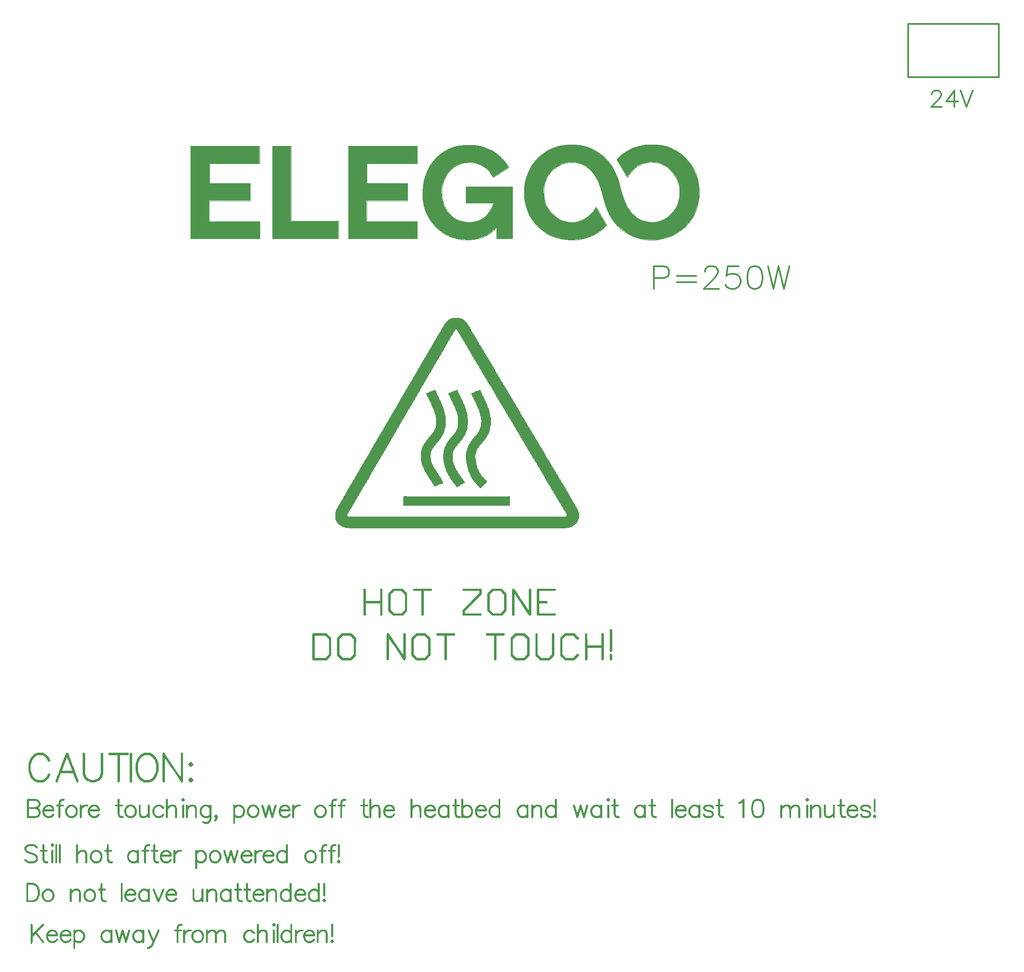
<source format=gbr>
G04 CAM350 Óà¹âÆ×¹¤×÷ÊÒºº»¯QQ:373423087 V9.5.1 (Build 211) Date:  Fri Oct 16 14:13:35 2020 *
G04 Database: c:\users\mloong\desktop\drawing1.cam *
G04 Layer 5: gto.gbr *
%FSLAX25Y25*%
%MOMM*%
%SFA1.000B1.000*%

%MIA0B0*%
%IPPOS*%
%ADD10C,0.05080*%
%ADD70C,0.05080*%
%ADD25C,0.02540*%
%ADD34C,0.29997*%
%LNgto.gbr*%
%LPD*%
G36*
X73455086Y61737334D02*
G01Y61745106D01*
X73455192Y61745622*
X73455695Y61746908*
X73455974Y61748102*
X73456000Y61748408*
X73456004Y61748431*
X73456009Y61748439*
X73456069Y61748507*
X73456075Y61748521*
X73456076Y61748525*
X73456078Y61748610*
X73456280Y61749021*
X73456585Y61749732*
X73456996Y61750524*
X73457375Y61751022*
X73457385Y61751030*
X73457393Y61751039*
X73457395Y61751045*
X73457396Y61751051*
X73457399Y61751124*
X73457982Y61752322*
X73458286Y61752831*
X73458498Y61753140*
X73458989Y61753636*
X73458992Y61753641*
X73458996Y61753653*
X73459002Y61753704*
X73459006Y61753710*
X73459013Y61753713*
X73459092Y61753720*
X73459098Y61753723*
X73459107Y61753729*
X73459173Y61753818*
X73459794Y61754817*
X73460385Y61755443*
X73460389Y61755450*
X73460398Y61755517*
X73475075Y61769819*
X73478683Y61773425*
X73479296Y61773807*
X73480385Y61774417*
X73480789Y61774722*
X73480893Y61774820*
X73481577Y61775129*
X73481880Y61775306*
X73481987Y61775404*
X73481994Y61775407*
X73482254Y61775409*
X73482260Y61775410*
X73482267Y61775414*
X73482272Y61775419*
X73482283Y61775434*
X73482285Y61775439*
X73482296Y61775504*
X73482300Y61775510*
X73482493Y61775611*
X73484195Y61776523*
X73484579Y61776627*
X73485896Y61776906*
X73487601Y61777211*
X73488994Y61777514*
X73489783Y61777516*
X73490290Y61777616*
X73492890*
X73494380Y61777414*
X73495293Y61777311*
X73495980Y61777112*
X73496181Y61777107*
X73496488Y61777011*
X73496590Y61777006*
X73497385Y61776826*
X73498196Y61776527*
X73498290Y61776523*
X73498808Y61776318*
X73498975Y61776224*
X73498981Y61776222*
X73499078Y61776215*
X73499382Y61776023*
X73499388Y61776021*
X73499587Y61776012*
X73499892Y61775815*
X73500408Y61775607*
X73500581Y61775508*
X73500882Y61775304*
X73500984Y61775231*
X73501192Y61775125*
X73502178Y61774516*
X73502279Y61774420*
X73502284Y61774418*
X73502579Y61774307*
X73502686Y61774116*
X73502691Y61774112*
X73503507Y61773621*
X73504184Y61773020*
X73504696Y61772608*
X73504997Y61772307*
X73506089Y61771116*
X73506500Y61770804*
X73507583Y61769717*
X73507586Y61769710*
X73507589Y61769627*
X73507591Y61769621*
X73507598Y61769608*
X73521789Y61755717*
X73521993Y61755411*
X73522092Y61755214*
X73522501Y61754596*
X73522981Y61753516*
X73523290Y61753199*
X73523895Y61752317*
X73524204Y61751904*
X73524584Y61751223*
X73524783Y61750920*
X73525291Y61750105*
X73525596Y61749523*
X73525771Y61749218*
X73525874Y61748813*
X73525878Y61748747*
X73525879Y61748742*
X73525886Y61748728*
X73525902Y61748708*
X73525975Y61748609*
X73526079Y61748297*
X73526689Y61745027*
X73526891Y61744212*
X73526993Y61743607*
X73527300Y61741931*
X73527372Y61741722*
X73527374Y61741217*
X73526891Y61739007*
X73526888Y61738705*
X73526691Y61738121*
X73526690Y61738117*
X73526688Y61737712*
X73526079Y61734715*
X73526071Y61734612*
X73526001Y61734519*
X73525991Y61734511*
X73525983Y61734500*
X73525979Y61734486*
X73525974Y61734204*
X73525701Y61733626*
X73525700Y61733621*
X73525694Y61733522*
X73525286Y61732702*
X73524688Y61731823*
X73524686Y61731816*
X73524678Y61731716*
X73524371Y61731108*
X73524206Y61730932*
X73524203Y61730926*
X73524197Y61730900*
X73524171Y61730803*
X73523890Y61730322*
X73523690Y61730118*
X73523183Y61729404*
X73522884Y61728926*
X73522882Y61728920*
X73522873Y61728821*
X73522294Y61727808*
X73522181Y61727631*
X73522111Y61727603*
X73522105Y61727600*
X73522100Y61727595*
X73522095Y61727587*
X73522094Y61727582*
X73522088Y61727509*
X73522084Y61727500*
X73521988Y61727424*
X73517767Y61723103*
X73517393Y61722801*
X73516680Y61722015*
X73510381Y61715616*
X73506085Y61711322*
X73505165Y61710298*
X73504785Y61710024*
X73504385Y61709818*
X73503874Y61709318*
X73503471Y61709112*
X73502593Y61708525*
X73502589Y61708520*
X73502581Y61708504*
X73502475Y61708326*
X73502075Y61708020*
X73500572Y61707006*
X73500370Y61706929*
X73498288Y61706017*
X73498191Y61706011*
X73498186Y61706009*
X73497476Y61705607*
X73497171Y61705509*
X73496593Y61705433*
X73496586Y61705435*
X73496486Y61705500*
X73496479Y61705502*
X73496078Y61705505*
X73494712Y61705125*
X73494707Y61705124*
X73494702Y61705122*
X73494692Y61705116*
X73494687Y61705109*
X73494685Y61705101*
X73494680Y61705033*
X73494676Y61705029*
X73494670Y61705026*
X73494483Y61705021*
X73494478Y61705020*
X73494273Y61704924*
X73493589Y61704921*
X73491787Y61704618*
X73490688*
X73489262Y61704826*
X73489097Y61704917*
X73489091Y61704919*
X73488989Y61704922*
X73488180Y61705024*
X73487975Y61705028*
X73487776Y61705123*
X73487771Y61705124*
X73487592Y61705126*
X73486683Y61705229*
X73486069Y61705428*
X73485963Y61705431*
X73485481Y61705509*
X73484769Y61705715*
X73484577Y61705808*
X73484572Y61705809*
X73484368Y61705816*
X73484191Y61705913*
X73483885Y61706015*
X73482870Y61706427*
X73482802Y61706511*
X73482793Y61706518*
X73482788Y61706520*
X73482768Y61706526*
X73482487Y61706628*
X73482085Y61706824*
X73482080Y61706825*
X73481983Y61706836*
X73481882Y61706926*
X73481878Y61706928*
X73481577Y61707031*
X73481092Y61707215*
X73480992Y61707311*
X73480282Y61707818*
X73479978Y61708015*
X73479971Y61708017*
X73479773Y61708029*
X73479289Y61708429*
X73478783Y61708735*
X73478376Y61709113*
X73477691Y61709622*
X73476875Y61710310*
X73474999Y61712212*
X73460390Y61726621*
X73460191Y61726921*
X73459383Y61728403*
X73459374Y61728411*
X73459366Y61728414*
X73459293Y61728419*
X73459285Y61728423*
X73459281Y61728429*
X73459274Y61728485*
X73459266Y61728501*
X73459254Y61728512*
X73459244Y61728517*
X73459239Y61728518*
X73459177Y61728522*
X73459172Y61728525*
X73458790Y61728931*
X73457977Y61730027*
X73457570Y61730831*
X73457474Y61730937*
X73457292Y61731620*
X73456584Y61732716*
X73456281Y61733324*
X73456276Y61733420*
X73456275Y61733425*
X73456173Y61733625*
X73456077Y61733730*
X73455974Y61734040*
X73455692Y61735530*
X73455287Y61736623*
X73455187Y61736828*
X73455086Y61737334*
G37*
G36*
X84558088Y63437028D02*
G01X84558093Y63440799D01*
X84558096Y63440805*
X84558103Y63440807*
X84558157Y63440813*
X84558163Y63440815*
X84558172Y63440821*
X84558181Y63440832*
X84558186Y63440848*
X84558188Y63441119*
X84558291Y63442001*
X84558387Y63442207*
X84558388Y63442212*
X84558393Y63442510*
X84558491Y63442713*
X84558698Y63443703*
X84558775Y63443809*
X84558791Y63443831*
X84558793Y63443836*
X84558796Y63443845*
X84558799Y63443906*
X84558898Y63444212*
X84558979Y63444720*
X84559378Y63445609*
X84559380Y63445614*
X84559384Y63445712*
X84559788Y63446630*
X84559897Y63446898*
X84559963Y63446933*
X84559983Y63446952*
X84559986Y63446958*
X84559989Y63446966*
X84559993Y63447108*
X84560095Y63447308*
X84560294Y63447514*
X84560677Y63448226*
X84560781Y63448505*
X84561388Y63449420*
X84561693Y63450030*
X84562180Y63450913*
X84562581Y63451223*
X84562683Y63451324*
X84563090Y63451912*
X84563700Y63452924*
X84563777Y63453101*
X84563976Y63453306*
X84564082Y63453506*
X84568779Y63458107*
X84578889Y63468115*
X84580286Y63469613*
X84580998Y63470321*
X84581200Y63470426*
X84581885Y63470805*
X84584784Y63472808*
X84584881Y63472818*
X84584887Y63472820*
X84585596Y63473318*
X84585872Y63473423*
X84586384Y63473723*
X84586690Y63473732*
X84586899Y63473804*
X84590878Y63474617*
X84591699Y63474820*
X84592482Y63474921*
X84592985Y63475025*
X84593495Y63475224*
X84594798Y63475225*
X84595580Y63475125*
X84596187Y63475023*
X84596399Y63475027*
X84596981Y63475226*
X84597686Y63475224*
X84598400Y63474921*
X84598979Y63474721*
X84599896Y63474617*
X84600276*
X84600783Y63474515*
X84600884Y63474511*
X84600894Y63474505*
X84600988Y63474415*
X84601978Y63473905*
X84603474Y63473223*
X84603479Y63473221*
X84603678Y63473216*
X84603685Y63473212*
X84603783Y63473121*
X84604293Y63472913*
X84604694Y63472711*
X84605180Y63472306*
X84605787Y63471924*
X84606574Y63471419*
X84606990Y63471204*
X84607387Y63470910*
X84608377Y63470422*
X84608483Y63470327*
X84608488Y63470324*
X84608782Y63470220*
X84610998Y63468009*
X84611480Y63467428*
X84613890Y63464914*
X84620595Y63458107*
X84620869Y63457825*
X84620898Y63457726*
X84620906Y63457702*
X84620909Y63457697*
X84624786Y63453711*
X84624888Y63453611*
X84625782Y63452919*
X84626493Y63452207*
X84627098Y63451428*
X84627203Y63451317*
X84627885Y63450410*
X84628388Y63449722*
X84628395Y63449625*
X84628396Y63449620*
X84628771Y63448847*
X84628775Y63448843*
X84628784Y63448836*
X84628794Y63448830*
X84628800Y63448826*
X84628813Y63448815*
X84628818Y63448812*
X84628823Y63448811*
X84628870Y63448805*
X84628876Y63448800*
X84629181Y63448221*
X84629384Y63447713*
X84629689Y63447103*
X84629994Y63446313*
X84630093Y63445915*
X84630097Y63445813*
X84630375Y63444620*
X84630676Y63443728*
X84630681Y63443631*
X84630682Y63443626*
X84630777Y63443425*
X84630781Y63443320*
X84630882Y63442309*
X84630984Y63441918*
X84631086Y63441206*
X84631087Y63440846*
X84631089Y63440840*
X84631096Y63440828*
X84631109Y63440815*
X84631114Y63440813*
X84631124Y63440810*
X84631174Y63440807*
X84631180Y63440804*
X84631187Y63440796*
X84631287Y63440427*
X84631291Y63440023*
X84631389Y63439615*
Y63438115*
X84631291Y63437708*
X84631282Y63437300*
X84631092Y63437025*
X84631090Y63437018*
X84631082Y63435321*
X84630984Y63435016*
X84630882Y63434506*
X84630881Y63434305*
X84630681Y63433414*
X84630673Y63433119*
X84630667Y63433116*
X84630607Y63433108*
X84630600Y63433104*
X84630582Y63433085*
X84630578Y63433079*
X84630476Y63432601*
X84630374Y63432219*
X84630298Y63432015*
X84630270Y63431917*
X84630100Y63431615*
X84630098Y63431609*
X84630089Y63431434*
X84630062Y63431415*
X84630029Y63431409*
X84630013Y63431401*
X84630009Y63431397*
X84629999Y63431383*
X84629997Y63431377*
X84629990Y63431325*
X84629988Y63431318*
X84629980Y63431313*
X84629920Y63431304*
X84629912Y63431300*
X84629902Y63431289*
X84629899Y63431284*
X84629895Y63431272*
X84629886Y63431103*
X84629385Y63430317*
X84629176Y63429905*
X84628968Y63429599*
X84628605Y63429230*
X84628597Y63429214*
X84628596Y63429209*
X84628591Y63429137*
X84628583Y63429126*
X84628569Y63429116*
X84628496Y63429020*
X84627987Y63427829*
X84627780Y63427321*
X84627478Y63426914*
X84627270Y63426610*
X84626589Y63426097*
X84625574Y63424705*
X84625468Y63424500*
X84613983Y63412926*
X84613903Y63412918*
X84613899Y63412917*
X84613882Y63412908*
X84611578Y63410507*
X84610990Y63409919*
X84610381Y63409411*
X84609492Y63408527*
X84609307Y63408429*
X84609299Y63408419*
X84609296Y63408411*
X84609290Y63408339*
X84609287Y63408331*
X84609279Y63408326*
X84609225Y63408319*
X84609213Y63408315*
X84609209Y63408312*
X84609190Y63408293*
X84609083Y63408121*
X84608882Y63408016*
X84607892Y63407407*
X84607590Y63407304*
X84606977Y63406925*
X84606571Y63406721*
X84605888Y63406316*
X84604966Y63405705*
X84603777Y63405121*
X84602890Y63404613*
X84602273Y63404306*
X84601974Y63404206*
X84601083Y63403825*
X84600774Y63403724*
X84600196Y63403624*
X84600178Y63403626*
X84600173Y63403628*
X84600091Y63403716*
X84600081Y63403721*
X84600074Y63403723*
X84599485Y63403724*
X84598976Y63403624*
X84598595Y63403522*
X84598297Y63403419*
X84598293Y63403416*
X84598186Y63403323*
X84597472Y63403217*
X84596975Y63403214*
X84596962Y63403211*
X84596790Y63403120*
X84596386Y63403114*
X84595371Y63402912*
X84593873Y63402914*
X84592986Y63403116*
X84592474Y63403217*
X84592374Y63403214*
X84592066Y63403118*
X84591586Y63403217*
X84591483Y63403219*
X84590395Y63403522*
X84589275Y63403722*
X84589270*
X84588689Y63403625*
X84588286Y63403726*
X84586991Y63404106*
X84586890Y63404134*
X84586785Y63404202*
X84586779Y63404204*
X84586684Y63404211*
X84586373Y63404313*
X84585590Y63404720*
X84584774Y63405232*
X84584677Y63405325*
X84583891Y63405812*
X84583076Y63406620*
X84582874Y63406726*
X84582496Y63407109*
X84582484Y63407121*
X84582480Y63407123*
X84582476Y63407124*
X84582401Y63407135*
X84582397Y63407141*
X84582390Y63407184*
X84582384Y63407197*
X84582365Y63407217*
X84582355Y63407225*
X84582349Y63407227*
X84582290Y63407237*
X84582190Y63407307*
X84581201Y63408012*
X84581194Y63408014*
X84581078Y63408021*
X84581068Y63408025*
X84580387Y63408729*
X84569795Y63419219*
X84564384Y63424528*
X84563777Y63425018*
X84563393Y63425722*
X84563087Y63426127*
X84562576Y63426620*
X84562277Y63427017*
X84561484Y63428042*
X84561384Y63428211*
X84561279Y63428322*
X84560500Y63429534*
X84560474Y63429620*
X84560470Y63429634*
X84559790Y63430933*
X84559785Y63431029*
X84559784Y63431033*
X84559381Y63431920*
X84558971Y63432917*
X84558698Y63433929*
X84558693Y63434133*
X84558291Y63435530*
X84558289Y63435729*
X84558184Y63436823*
X84558183Y63436828*
X84558088Y63437028*
G37*
G36*
X79184487Y63772226D02*
G01Y63772716D01*
X79184793Y63776018*
X79184996Y63777212*
X79185101Y63777619*
X79185373Y63778322*
X79185374Y63778326*
X79185380Y63778499*
X79185383Y63778506*
X79185404Y63778525*
X79185411Y63778527*
X79185448Y63778531*
X79185455Y63778533*
X79185459Y63778536*
X79185464Y63778540*
X79185474Y63778555*
X79185476Y63778559*
X79185580Y63779011*
X79185885Y63780129*
X79186190Y63780711*
X79186593Y63781119*
X79186875Y63781627*
X79187282Y63782316*
X79187688Y63783129*
X79187895Y63783615*
X79188191Y63784113*
X79188193Y63784119*
X79188202Y63784215*
X79188611Y63784732*
X79189085Y63785101*
X79189160Y63785137*
X79189180Y63785158*
X79189183Y63785162*
X79189197Y63785201*
X79189201Y63785204*
X79189258Y63785214*
X79189264Y63785217*
X79189285Y63785235*
X79189695Y63785920*
X79189900Y63786228*
X79189976Y63786324*
X79189992Y63786342*
X79189996Y63786349*
X79189997Y63786354*
X79190003Y63786414*
X79190009Y63786421*
X79190014Y63786424*
X79190089Y63786431*
X79190096Y63786434*
X79190106Y63786441*
X79190281Y63786729*
X79204308Y63800731*
X79204679Y63801006*
X79205976Y63802431*
X79207102Y63803526*
X79207402Y63803725*
X79207569Y63803830*
X79207574Y63803836*
X79207599Y63803900*
X79207612Y63803922*
X79207616Y63803925*
X79207675Y63803932*
X79207681Y63803934*
X79208188Y63804303*
X79208271Y63804315*
X79208278Y63804318*
X79208286Y63804326*
X79208295Y63804339*
X79208389Y63804411*
X79209282Y63805115*
X79209377Y63805126*
X79209383Y63805128*
X79209788Y63805420*
X79209880Y63805428*
X79209885Y63805429*
X79210090Y63805530*
X79210198Y63805609*
X79211080Y63806112*
X79211185Y63806210*
X79211193Y63806213*
X79211382Y63806218*
X79211389Y63806220*
X79212173Y63806719*
X79212782Y63806927*
X79213091Y63807123*
X79213288Y63807130*
X79213293Y63807131*
X79213906Y63807408*
X79214490Y63807611*
X79214891Y63807716*
X79215383Y63808020*
X79215882Y63808119*
X79216185Y63808217*
X79217280Y63808222*
X79218397Y63808523*
X79219589Y63808527*
X79219997Y63808627*
X79220988Y63808828*
X79222082Y63808625*
X79222485Y63808527*
X79223095Y63808525*
X79224492Y63808221*
X79224872Y63808218*
X79225279Y63808120*
X79225382Y63808117*
X79226093Y63807915*
X79227287Y63807610*
X79227488Y63807513*
X79227493Y63807512*
X79227695Y63807506*
X79227895Y63807425*
X79227905Y63807416*
X79227910Y63807412*
X79227924Y63807408*
X79227970Y63807405*
X79231986Y63805426*
X79232389Y63805321*
X79232873Y63805018*
X79233078Y63804819*
X79233278Y63804711*
X79233485Y63804412*
X79233891Y63804030*
X79234268Y63803820*
X79234471Y63803434*
X79234476Y63803429*
X79234484Y63803423*
X79234490Y63803421*
X79234574Y63803413*
X79234580Y63803408*
X79234681Y63803219*
X79234684Y63803215*
X79235081Y63802911*
X79235289Y63802634*
X79252687Y63785208*
X79253305Y63784716*
X79253883Y63784010*
X79254087Y63783704*
X79254693Y63782517*
X79255071Y63781931*
X79255098Y63781829*
X79255104Y63781801*
X79255379Y63781219*
X79255485Y63780816*
X79255487Y63780811*
X79255579Y63780709*
X79255887Y63779922*
X79255992Y63779620*
X79255995Y63779616*
X79256086Y63779518*
X79256089Y63779511*
X79256092Y63779416*
X79256392Y63778425*
X79256397Y63778232*
X79256398Y63778227*
X79256403Y63778216*
X79256493Y63778118*
X79256496Y63778111*
X79256499Y63777925*
X79256500Y63777921*
X79256505Y63777909*
X79256571Y63777814*
X79256877Y63776317*
X79256880Y63776116*
X79256881Y63776111*
X79256974Y63775911*
X79257182Y63774412*
X79257587Y63772814*
X79257588Y63772505*
X79257487Y63772022*
X79257485Y63771921*
X79257387Y63771514*
X79257385Y63771314*
X79257487Y63770731*
Y63770518*
X79257385Y63769812*
X79257382Y63769608*
X79256395Y63766512*
X79256090Y63765622*
X79255686Y63764200*
X79255680Y63764138*
X79255677Y63764132*
X79255670Y63764129*
X79255614Y63764121*
X79255603Y63764116*
X79255599Y63764112*
X79255585Y63764095*
X79255483Y63763818*
X79255476Y63763722*
X79255473Y63763713*
X79255378Y63763612*
X79254485Y63762009*
X79254082Y63761507*
X79253677Y63760822*
X79252178Y63758512*
X79251970Y63758201*
X79251796Y63758001*
X79251691Y63757826*
X79241587Y63747717*
X79237777Y63744009*
X79235080Y63741313*
X79234474Y63740807*
X79234195Y63740605*
X79233682Y63740219*
X79233179Y63739919*
X79232869Y63739720*
X79232785Y63739714*
X79232780Y63739713*
X79232772Y63739709*
X79232768Y63739706*
X79232696Y63739621*
X79232690Y63739618*
X79232630Y63739613*
X79232625Y63739611*
X79232617Y63739606*
X79232602Y63739591*
X79232597Y63739582*
X79232596Y63739577*
X79232593Y63739528*
X79232589Y63739521*
X79232582Y63739517*
X79232503Y63739511*
X79232491Y63739507*
X79232486Y63739505*
X79232387Y63739413*
X79231781Y63739207*
X79229671Y63737913*
X79229394Y63737808*
X79228776Y63737401*
X79228174Y63737121*
X79228170Y63737118*
X79227998Y63736927*
X79227990Y63736924*
X79227872Y63736919*
X79227866Y63736918*
X79227485Y63736721*
X79227391Y63736716*
X79227387Y63736715*
X79227181Y63736620*
X79226574Y63736514*
X79225982Y63736311*
X79224788Y63736110*
X79224694Y63736108*
X79224185Y63736008*
X79224085Y63736007*
X79223366Y63735906*
X79223088Y63735907*
X79222483Y63736008*
X79221390Y63735906*
X79218776Y63735907*
X79218188Y63736008*
X79217778Y63736114*
X79217075Y63736417*
X79216792Y63736617*
X79216490Y63736719*
X79215575Y63736920*
X79214686Y63736923*
X79214171Y63737029*
X79213393Y63737329*
X79213195Y63737410*
X79213177Y63737423*
X79213171Y63737425*
X79213082Y63737431*
X79212679Y63737510*
X79211682Y63737922*
X79210979Y63738623*
X79210674Y63738828*
X79209887Y63739412*
X79207395Y63741421*
X79206183Y63742604*
X79206172Y63742609*
X79206168Y63742610*
X79206084Y63742616*
X79206077Y63742620*
X79205971Y63742817*
X79204678Y63744112*
X79204269Y63744421*
X79189689Y63759029*
X79189486Y63759327*
X79189293Y63759503*
X79189286Y63759513*
X79189277Y63759522*
X79189269Y63759526*
X79189264Y63759527*
X79189193Y63759530*
X79189184Y63759534*
X79188978Y63759732*
X79188778Y63759837*
X79188197Y63760422*
X79188096Y63760727*
X79188092Y63760819*
X79188091Y63760824*
X79187687Y63761713*
X79187485Y63762122*
X79186973Y63763009*
X79186697Y63763313*
X79186190Y63763925*
X79185986Y63764334*
X79185884Y63764609*
X79185683Y63765116*
X79185579Y63765731*
X79185478Y63766134*
X79184997Y63767127*
X79184994Y63767490*
Y63767495*
X79184987Y63767509*
X79184901Y63767608*
X79184894Y63767708*
X79184487Y63772226*
G37*
G36*
X73746678Y62524910D02*
G01X73746686Y62525207D01*
X73746689Y62525212*
X73746708Y62525227*
X73746772Y62525316*
X73746774Y62525323*
X73746781Y62525519*
X73747082Y62526713*
X73747084Y62528620*
X73747185Y62529127*
X73747186Y62529234*
X73747394Y62530421*
X73747486Y62530524*
X73747489Y62530529*
X73747690Y62531210*
X73747700Y62531412*
X73747773Y62531513*
X73747783Y62531521*
X73747791Y62531530*
X73747793Y62531536*
X73747794Y62531542*
X73747797Y62531614*
X73747998Y62532023*
X73748075Y62532330*
X73748107Y62532419*
X73748112Y62532424*
X73748145Y62532431*
X73748150Y62532433*
X73748158Y62532439*
X73748169Y62532451*
X73748172Y62532456*
X73748175Y62532468*
X73748178Y62532505*
X73748588Y62533428*
X73748990Y62534032*
X73749090Y62534206*
X73749293Y62534411*
X73749599Y62534918*
X73749777Y62535227*
X73750280Y62536210*
X73750282Y62536215*
X73750287Y62536313*
X73750592Y62536921*
X73751480Y62537811*
X73751676Y62537918*
X73751681Y62537924*
X73751888Y62538327*
X73752402Y62539118*
X73752601Y62539317*
X73752976Y62539617*
X73759987Y62546628*
X73765397Y62552114*
X73765885Y62552619*
X73765892Y62552621*
X73765977Y62552625*
X73765983Y62552627*
X73765991Y62552632*
X73766996Y62553611*
X73767384Y62554126*
X73767790Y62554532*
X73768394Y62555009*
X73769083Y62555818*
X73769090Y62555820*
X73769151Y62555826*
X73769158Y62555828*
X73769167Y62555835*
X73769176Y62555848*
X73769178Y62555853*
X73769190Y62555915*
X73769194Y62555919*
X73769200Y62555921*
X73769351Y62555929*
X73769356Y62555931*
X73769364Y62555935*
X73769377Y62555947*
X73769381Y62555953*
X73769383Y62555960*
X73769389Y62556019*
X73769394Y62556026*
X73769588Y62556128*
X73769786Y62556311*
X73769790Y62556320*
X73769795Y62556394*
X73769797Y62556398*
X73769803Y62556403*
X73769860Y62556409*
X73769865Y62556410*
X73769872Y62556414*
X73769896Y62556432*
X73770173Y62556607*
X73770475Y62556715*
X73773788Y62559027*
X73774398Y62559332*
X73776777Y62560112*
X73776879Y62560115*
X73777792Y62560316*
X73777893Y62560321*
X73777898Y62560322*
X73778074Y62560415*
X73778274Y62560422*
X73778682Y62560521*
X73779981Y62560826*
X73781307Y62561029*
X73781479*
X73782698Y62561106*
X73783694Y62561104*
X73784980Y62560929*
X73784985*
X73785004Y62560934*
X73785010Y62560937*
X73785076Y62561002*
X73785086Y62561021*
X73785092Y62561026*
X73785098Y62561028*
X73786991Y62560928*
X73787494Y62560926*
X73788282Y62560724*
X73788484Y62560627*
X73788489Y62560625*
X73788588Y62560620*
X73789985Y62560118*
X73790084Y62560113*
X73790498Y62559907*
X73790975Y62559607*
X73791786Y62559130*
X73791792Y62559128*
X73791989Y62559122*
X73792295Y62559018*
X73792375Y62558926*
X73792381Y62558922*
X73792394Y62558919*
X73793295Y62558613*
X73793490Y62558513*
X73794581Y62557928*
X73794687Y62557835*
X73794693Y62557832*
X73794776Y62557821*
X73794781Y62557819*
X73794799Y62557797*
X73794890Y62557726*
X73795191Y62557524*
X73795775Y62557218*
X73795976Y62557024*
X73795981Y62557021*
X73795992Y62557017*
X73796078Y62557009*
X73796792Y62556432*
X73797171Y62556226*
X73799180Y62554221*
X73800678Y62552621*
X73801181Y62552106*
X73801192Y62552042*
X73801196Y62552035*
X73801209Y62552022*
X73801216Y62552019*
X73801286Y62552010*
X73801297Y62552002*
X73814596Y62538524*
X73814775Y62538220*
X73815487Y62537026*
X73815796Y62536713*
X73816299Y62536008*
X73816476Y62535731*
X73816574Y62535619*
X73816583Y62535530*
X73816585Y62535525*
X73816987Y62534919*
X73817185Y62534712*
X73817188Y62534705*
X73817192Y62534618*
X73817194Y62534611*
X73817392Y62534302*
X73817493Y62534104*
X73817975Y62533013*
X73818179Y62532532*
X73818684Y62531717*
X73818890Y62531111*
X73818995Y62530896*
X73819293Y62530014*
X73819298Y62529914*
X73819675Y62528417*
X73819677Y62528212*
X73819779Y62527218*
X73819784Y62527038*
X73819786Y62527032*
X73819793Y62527023*
X73819808Y62527009*
X73819876Y62526915*
X73819982Y62526237*
X73819885Y62525227*
X73819886Y62525222*
X73819890Y62525214*
X73819977Y62525111*
X73819980Y62525104*
Y62523918*
X73819882Y62523510*
X73819880Y62523302*
X73819677Y62521910*
X73819571Y62521396*
X73818991Y62519802*
X73818787Y62519321*
X73818181Y62517311*
X73818175Y62517213*
X73817976Y62516806*
X73817593Y62515816*
X73816575Y62514216*
X73816374Y62514010*
X73815892Y62513225*
X73814698Y62511422*
X73814089Y62510609*
X73813984Y62510405*
X73803696Y62500122*
X73803690Y62500117*
X73803682Y62500106*
X73803680Y62500100*
X73803673Y62500033*
X73803669Y62500026*
X73803662Y62500022*
X73803586Y62500017*
X73803582Y62500016*
X73803570Y62500010*
X73800678Y62497122*
X73798083Y62494405*
X73797780Y62494223*
X73797367Y62493816*
X73797097Y62493618*
X73795871Y62492733*
X73795805Y62492722*
X73795799Y62492720*
X73795774Y62492702*
X73795089Y62492119*
X73794982Y62492017*
X73794783Y62491913*
X73794573Y62491704*
X73793794Y62491204*
X73793687Y62491133*
X73793623Y62491125*
X73793611Y62491120*
X73793581Y62491096*
X73792778Y62490621*
X73792394Y62490416*
X73792088Y62490218*
X73791995Y62490210*
X73791989Y62490208*
X73791681Y62490010*
X73790767Y62489631*
X73790591Y62489602*
X73790391Y62489527*
X73789472Y62489226*
X73789380Y62489219*
X73789373Y62489216*
X73789261Y62489119*
X73788988Y62489022*
X73788802Y62489018*
X73788797Y62489017*
X73788787Y62489013*
X73788684Y62488921*
X73788071Y62488714*
X73787595Y62488614*
X73786978Y62488512*
X73786883Y62488511*
X73786375Y62488411*
X73785893Y62488409*
X73785486Y62488311*
X73782280Y62488309*
X73781473Y62488411*
X73781271Y62488413*
X73779976Y62488714*
X73779873Y62488717*
X73778273Y62489120*
X73778073Y62489128*
X73778001Y62489212*
X73777990Y62489220*
X73777986Y62489221*
X73777981Y62489222*
X73777789Y62489227*
X73777587Y62489324*
X73776569Y62489628*
X73776393Y62489633*
X73775477Y62490011*
X73775274Y62490113*
X73774795Y62490319*
X73774388Y62490616*
X73774379Y62490619*
X73774375Y62490620*
X73774187Y62490625*
X73774176Y62490629*
X73774078Y62490721*
X73773372Y62491030*
X73773193Y62491229*
X73772379Y62491713*
X73771974Y62491921*
X73771871Y62492019*
X73771695Y62492123*
X73771492Y62492324*
X73770478Y62493104*
X73770469Y62493108*
X73770464Y62493109*
X73770384Y62493111*
X73770377Y62493114*
X73770169Y62493314*
X73769994Y62493417*
X73769384Y62494023*
X73769072Y62494237*
X73768289Y62495019*
X73767680Y62495729*
X73767273Y62496141*
X73766995Y62496513*
X73765397Y62498012*
X73752878Y62510602*
X73752869Y62510607*
X73752863Y62510609*
X73752808Y62510615*
X73752803Y62510619*
X73752796Y62510638*
X73752768Y62510687*
X73752746Y62510705*
X73752739Y62510708*
X73752679Y62510714*
X73752671Y62510718*
X73752291Y62511221*
X73751676Y62512109*
X73751377Y62512306*
X73751372Y62512308*
X73751305Y62512314*
X73751298Y62512317*
X73751279Y62512344*
X73751272Y62512385*
X73751269Y62512390*
X73751266Y62512394*
X73751248Y62512408*
X73751241Y62512411*
X73751178Y62512416*
X73751171Y62512420*
X73750690Y62513028*
X73750487Y62513333*
X73750284Y62513815*
X73749774Y62514828*
X73749188Y62515623*
X73749088Y62515818*
X73748786Y62516224*
X73748282Y62516942*
X73748274Y62517011*
X73748178Y62517219*
X73748174Y62517522*
X73747894Y62518716*
X73747492Y62519733*
X73747489Y62519833*
X73747391Y62520214*
X73747388Y62520315*
X73747186Y62521542*
Y62521816*
X73747082Y62523313*
X73746880Y62523929*
X73746678Y62524910*
G37*
G36*
X70606399Y63772226D02*
G01Y63772617D01*
X70606679Y63775226*
X70606780Y63775912*
X70606986Y63777512*
X70607082Y63777817*
X70607085Y63777919*
X70607193Y63778423*
X70607277Y63778495*
X70607280Y63778500*
X70607285Y63778510*
X70607286Y63778515*
X70607290Y63778806*
X70607388Y63779213*
X70607392Y63779314*
X70607497Y63779730*
X70607699Y63780229*
X70607792Y63780306*
X70607796Y63780310*
X70607896Y63780508*
X70608180Y63781321*
X70608790Y63782008*
X70609186Y63782412*
X70609190Y63782418*
X70609192Y63782428*
X70609198Y63782515*
X70609396Y63782821*
X70609783Y63783616*
X70609990Y63783921*
X70610283Y63784217*
X70610390Y63784418*
X70610489Y63784522*
X70611879Y63786320*
X70611881Y63786324*
X70611885Y63786338*
X70611889Y63786424*
X70611895Y63786433*
X70626591Y63801108*
X70626977Y63801612*
X70626985Y63801615*
X70627090Y63801619*
X70627097Y63801621*
X70627105Y63801626*
X70627483Y63802121*
X70627887Y63802428*
X70628499Y63803114*
X70629082Y63803522*
X70629184Y63803622*
X70631874Y63805324*
X70632190Y63805635*
X70633377Y63806412*
X70633498Y63806421*
X70633503Y63806423*
X70633985Y63806718*
X70634384Y63806824*
X70634390Y63806827*
X70634493Y63806920*
X70634501Y63806922*
X70634657Y63806926*
X70634662Y63806927*
X70634671Y63806931*
X70634676Y63806936*
X70634688Y63806953*
X70634690Y63806958*
X70634702Y63807016*
X70634707Y63807023*
X70634796Y63807028*
X70635175Y63807128*
X70635390Y63807233*
X70636194Y63807507*
X70636254Y63807514*
X70636260Y63807516*
X70636268Y63807521*
X70636281Y63807536*
X70636288Y63807544*
X70636291Y63807549*
X70636295Y63807561*
X70636301Y63807601*
X70636306Y63807607*
X70636313Y63807609*
X70636371Y63807613*
X70636679Y63807710*
X70637386Y63807816*
X70637693Y63807912*
X70637895Y63807917*
X70638275Y63808015*
X70638884Y63808019*
X70640190Y63808424*
X70640690Y63808518*
X70640892Y63808427*
X70640897Y63808426*
X70640995Y63808425*
X70641374Y63808523*
X70641681Y63808527*
X70642771Y63808828*
X70642977Y63808830*
X70644196Y63808624*
X70644478Y63808527*
X70644675Y63808523*
X70644981Y63808425*
X70646483Y63808322*
X70646581Y63808320*
X70647394Y63808120*
X70647675Y63808119*
X70648175Y63808010*
X70648179Y63808007*
X70648185Y63807948*
X70648187Y63807942*
X70648194Y63807930*
X70648208Y63807920*
X70648221Y63807916*
X70648283Y63807915*
X70649686Y63807607*
X70650294Y63807406*
X70650975Y63807126*
X70651280Y63806925*
X70652269Y63806415*
X70652575Y63806119*
X70652580Y63806116*
X70652589Y63806113*
X70652678Y63806107*
X70652780Y63806031*
X70652792Y63806017*
X70652798Y63806013*
X70652806Y63806011*
X70653084Y63806008*
X70654490Y63805318*
X70654795Y63805112*
X70654890Y63805022*
X70655290Y63804813*
X70655470Y63804621*
X70655476Y63804618*
X70655486Y63804615*
X70655594Y63804611*
X70655603Y63804605*
X70656792Y63803426*
X70656798Y63803422*
X70656809Y63803420*
X70656894Y63803411*
X70656993Y63803316*
X70656995Y63803308*
X70656998Y63803252*
X70657000Y63803246*
X70657007Y63803234*
X70657018Y63803224*
X70657023Y63803221*
X70657033Y63803218*
X70657087Y63803215*
X70657094Y63803212*
X70658700Y63801618*
X70658975Y63801412*
X70659383Y63800906*
X70661797Y63798416*
X70674294Y63785309*
X70675281Y63784316*
X70675284Y63784308*
X70675288Y63784219*
X70675289Y63784214*
X70675388Y63784016*
X70675594Y63783802*
X70675793Y63783506*
X70676199Y63782819*
X70677088Y63781217*
X70677693Y63780227*
X70677700Y63780129*
X70677701Y63780123*
X70678184Y63779205*
X70678485Y63778325*
X70678583Y63778121*
X70678589Y63778029*
X70678590Y63778024*
X70678594Y63778015*
X70678685Y63777916*
X70678687Y63777908*
X70678689Y63777726*
X70678690Y63777721*
X70678696Y63777709*
X70678786Y63777610*
X70678789Y63777603*
X70678791Y63777445*
X70678793Y63777439*
X70678799Y63777427*
X70678813Y63777416*
X70678819Y63777413*
X70678825Y63777412*
X70678883Y63777400*
X70678888Y63777395*
X70678892Y63777335*
X70679194Y63776217*
X70679198Y63776116*
X70679294Y63775809*
X70679300Y63775507*
X70679301Y63775503*
X70679371Y63775326*
X70679399Y63775126*
X70679473Y63774819*
X70679477Y63773931*
X70679575Y63773524*
X70679577Y63771923*
X70679475Y63771108*
Y63770518*
X70679297Y63769299*
X70679195Y63768924*
X70678992Y63768518*
X70678791Y63767704*
X70678788Y63767500*
X70678687Y63767122*
X70678484Y63766714*
X70678275Y63765938*
X70678266Y63765931*
X70678229Y63765928*
X70678219Y63765925*
X70678215Y63765922*
X70678204Y63765912*
X70678183Y63765886*
X70678179Y63765876*
X70677974Y63765011*
X70677799Y63764503*
X70677769Y63764398*
X70677491Y63763718*
X70677088Y63763108*
X70676199Y63761711*
X70675792Y63761128*
X70675685Y63760924*
X70675588Y63760818*
X70675279Y63760208*
X70673879Y63758105*
X70673683Y63758000*
X70669087Y63753305*
X70661695Y63745918*
X70661687Y63745915*
X70661603Y63745911*
X70661593Y63745908*
X70661588Y63745905*
X70659281Y63743625*
X70658972Y63743215*
X70658591Y63742810*
X70657986Y63742306*
X70657165Y63741412*
X70656788Y63741110*
X70655977Y63740603*
X70655773Y63740426*
X70655090Y63739918*
X70654986Y63739825*
X70654899Y63739815*
X70654883Y63739809*
X70654879Y63739806*
X70654682Y63739614*
X70652776Y63738623*
X70651281Y63737710*
X70650688Y63737325*
X70649982Y63737023*
X70649782Y63736917*
X70649682Y63736826*
X70649673Y63736822*
X70649582Y63736817*
X70649577Y63736816*
X70649169Y63736620*
X70648486Y63736514*
X70648178Y63736416*
X70648077Y63736411*
X70647086Y63736112*
X70646491Y63736107*
X70646478Y63736103*
X70646473Y63736100*
X70646371Y63736011*
X70645481Y63735906*
X70645386Y63735907*
X70644878Y63736008*
X70644291*
X70642972Y63735906*
X70641470Y63735907*
X70640897Y63736001*
X70640889Y63736000*
X70640689Y63735910*
X70640677Y63735908*
X70640179Y63736008*
X70640076Y63736011*
X70638476Y63736618*
X70637794Y63736821*
X70637283Y63736922*
X70636877Y63736924*
X70636471Y63737022*
X70636368Y63737026*
X70635575Y63737232*
X70635185Y63737405*
X70635175Y63737415*
X70635161Y63737425*
X70635154Y63737427*
X70634767Y63737434*
X70634385Y63737612*
X70633369Y63738223*
X70632990Y63738522*
X70632690Y63738720*
X70632683Y63738722*
X70632590Y63738728*
X70632584Y63738730*
X70632177Y63739109*
X70631799Y63739412*
X70629182Y63741316*
X70628978Y63741422*
X70627591Y63742820*
X70627580Y63742906*
X70627576Y63742916*
X70627572Y63742922*
X70627168Y63743231*
X70626897Y63743530*
X70626591Y63743907*
X70625201Y63745201*
X70625192Y63745214*
X70625181Y63745223*
X70625174Y63745225*
X70625104Y63745233*
X70625098Y63745241*
X70625089Y63745299*
X70625086Y63745306*
X70612190Y63758199*
X70612186Y63758201*
X70612181Y63758202*
X70612101Y63758211*
X70612096Y63758214*
X70612091Y63758219*
X70612086Y63758232*
X70611577Y63759023*
X70611276Y63759431*
X70611098Y63759697*
X70611090Y63759703*
X70611083Y63759705*
X70611003Y63759710*
X70610965Y63759740*
X70610590Y63760218*
X70609774Y63761417*
X70609294Y63762425*
X70608689Y63763320*
X70608680Y63763410*
X70608677Y63763416*
X70608274Y63763931*
X70607997Y63764398*
X70607977Y63764412*
X70607970Y63764418*
X70607954Y63764428*
X70607949Y63764430*
X70607903Y63764439*
X70607898Y63764445*
X70607869Y63764578*
X70607865Y63764584*
X70607847Y63764601*
X70607841Y63764604*
X70607811Y63764611*
X70607803Y63764615*
X70607799Y63764621*
X70607792Y63764887*
X70607791Y63764891*
X70607786Y63764902*
X70607777Y63764913*
X70607770Y63764918*
X70607699Y63765021*
X70607691Y63765115*
X70607690Y63765119*
X70607595Y63765324*
X70607591Y63765525*
X70607490Y63765931*
X70607186Y63766515*
X70606984Y63767225*
X70606884Y63767532*
X70606780Y63768930*
X70606679Y63769621*
X70606678Y63769815*
X70606577Y63770527*
X70606399Y63772226*
G37*
G36*
X83198475Y63770832D02*
G01Y63773529D01*
X83198578Y63774717*
X83198678Y63775022*
X83198881Y63776215*
X83198883Y63776316*
X83199085Y63776931*
X83199290Y63777717*
X83199690Y63778602*
X83199703Y63778721*
X83199707Y63778726*
X83199712Y63778728*
X83199765Y63778734*
X83199770Y63778736*
X83199780Y63778742*
X83199791Y63778756*
X83199793Y63778761*
X83199795Y63778769*
X83199798Y63779010*
X83200180Y63780305*
X83200271Y63780404*
X83200274Y63780409*
X83200276Y63780418*
X83200282Y63780507*
X83200286Y63780515*
X83200475Y63780711*
X83200479Y63780716*
X83200481Y63780724*
X83200486Y63780814*
X83201295Y63782008*
X83201673Y63782515*
X83201777Y63782722*
X83201980Y63783230*
X83202493Y63784226*
X83202798Y63784630*
X83203381Y63785202*
X83203448Y63785211*
X83203455Y63785213*
X83203464Y63785220*
X83203474Y63785234*
X83203478Y63785246*
X83203483Y63785308*
X83203787Y63785821*
X83204094Y63786229*
X83217296Y63799507*
X83217576Y63799911*
X83217981Y63800219*
X83219170Y63801414*
X83219175Y63801423*
X83219178Y63801435*
X83219208Y63801508*
X83219212Y63801512*
X83219241Y63801515*
X83219246Y63801517*
X83219259Y63801525*
X83219270Y63801541*
X83219272Y63801546*
X83219283Y63801607*
X83219288Y63801615*
X83219301Y63801620*
X83219314Y63801627*
X83220778Y63803110*
X83220785Y63803112*
X83220896Y63803120*
X83220902Y63803122*
X83220912Y63803129*
X83220982Y63803211*
X83223697Y63804919*
X83225094Y63805909*
X83225399Y63806112*
X83225890Y63806421*
X83227004Y63806925*
X83227584Y63807128*
X83228305Y63807406*
X83228379Y63807414*
X83228385Y63807416*
X83228392Y63807420*
X83228403Y63807433*
X83228500Y63807503*
X83228596Y63807512*
X83228601Y63807513*
X83229183Y63807811*
X83229381Y63807817*
X83229388Y63807819*
X83229397Y63807824*
X83229491Y63807912*
X83230681Y63808218*
X83231494Y63808222*
X83232688Y63808523*
X83232891*
X83233172Y63808427*
X83233197Y63808425*
X83233677Y63808525*
X83233993Y63808627*
X83235075Y63808828*
X83235281Y63808830*
X83236503Y63808625*
X83236879Y63808527*
X83236980Y63808523*
X83237180Y63808429*
X83237186Y63808428*
X83237196Y63808429*
X83237488Y63808522*
X83237970Y63808523*
X83238887Y63808223*
X83238993Y63808219*
X83239606Y63808117*
X83240283Y63807919*
X83240688Y63807913*
X83240998Y63807813*
X83241790Y63807607*
X83242595Y63807304*
X83243281Y63807025*
X83244367Y63806523*
X83244371Y63806521*
X83244487Y63806514*
X83244493Y63806511*
X83244498Y63806505*
X83244500Y63806497*
X83244502Y63806451*
X83244504Y63806444*
X83244513Y63806432*
X83244524Y63806422*
X83244529Y63806420*
X83244536Y63806418*
X83244575Y63806414*
X83245792Y63805734*
X83245972Y63805702*
X83247089Y63804823*
X83247096Y63804821*
X83247190Y63804810*
X83248284Y63803929*
X83248894Y63803521*
X83249676Y63803010*
X83249678Y63803005*
X83249684Y63802946*
X83249685Y63802941*
X83249692Y63802929*
X83249703Y63802919*
X83249717Y63802914*
X83249781Y63802903*
X83250593Y63802119*
X83250674Y63801950*
X83250695Y63801928*
X83250701Y63801924*
X83250712Y63801921*
X83250797Y63801917*
X83250805Y63801912*
X83251993Y63800726*
X83253999Y63798619*
X83266293Y63785919*
X83266979Y63785206*
X83267898Y63784209*
X83268097Y63783911*
X83268177Y63783805*
X83268276Y63783634*
X83268373Y63783529*
X83268685Y63782717*
X83268688Y63782713*
X83268780Y63782615*
X83269185Y63781829*
X83269191Y63781729*
X83269290Y63781419*
X83269494Y63780910*
X83269595Y63780707*
X83270179Y63779209*
X83270484Y63778119*
X83271090Y63776216*
X83271093Y63776114*
X83271677Y63773320*
X83271680Y63773119*
X83271775Y63772816*
Y63772811*
X83271681Y63772611*
X83271680Y63772606*
X83271678Y63771416*
X83271779Y63770697*
X83271678Y63770219*
X83271476Y63769406*
X83271470Y63769307*
X83270791Y63767327*
X83270787Y63767221*
X83270581Y63766506*
X83270484Y63766307*
X83269698Y63763716*
X83269693Y63763633*
X83269687Y63763622*
X83269683Y63763618*
X83269676Y63763614*
X83269666Y63763607*
X83269601Y63763516*
X83269599Y63763510*
X83269591Y63763412*
X83269491Y63763219*
X83269483Y63763214*
X83269425Y63763207*
X83269414Y63763203*
X83269408Y63763199*
X83269398Y63763184*
X83269396Y63763177*
X83269386Y63763004*
X83268580Y63761813*
X83268295Y63761300*
X83268089Y63761022*
X83267892Y63760820*
X83266978Y63759324*
X83266284Y63758300*
X83266191Y63758208*
X83251992Y63743907*
X83251377Y63743319*
X83250976Y63743016*
X83249371Y63741413*
X83248992Y63741112*
X83248284Y63740604*
X83247292Y63739816*
X83247089Y63739711*
X83246991Y63739620*
X83246980Y63739616*
X83246890Y63739610*
X83246884Y63739608*
X83246579Y63739411*
X83243480Y63737708*
X83242865Y63737325*
X83242388Y63737129*
X83242325Y63737122*
X83242321Y63737121*
X83242313Y63737116*
X83242296Y63737099*
X83242293Y63737092*
X83242284Y63737028*
X83242281Y63737023*
X83241979Y63736825*
X83241881Y63736819*
X83240689Y63736515*
X83239670Y63736213*
X83239469Y63736207*
X83239191Y63736113*
X83238985Y63736108*
X83238573Y63736008*
X83237785Y63735906*
X83237690Y63735907*
X83237182Y63736008*
X83236876*
X83235276Y63735906*
X83233780Y63735907*
X83233195Y63736007*
X83233170Y63736004*
X83233165Y63736003*
X83232992Y63735910*
X83232984Y63735908*
X83232483Y63736008*
X83232278Y63736011*
X83231594Y63736311*
X83231589Y63736312*
X83231499Y63736319*
X83231397Y63736408*
X83231386Y63736412*
X83231381Y63736413*
X83231187Y63736418*
X83230984Y63736515*
X83230475Y63736620*
X83229897Y63736918*
X83229891Y63736919*
X83229078Y63736924*
X83227986Y63737225*
X83227783Y63737230*
X83227383Y63737410*
X83227373Y63737419*
X83227360Y63737426*
X83227355Y63737428*
X83227276Y63737432*
X83226871Y63737536*
X83226590Y63737710*
X83225670Y63738223*
X83225293Y63738523*
X83224277Y63739209*
X83221486Y63741317*
X83221282Y63741422*
X83219172Y63743535*
X83218894Y63743907*
X83217979Y63744823*
X83217570Y63745132*
X83204392Y63758339*
X83204296Y63758498*
X83204285Y63758506*
X83204278Y63758509*
X83204203Y63758515*
X83204199Y63758517*
X83204196Y63758521*
X83204185Y63758612*
X83204183Y63758618*
X83203580Y63759509*
X83203575Y63759516*
X83203570Y63759519*
X83203562Y63759522*
X83203476Y63759534*
X83203092Y63759817*
X83202591Y63760320*
X83202080Y63761234*
X83201978Y63761580*
X83201975Y63761585*
X83201958Y63761604*
X83201948Y63761609*
X83201944Y63761610*
X83201908Y63761614*
X83201903Y63761617*
X83201879Y63761644*
X83201775Y63762117*
X83201773Y63762122*
X83201706Y63762209*
X83201694Y63762216*
X83201689Y63762218*
X83201568Y63762233*
X83201088Y63763009*
X83200984Y63763119*
X83200174Y63764335*
X83200075Y63764535*
X83199897Y63765320*
X83199696Y63765934*
X83199691Y63766130*
X83199690Y63766136*
X83199287Y63766924*
X83199082Y63767735*
X83198987Y63767916*
X83198981Y63768115*
X83198680Y63769335*
X83198678Y63769614*
X83198475Y63770832*
G37*
G36*
X72437993Y61249225D02*
G01X72438095Y61250621D01*
Y61250829*
X72438298Y61252218*
Y61252421*
X72438579Y61253716*
X72438679Y61253920*
X72438883Y61254706*
X72438980Y61254908*
X72438981Y61254913*
X72438984Y61255011*
X72439085Y61255521*
X72439092Y61256026*
X72439095Y61256030*
X72439174Y61256098*
X72439184Y61256113*
X72439186Y61256119*
X72439187Y61256211*
X72439288Y61256815*
X72439292Y61257017*
X72439297Y61257025*
X72439383Y61257118*
X72439386Y61257123*
X72439390Y61257138*
X72439394Y61257224*
X72439696Y61258012*
X72439797Y61258318*
X72440078Y61259302*
X72440176Y61259407*
X72440681Y61260318*
X72440683Y61260324*
X72440690Y61260421*
X72441298Y61261306*
X72441305Y61261310*
X72441365Y61261314*
X72441371Y61261316*
X72441378Y61261320*
X72441395Y61261337*
X72441886Y61262031*
X72441974Y61262121*
X72441977Y61262126*
X72441979Y61262135*
X72441984Y61262223*
X72441988Y61262231*
X72443481Y61263720*
X72443488Y61263723*
X72443574Y61263726*
X72443580Y61263728*
X72443591Y61263734*
X72458186Y61278126*
X72458898Y61278812*
X72460397Y61280209*
X72461289Y61281124*
X72462581Y61282318*
X72462888Y61282619*
X72463705Y61283029*
X72464484Y61283310*
X72464901Y61283616*
X72465099Y61283715*
X72465574Y61283919*
X72465681Y61284018*
X72466190Y61284319*
X72466279Y61284325*
X72466284Y61284326*
X72466299Y61284334*
X72466397Y61284420*
X72466490Y61284430*
X72466495Y61284432*
X72466806Y61284629*
X72468197Y61285311*
X72468354Y61285319*
X72468360Y61285321*
X72468368Y61285326*
X72468377Y61285337*
X72468384Y61285342*
X72468393Y61285354*
X72468396Y61285359*
X72468397Y61285366*
X72468402Y61285403*
X72468407Y61285410*
X72468411Y61285412*
X72468599Y61285418*
X72468604Y61285419*
X72469287Y61285719*
X72469387Y61285723*
X72469392Y61285724*
X72469592Y61285819*
X72469795Y61285824*
X72470682Y61286026*
X72470887Y61286124*
X72471490Y61286130*
X72471496Y61286132*
X72471505Y61286138*
X72471601Y61286225*
X72471609Y61286227*
X72474905Y61286229*
X72475791Y61286127*
X72476780*
X72477288Y61286026*
X72477896Y61285924*
X72477972Y61285922*
X72478379Y61285824*
X72478583Y61285820*
X72478786Y61285721*
X72479674Y61285519*
X72479776Y61285515*
X72480082Y61285416*
X72480898Y61285111*
X72482198Y61284701*
X72483184Y61284221*
X72483895Y61283916*
X72485294Y61283201*
X72486491Y61282410*
X72486686Y61282217*
X72487191Y61281916*
X72487196Y61281914*
X72487283Y61281906*
X72487290Y61281902*
X72487292Y61281897*
X72487297Y61281819*
X72487299Y61281814*
X72487304Y61281804*
X72487575Y61281531*
X72488085Y61281225*
X72488381Y61281018*
X72488383Y61281013*
X72488389Y61280930*
X72488391Y61280924*
X72488397Y61280912*
X72488696Y61280614*
X72489479Y61279930*
X72490196Y61279311*
X72490698Y61278710*
X72491283Y61278025*
X72491997Y61277210*
X72493391Y61275815*
X72497887Y61271217*
X72499894Y61269109*
X72500783Y61268121*
X72500984Y61268016*
X72503094Y61265907*
X72504288Y61264612*
X72505478Y61263415*
X72505480Y61263408*
X72505486Y61263321*
X72505488Y61263314*
X72505685Y61263039*
X72505706Y61263021*
X72505721Y61263015*
X72505779Y61263008*
X72505785Y61263004*
X72505888Y61262806*
X72506093Y61262332*
X72506777Y61261612*
X72507284Y61261008*
X72507586Y61260724*
X72507588Y61260717*
X72507594Y61260629*
X72507596Y61260623*
X72507789Y61260320*
X72507895Y61259910*
X72508101Y61259333*
X72508479Y61258820*
X72508885Y61258213*
X72509288Y61257730*
X72509698Y61256812*
X72509771Y61256612*
X72509799Y61256405*
X72509977Y61255517*
X72510077Y61255115*
X72510082Y61255018*
X72510084Y61255012*
X72510088Y61255005*
X72510176Y61254910*
X72510382Y61254316*
X72510386Y61254133*
X72510387Y61254128*
X72510392Y61254118*
X72510482Y61254010*
X72510485Y61253919*
X72510587Y61253006*
X72510688Y61252220*
X72510788Y61251812*
X72510790Y61251534*
X72510891Y61251024*
Y61250922*
X72510993Y61250314*
X72510995Y61249630*
X72510996Y61249625*
X72511088Y61249415*
X72510996Y61249223*
X72510995Y61249218*
X72510989Y61248337*
X72510986Y61248331*
X72510961Y61248311*
X72510925Y61248304*
X72510916Y61248301*
X72510911Y61248298*
X72510900Y61248286*
X72510897Y61248281*
X72510895Y61248273*
X72510890Y61247822*
X72510792Y61247414*
X72510788Y61246907*
X72510688Y61246500*
X72510587Y61245407*
X72510585Y61245103*
X72510487Y61244722*
X72510481Y61244638*
X72510478Y61244633*
X72510470Y61244627*
X72510418Y61244621*
X72510407Y61244617*
X72510401Y61244613*
X72510389Y61244598*
X72510387Y61244591*
X72510377Y61244423*
X72510285Y61244316*
X72510282Y61244311*
X72510079Y61243505*
X72509799Y61242513*
X72509769Y61242200*
X72509490Y61241621*
X72508992Y61240814*
X72508990Y61240809*
X72508980Y61240716*
X72508683Y61240401*
X72508574Y61240195*
X72508376Y61239932*
X72508369Y61239928*
X72508308Y61239923*
X72508303Y61239921*
X72508294Y61239915*
X72508277Y61239894*
X72508169Y61239611*
X72507792Y61238907*
X72507693Y61238598*
X72507688Y61238423*
X72507383Y61237814*
X72506874Y61237202*
X72506771Y61237106*
X72506208Y61236831*
X72506200Y61236822*
X72506198Y61236818*
X72506197Y61236813*
X72506186Y61236728*
X72506094Y61236622*
X72506092Y61236618*
X72505986Y61236315*
X72505787Y61236108*
X72505687Y61235911*
X72505686Y61235906*
X72505676Y61235808*
X72505278Y61235327*
X72504690Y61234611*
X72504288Y61234216*
X72504276Y61234210*
X72504199Y61234208*
X72504194Y61234207*
X72504182Y61234201*
X72502992Y61233016*
X72502480Y61232403*
X72500778Y61230704*
X72500477Y61230522*
X72492197Y61222119*
X72491883Y61221809*
X72491586Y61221608*
X72490292Y61220220*
X72490282Y61220215*
X72490200Y61220211*
X72490190Y61220208*
X72490184Y61220205*
X72489479Y61219525*
X72489164Y61219113*
X72488684Y61218721*
X72488624Y61218713*
X72488615Y61218710*
X72488609Y61218706*
X72488596Y61218688*
X72488594Y61218682*
X72488584Y61218620*
X72488581Y61218614*
X72488280Y61218415*
X72488193Y61218409*
X72488182Y61218405*
X72488177Y61218402*
X72488074Y61218305*
X72486380Y61217114*
X72485894Y61216807*
X72485488Y61216508*
X72485084Y61216324*
X72484599Y61216024*
X72484591Y61216020*
X72484584Y61216013*
X72484581Y61216006*
X72484579Y61216001*
X72484571Y61215930*
X72484568Y61215926*
X72484267Y61215722*
X72484168Y61215713*
X72484163Y61215712*
X72483986Y61215614*
X72483278Y61215311*
X72480996Y61214525*
X72480081Y61214220*
X72479873Y61214120*
X72479673Y61214114*
X72479668Y61214113*
X72478682Y61213611*
X72477793Y61213409*
X72477727Y61213404*
X72477721Y61213402*
X72477717Y61213399*
X72477701Y61213381*
X72477695Y61213367*
X72477692Y61213336*
X72477688Y61213328*
X72477662Y61213309*
X72477285Y61213304*
X72476881Y61213229*
X72475382Y61212924*
X72472989Y61212925*
X72472384Y61213026*
X72472078Y61213028*
X72471671Y61213126*
X72471397Y61213131*
X72470884Y61213304*
X72470597Y61213333*
X72470588Y61213338*
X72470585Y61213343*
X72470579Y61213373*
X72470575Y61213383*
X72470571Y61213389*
X72470555Y61213400*
X72470549Y61213402*
X72470473Y61213409*
X72469589Y61213614*
X72469386Y61213712*
X72468498Y61214115*
X72468493Y61214116*
X72468368Y61214122*
X72467987Y61214322*
X72467276Y61214523*
X72467075Y61214526*
X72466186Y61214731*
X72465402Y61215205*
X72465396Y61215207*
X72465272Y61215218*
X72465201Y61215302*
X72465192Y61215307*
X72465186Y61215309*
X72465007Y61215315*
X72465002Y61215318*
X72464998Y61215324*
X72464991Y61215380*
X72464987Y61215388*
X72464970Y61215407*
X72464965Y61215410*
X72464961Y61215411*
X72464891Y61215423*
X72464483Y61215820*
X72464082Y61216118*
X72464072Y61216123*
X72464067Y61216124*
X72463992Y61216128*
X72463986Y61216131*
X72463982Y61216137*
X72463974Y61216193*
X72463970Y61216203*
X72463966Y61216209*
X72463951Y61216220*
X72463945Y61216222*
X72463873Y61216234*
X72463393Y61216608*
X72462682Y61217115*
X72461488Y61218030*
X72460879Y61218512*
X72460494Y61218822*
X72460193Y61219122*
X72458791Y61220423*
X72458288Y61221026*
X72449881Y61229409*
X72442590Y61236826*
X72442183Y61237203*
X72442179Y61237205*
X72442090Y61237237*
X72442087Y61237244*
X72442081Y61237423*
X72442080Y61237427*
X72442076Y61237436*
X72442073Y61237441*
X72441871Y61237622*
X72441299Y61238332*
X72441289Y61238395*
X72441287Y61238401*
X72441189Y61238534*
X72441087Y61238706*
X72441065Y61238724*
X72441058Y61238727*
X72441006Y61238733*
X72440997Y61238737*
X72440994Y61238744*
X72440986Y61238931*
X72440984Y61238938*
X72440174Y61240137*
X72439699Y61241202*
X72439695Y61241207*
X72439686Y61241214*
X72439679Y61241217*
X72439608Y61241222*
X72439602Y61241225*
X72439597Y61241233*
X72439590Y61241320*
X72439589Y61241324*
X72439491Y61241527*
X72439387Y61241932*
X72439080Y61242619*
X72438990Y61242725*
X72438981Y61242922*
X72438580Y61244115*
X72438576Y61244321*
X72438271Y61245616*
X72438198Y61245820*
X72438095Y61246738*
X72438092Y61246913*
X72437995Y61247217*
X72437993Y61249225*
G37*
G36*
X67969676Y62858208D02*
G01Y62858519D01*
X67969777Y62859123*
X67969778Y62860318*
X67969879Y62860824*
X67969882Y62860900*
X67969981Y62861206*
X67970082Y62861815*
X67970087Y62862224*
X67970181Y62862504*
X67970186Y62862603*
X67970284Y62863009*
X67970288Y62863110*
X67970391Y62863425*
X67970485Y62863618*
X67970487Y62863623*
X67970489Y62863722*
X67970590Y62864203*
X67970597Y62864299*
X67970600Y62864304*
X67970666Y62864335*
X67970670Y62864338*
X67970694Y62864364*
X67971077Y62865317*
X67971091Y62865333*
X67971096Y62865343*
X67971098Y62865348*
X67971101Y62865526*
X67971178Y62865802*
X67971269Y62865903*
X67971276Y62865918*
X67971279Y62865930*
X67971378Y62866211*
X67971582Y62866724*
X67971887Y62867302*
X67971985Y62867405*
X67972395Y62868216*
X67972598Y62868453*
X67972697Y62868696*
X67972708Y62868718*
X67972713Y62868722*
X67972743Y62868727*
X67972748Y62868729*
X67972758Y62868736*
X67972770Y62868751*
X67972774Y62868762*
X67972781Y62868817*
X67972783Y62868822*
X67972791Y62868827*
X67972806Y62868835*
X67972869Y62868900*
X67972872Y62868905*
X67972875Y62868914*
X67972882Y62869003*
X67973388Y62869721*
X67973992Y62870424*
X67974484Y62871121*
X67974575Y62871214*
X67974783Y62871516*
X67974980Y62871622*
X67974984Y62871626*
X67975195Y62871931*
X67975700Y62872402*
X67975768Y62872411*
X67975773Y62872413*
X67975779Y62872416*
X67975795Y62872433*
X67975980Y62872706*
X67975985Y62872708*
X67976097Y62872716*
X67976103Y62872718*
X67976112Y62872723*
X67980293Y62877005*
X67990174Y62886810*
X67990586Y62887322*
X67991986Y62888720*
X67992791Y62889325*
X67993989Y62890309*
X67994083Y62890319*
X67994088Y62890321*
X67994093Y62890323*
X67995183Y62891335*
X67995289Y62891411*
X67995481Y62891510*
X67995585Y62891609*
X67996473Y62892118*
X67996679Y62892319*
X67997295Y62892627*
X67998378Y62893008*
X67998989Y62893312*
X67999775Y62893515*
X68000892Y62893820*
X68001582Y62894125*
X68001782Y62894227*
X68002395Y62894405*
X68002466Y62894432*
X68002470Y62894435*
X68002485Y62894450*
X68002488Y62894455*
X68002492Y62894465*
X68002501Y62894497*
X68002508Y62894502*
X68002695Y62894508*
X68003077Y62894606*
X68003182Y62894608*
X68005287Y62894811*
X68006109Y62894912*
X68006380*
X68007399Y62894709*
X68008082Y62894608*
X68008892Y62894605*
X68009197Y62894506*
X68009586Y62894426*
X68010198Y62894223*
X68010394Y62894128*
X68010399Y62894127*
X68010773Y62894123*
X68010976Y62894025*
X68011992Y62893821*
X68012372Y62893818*
X68012984Y62893617*
X68013800Y62893312*
X68014482Y62893109*
X68014790Y62893006*
X68015680Y62892625*
X68015979Y62892522*
X68016183Y62892323*
X68016488Y62892124*
X68016495Y62892122*
X68016679Y62892114*
X68016687Y62892109*
X68016689Y62892104*
X68016694Y62892047*
X68016696Y62892042*
X68016701Y62892034*
X68016713Y62892023*
X68016717Y62892021*
X68016727Y62892018*
X68016790Y62892010*
X68017173Y62891712*
X68017376Y62891608*
X68017480Y62891510*
X68017783Y62891334*
X68017884Y62891302*
X68018089Y62891130*
X68018283Y62891023*
X68018287Y62891018*
X68018293Y62890959*
X68018295Y62890954*
X68018302Y62890943*
X68018316Y62890931*
X68018327Y62890928*
X68018482Y62890920*
X68018490Y62890915*
X68018492Y62890910*
X68018498Y62890855*
X68018500Y62890850*
X68018505Y62890842*
X68018531Y62890819*
X68018784Y62890711*
X68018975Y62890515*
X68018977Y62890507*
X68018984Y62890433*
X68018987Y62890426*
X68018992Y62890420*
X68019001Y62890413*
X68019388Y62890108*
X68019986Y62889537*
X68019991Y62889534*
X68020006Y62889529*
X68020067Y62889525*
X68020074Y62889521*
X68020092Y62889500*
X68020094Y62889493*
X68020098Y62889457*
X68020100Y62889451*
X68020107Y62889441*
X68020123Y62889430*
X68020135Y62889426*
X68020297Y62889422*
X68020305Y62889417*
X68021492Y62888233*
X68021896Y62887927*
X68022179Y62887523*
X68022791Y62887009*
X68036888Y62872907*
X68037702Y62871814*
X68038182Y62870835*
X68038214Y62870806*
X68038381Y62870726*
X68038687Y62870223*
X68039371Y62869410*
X68039882Y62868417*
X68040390Y62867223*
X68040593Y62866816*
X68040898Y62866105*
X68040999Y62865829*
X68041279Y62865116*
X68041382Y62864815*
X68041787Y62863923*
X68042088Y62863313*
X68042094Y62863113*
X68042095Y62863108*
X68042191Y62862908*
X68042295Y62862424*
X68042395Y62862020*
X68042399Y62860523*
X68042400Y62860518*
X68042495Y62860317*
X68042502Y62860213*
X68042571Y62860014*
X68042599Y62859734*
X68042776Y62859023*
X68042770Y62857622*
X68042700Y62857529*
X68042688Y62857519*
X68042682Y62857510*
X68042678Y62857502*
X68042677Y62857497*
X68042674Y62857013*
X68042600Y62856705*
X68042567Y62856504*
X68042507Y62856434*
X68042500Y62856420*
X68042499Y62856415*
X68042496Y62856200*
X68042396Y62855819*
X68042193Y62854422*
X68042191Y62854219*
X68041992Y62853407*
X68041982Y62853102*
X68041898Y62853029*
X68041892Y62853018*
X68041890Y62853012*
X68041884Y62852719*
X68041580Y62851905*
X68041483Y62851704*
X68041380Y62851220*
X68041171Y62850510*
X68041076Y62850408*
X68040968Y62850200*
X68040898Y62850105*
X68040488Y62849213*
X68040187Y62848710*
X68039782Y62848023*
X68039577Y62847512*
X68039472Y62847309*
X68039097Y62846701*
X68038989Y62846425*
X68038582Y62846017*
X68038393Y62845907*
X68038387Y62845900*
X68038384Y62845890*
X68038380Y62845810*
X68038276Y62845610*
X68038180Y62845508*
X68037691Y62844815*
X68037402Y62844519*
X68037399Y62844512*
X68037387Y62844414*
X68036977Y62843798*
X68026775Y62833825*
X68021082Y62828109*
X68020296Y62827423*
X68019983Y62827116*
X68019484Y62826914*
X68015289Y62824119*
X68014887Y62823918*
X68014270Y62823509*
X68014070Y62823413*
X68013975Y62823409*
X68013971Y62823408*
X68013076Y62823029*
X68012979Y62823004*
X68012474Y62822830*
X68012268Y62822825*
X68011889Y62822728*
X68011685Y62822724*
X68010698Y62822521*
X68010084Y62822318*
X68009373Y62822118*
X68009171Y62822115*
X68008689Y62822015*
X68008085Y62822109*
X68008077Y62822108*
X68007870Y62822013*
X68007290Y62821812*
X68006477Y62821710*
X68005894Y62821608*
X68004676*
X68004089Y62821710*
X68003683Y62821811*
X68003076Y62821913*
X68002975Y62821916*
X68002083Y62822218*
X68001579Y62822419*
X68000889Y62822622*
X68000790Y62822627*
X68000585Y62822727*
X67999772Y62822929*
X67998882Y62823206*
X67998679Y62823212*
X67998481Y62823307*
X67998476Y62823308*
X67998374Y62823313*
X67997484Y62823720*
X67996983Y62824016*
X67996977Y62824018*
X67996878Y62824026*
X67996191Y62824428*
X67995888Y62824532*
X67995277Y62824913*
X67994185Y62826027*
X67993574Y62826409*
X67992990Y62826714*
X67992488Y62827012*
X67992482Y62827014*
X67992394Y62827023*
X67992388Y62827031*
X67992382Y62827084*
X67992380Y62827089*
X67992370Y62827104*
X67992355Y62827114*
X67992349Y62827116*
X67992281Y62827125*
X67991769Y62827425*
X67991486Y62827633*
X67990575Y62828522*
X67990171Y62829026*
X67989484Y62829614*
X67987278Y62831920*
X67987177Y62832022*
X67979684Y62839617*
X67976077Y62843325*
X67974369Y62845037*
X67973997Y62845600*
X67973989Y62845606*
X67973982Y62845609*
X67973897Y62845615*
X67973891Y62845618*
X67973483Y62846223*
X67973390Y62846321*
X67973386Y62846330*
X67973380Y62846420*
X67973378Y62846427*
X67972674Y62847415*
X67972496Y62847622*
X67972292Y62848127*
X67971983Y62848711*
X67971894Y62848814*
X67971882Y62848915*
X67971377Y62850011*
X67971374Y62850016*
X67971370Y62850020*
X67971363Y62850026*
X67971356Y62850028*
X67971285Y62850035*
X67971279Y62850041*
X67970796Y62851533*
X67970791Y62851597*
X67970787Y62851610*
X67970784Y62851614*
X67970765Y62851636*
X67970693Y62851737*
X67970484Y62852929*
X67970389Y62853134*
X67970387Y62853336*
X67970081Y62854833*
X67969985Y62855039*
X67969778Y62856441*
Y62856715*
X67969676Y62858208*
G37*
G36*
X73614394Y60915517D02*
G01Y60918317D01*
X73614496Y60919122*
X73614498Y60919400*
X73614594Y60919707*
X73614598Y60919811*
X73614674Y60920218*
X73614699Y60920319*
X73614775Y60920722*
X73614778Y60920927*
X73615179Y60922120*
X73615184Y60922219*
X73615389Y60922840*
X73615686Y60923412*
X73615688Y60923417*
X73615694Y60923517*
X73615890Y60923821*
X73615998Y60924131*
X73616477Y60925016*
X73616584Y60925227*
X73616984Y60925805*
X73617092Y60926201*
X73617095Y60926206*
X73617100Y60926207*
X73617155Y60926212*
X73617162Y60926214*
X73617172Y60926222*
X73617187Y60926241*
X73617290Y60926514*
X73617597Y60927326*
X73618006Y60927916*
X73618178Y60928115*
X73618385Y60928517*
X73621075Y60931213*
X73633800Y60944116*
X73634288Y60944733*
X73636591Y60946911*
X73636700Y60947111*
X73637788Y60947927*
X73638499Y60948409*
X73639591Y60949222*
X73639995Y60949526*
X73640278Y60949803*
X73640479Y60949909*
X73640990Y60950413*
X73642191Y60951030*
X73642491Y60951127*
X73643578Y60951406*
X73643782Y60951508*
X73644599Y60951711*
X73646196Y60952216*
X73646285Y60952220*
X73646290Y60952221*
X73646302Y60952227*
X73646403Y60952317*
X73646412Y60952319*
X73646692Y60952323*
X73646698Y60952325*
X73646709Y60952332*
X73646781Y60952418*
X73646790Y60952421*
X73647596Y60952524*
X73648786Y60952625*
X73649777Y60952727*
X73650497Y60952828*
X73651071Y60952826*
X73652290Y60952525*
X73652390Y60952526*
X73652707Y60952626*
X73653281Y60952725*
X73653891*
X73654779Y60952522*
X73654983Y60952422*
X73656379Y60952019*
X73656480Y60952013*
X73656779Y60951907*
X73656784Y60951902*
X73656794Y60951830*
X73656796Y60951824*
X73656799Y60951820*
X73656810Y60951812*
X73657482Y60951607*
X73657878Y60951430*
X73657981Y60951405*
X73658588Y60951224*
X73658894Y60951024*
X73659480Y60950723*
X73659484Y60950721*
X73659568Y60950714*
X73659574Y60950711*
X73659578Y60950705*
X73659583Y60950651*
X73659585Y60950646*
X73659591Y60950637*
X73659607Y60950622*
X73660670Y60950114*
X73660675Y60950112*
X73660876Y60950106*
X73661896Y60949525*
X73662094Y60949429*
X73662098Y60949427*
X73662192Y60949421*
X73662201Y60949415*
X73662371Y60949231*
X73662377Y60949227*
X73662387Y60949224*
X73662475Y60949219*
X73662689Y60949111*
X73663087Y60948814*
X73663598Y60948509*
X73663803Y60948405*
X73664391Y60948019*
X73664481Y60947934*
X73664485Y60947931*
X73664496Y60947927*
X73664576Y60947920*
X73664582Y60947916*
X73664584Y60947910*
X73664592Y60947850*
X73664596Y60947842*
X73664613Y60947826*
X73664617Y60947823*
X73664888Y60947719*
X73664992Y60947621*
X73665503Y60947214*
X73666182Y60946607*
X73666895Y60946122*
X73667172Y60945826*
X73667178Y60945823*
X73667190Y60945819*
X73667301Y60945811*
X73667305Y60945809*
X73667479Y60945615*
X73668500Y60944726*
X73669483Y60943709*
X73669486Y60943697*
X73669490Y60943619*
X73669492Y60943613*
X73669500Y60943602*
X73670105Y60943116*
X73671190Y60941806*
X73671491Y60941525*
X73671799Y60941019*
X73672992Y60939520*
X73681684Y60930800*
X73681988Y60930419*
X73682493Y60929614*
X73683378Y60928712*
X73683387Y60928626*
X73683389Y60928620*
X73683990Y60927811*
X73684191Y60927631*
X73684675Y60926830*
X73684680Y60926825*
X73684692Y60926820*
X73684696Y60926819*
X73684774Y60926813*
X73684780Y60926810*
X73685179Y60926206*
X73685189Y60926110*
X73685191Y60926104*
X73685391Y60925819*
X73686175Y60924227*
X73686582Y60923308*
X73686683Y60923009*
X73686783Y60922830*
X73686991Y60921919*
X73686994Y60921914*
X73687085Y60921814*
X73687088Y60921807*
X73687091Y60921512*
X73687492Y60920214*
X73687496Y60919910*
X73687597Y60919426*
X73687698Y60918817*
X73687701Y60917322*
X73687702Y60917318*
X73687704Y60917312*
X73687763Y60917204*
X73687709Y60917119*
X73687707Y60917114*
X73687706Y60917103*
X73687764Y60916905*
X73687763Y60916900*
X73687705Y60916812*
X73687703Y60916805*
X73687698Y60915511*
X73687597Y60914905*
X73687496Y60914217*
X73687493Y60913828*
X73687491Y60913823*
X73687483Y60913817*
X73687427Y60913811*
X73687422Y60913809*
X73687417Y60913806*
X73687400Y60913788*
X73687397Y60913782*
X73687191Y60912515*
X73687188Y60912418*
X73686787Y60911323*
X73686781Y60911124*
X73686779Y60911118*
X73686690Y60911019*
X73686686Y60911012*
X73686685Y60911007*
X73686679Y60910914*
X73686173Y60909723*
X73685895Y60908805*
X73685492Y60907819*
X73685491Y60907815*
X73685486Y60907714*
X73685382Y60907514*
X73685294Y60907416*
X73685289Y60907407*
X73685288Y60907402*
X73685282Y60907309*
X73685080Y60906904*
X73684777Y60906521*
X73683690Y60904720*
X73683688Y60904715*
X73683676Y60904619*
X73683278Y60904211*
X73682490Y60903117*
X73681881Y60902101*
X73681672Y60901817*
X73676675Y60896922*
X73675075Y60895221*
X73669485Y60889614*
X73669394Y60889605*
X73669390Y60889604*
X73669381Y60889599*
X73666997Y60887119*
X73666484Y60886606*
X73665879Y60886127*
X73665267Y60885416*
X73665092Y60885313*
X73664682Y60885010*
X73664379Y60884906*
X73660089Y60882013*
X73659784Y60881809*
X73659272Y60881430*
X73658281Y60881021*
X73658080Y60880920*
X73656886Y60880618*
X73656277Y60880613*
X73655970Y60880517*
X73655896Y60880515*
X73655079Y60880413*
X73655020Y60880410*
X73655009Y60880407*
X73655004Y60880404*
X73654992Y60880391*
X73654985Y60880375*
X73654978Y60880319*
X73654973Y60880313*
X73654368Y60880110*
X73654281Y60880106*
X73654271Y60880103*
X73654267Y60880100*
X73654163Y60880010*
X73653578Y60879930*
X73652395Y60879902*
X73652182Y60879830*
X73651779Y60879826*
X73651095Y60879626*
X73650174Y60879524*
X73649029Y60879522*
X73649024Y60879521*
X73649012Y60879517*
X73649007Y60879513*
X73648996Y60879500*
X73648991Y60879489*
X73648979Y60879427*
X73648972Y60879424*
X73648376Y60879422*
X73647082Y60879531*
X73646990Y60879600*
X73646974Y60879617*
X73646965Y60879622*
X73646959Y60879624*
X73646193Y60879627*
X73645786Y60879728*
X73645584Y60879830*
X73645177Y60879928*
X73644972Y60879932*
X73644596Y60880034*
X73644493Y60880101*
X73644486Y60880103*
X73644187Y60880112*
X73643272Y60880414*
X73643096Y60880513*
X73642584Y60880718*
X73642380Y60880824*
X73642078Y60881022*
X73641774Y60881125*
X73641097Y60881508*
X73641087Y60881519*
X73641080Y60881524*
X73641072Y60881528*
X73641067Y60881529*
X73640985Y60881534*
X73640776Y60881641*
X73640683Y60881709*
X73639489Y60882522*
X73638567Y60883212*
X73637478Y60884333*
X73637277Y60884630*
X73636487Y60885426*
X73635880Y60886332*
X73634282Y60887906*
X73621176Y60901317*
X73619882Y60902617*
X73619777Y60902812*
X73619773Y60902816*
X73619195Y60903230*
X73618886Y60903705*
X73618863Y60903723*
X73618856Y60903726*
X73618693Y60903737*
X73618686Y60903741*
X73618585Y60903908*
X73618386Y60904217*
X73618381Y60904302*
X73618377Y60904314*
X73618374Y60904319*
X73618280Y60904422*
X73617290Y60906428*
X73616981Y60907214*
X73615997Y60909221*
X73615992Y60909385*
X73615987Y60909400*
X73615984Y60909404*
X73615965Y60909426*
X73615894Y60909526*
X73614875Y60913028*
X73614776Y60913232*
X73614600Y60914018*
X73614596Y60914324*
X73614498Y60914731*
X73614496Y60914933*
X73614394Y60915517*
G37*
G36*
X79248514Y66695741D02*
G01X79248516Y66697137D01*
X79248614Y66697544*
X79248615Y66698160*
X79248719Y66699043*
X79248815Y66699348*
X79248822Y66699753*
X79248827Y66699761*
X79248915Y66699857*
X79248918Y66699863*
X79249098Y66700847*
X79249299Y66701735*
X79249303Y66701938*
X79249403Y66702143*
X79249706Y66703233*
X79249708Y66703337*
X79249814Y66703843*
X79249904Y66703944*
X79249906Y66703948*
X79249909Y66703957*
X79249913Y66704045*
X79250123Y66704564*
X79250211Y66704654*
X79250214Y66704658*
X79250594Y66705649*
X79250602Y66705739*
X79250607Y66705746*
X79250614Y66705750*
X79250627Y66705761*
X79250697Y66705852*
X79250803Y66706128*
X79250897Y66706233*
X79251413Y66707455*
X79251615Y66707831*
X79251707Y66707931*
X79251710Y66707936*
X79251714Y66707950*
X79251717Y66708123*
X79251720Y66708128*
X79251725Y66708133*
X79251731Y66708135*
X79251769Y66708139*
X79251775Y66708141*
X79251785Y66708148*
X79251811Y66708187*
X79251816Y66708203*
X79251820Y66708339*
X79252095Y66708847*
X79252125Y66708948*
X79252602Y66709432*
X79253012Y66709936*
X79253019Y66709939*
X79253079Y66709943*
X79253084Y66709945*
X79253092Y66709950*
X79253110Y66709970*
X79253218Y66710237*
X79253225Y66710243*
X79253303Y66710249*
X79253310Y66710252*
X79253318Y66710259*
X79253412Y66710446*
X79253414Y66710451*
X79253418Y66710547*
X79253422Y66710554*
X79253593Y66710752*
X79253797Y66711058*
X79254204Y66711747*
X79254415Y66712159*
X79254919Y66712831*
X79255091Y66712940*
X79255914Y66713755*
X79256209Y66713955*
X79257105Y66714949*
X79257813Y66715547*
X79257904Y66715555*
X79257909Y66715557*
X79257922Y66715564*
X79258501Y66716135*
X79258509Y66716137*
X79258593Y66716141*
X79258598Y66716143*
X79258607Y66716148*
X79258701Y66716236*
X79258902Y66716341*
X79259208Y66716544*
X79261008Y66717636*
X79261524Y66718048*
X79262203Y66718450*
X79262310Y66718548*
X79262318Y66718550*
X79262403Y66718554*
X79262408Y66718556*
X79262417Y66718561*
X79262511Y66718649*
X79262818Y66718754*
X79263222Y66718856*
X79263804Y66719031*
X79263870Y66719035*
X79263876Y66719036*
X79263889Y66719044*
X79263908Y66719056*
X79264113Y66719135*
X79267004Y66719948*
X79267208Y66720049*
X79268027Y66720252*
X79268705Y66720354*
X79269112Y66720454*
X79269215Y66720458*
X79270002Y66720633*
X79270916Y66720835*
X79273812*
X79274706Y66720633*
X79275210Y66720558*
X79275311Y66720557*
X79275794Y66720456*
X79276310*
X79277123Y66720353*
X79277525Y66720251*
X79277805Y66720153*
X79278002Y66720149*
X79278208Y66720052*
X79278213Y66720051*
X79278511Y66720047*
X79278715Y66719951*
X79278720Y66719950*
X79279299Y66719948*
X79279809Y66719846*
X79280212Y66719746*
X79280491Y66719742*
X79280797Y66719646*
X79281101Y66719641*
X79281508Y66719541*
X79282696Y66718951*
X79282700Y66718947*
X79282706Y66718886*
X79282708Y66718880*
X79282714Y66718871*
X79282728Y66718860*
X79282733Y66718858*
X79282741Y66718856*
X79282802Y66718853*
X79283414Y66718554*
X79283419Y66718553*
X79283795Y66718548*
X79284509Y66718244*
X79284910Y66718040*
X79285216Y66717741*
X79285530Y66717525*
X79286006Y66717054*
X79287706Y66716138*
X79289103Y66715350*
X79289507Y66715144*
X79290599Y66714053*
X79290701Y66713866*
X79290707Y66713860*
X79290718Y66713855*
X79290723Y66713854*
X79290804Y66713849*
X79291004Y66713748*
X79291691Y66713035*
X79291797Y66712656*
X79291999Y66712146*
X79292204Y66711745*
X79292309Y66711633*
X79292710Y66711029*
X79292813Y66710854*
X79293018Y66710650*
X79293601Y66710142*
X79293700Y66710045*
X79294000Y66709836*
X79294004Y66709828*
X79294010Y66709739*
X79294012Y66709734*
X79294015Y66709727*
X79294407Y66709348*
X79294409Y66709344*
X79294414Y66709256*
X79294415Y66709251*
X79294513Y66709050*
X79295199Y66707757*
X79295402Y66707452*
X79295912Y66706840*
X79296009Y66706737*
X79296215Y66706052*
X79296418Y66705442*
X79296493Y66705240*
X79296596Y66704655*
X79296598Y66704556*
X79296698Y66704147*
X79297510Y66700440*
X79297714Y66699551*
X79298194Y66697544*
Y66610038*
X79298090Y66609631*
X79298021Y66609532*
X79298019Y66609527*
X79297510Y66607349*
X79296799Y66604044*
X79296791Y66603741*
X79296720Y66603645*
X79296709Y66603636*
X79296703Y66603628*
X79296701Y66603621*
X79296695Y66603552*
X79296691Y66603546*
X79296685Y66603542*
X79296632Y66603537*
X79296620Y66603533*
X79296614Y66603529*
X79296602Y66603513*
X79296600Y66603506*
X79296593Y66603435*
X79296015Y66602246*
X79296014Y66602241*
X79296006Y66602044*
X79295819Y66601844*
X79295810Y66601827*
X79295809Y66601823*
X79295800Y66601735*
X79295710Y66601632*
X79295707Y66601628*
X79295602Y66601327*
X79294992Y66600437*
X79294412Y66599752*
X79293900Y66598938*
X79293017Y66597746*
X79292807Y66597335*
X79292614Y66597039*
X79292612Y66597032*
X79292603Y66596837*
X79292598Y66596826*
X79292517Y66596758*
X79292512Y66596749*
X79292510Y66596744*
X79292502Y66596628*
X79292409Y66596453*
X79292408Y66596447*
X79292402Y66596348*
X79292199Y66595953*
X79292192Y66595949*
X79292134Y66595942*
X79292129Y66595941*
X79292121Y66595935*
X79292107Y66595921*
X79292102Y66595911*
X79292101Y66595906*
X79292097Y66595845*
X79292094Y66595839*
X79291999Y66595740*
X79291510Y66595030*
X79290599Y66594442*
X79290127Y66593941*
X79290122Y66593932*
X79290120Y66593927*
X79290113Y66593846*
X79290108Y66593840*
X79290090Y66593830*
X79289501Y66593348*
X79286003Y66591242*
X79285896Y66591150*
X79285803Y66591140*
X79285798Y66591138*
X79285315Y66590838*
X79284906Y66590539*
X79284813Y66590532*
X79284808Y66590530*
X79284302Y66590254*
X79283610Y66589853*
X79283513Y66589845*
X79283509Y66589844*
X79283308Y66589746*
X79282803Y66589442*
X79282494Y66589243*
X79282296Y66589236*
X79282291Y66589235*
X79281706Y66588933*
X79281302Y66588835*
X79281105Y66588830*
X79281096Y66588827*
X79280994Y66588761*
X79280896Y66588755*
X79279296Y66588452*
X79278311Y66588448*
X79278305Y66588447*
X79278100Y66588352*
X79278000Y66588346*
X79277703Y66588247*
X79277698Y66588244*
X79277599Y66588153*
X79277589Y66588148*
X79277498Y66588144*
X79277492Y66588143*
X79277110Y66587946*
X79276095Y66587742*
X79275221Y66587937*
X79275217*
X79275206Y66587935*
X79275200Y66587932*
X79275100Y66587845*
X79274286Y66587741*
X79270810*
X79269900Y66587845*
X79269695Y66587945*
X79269315Y66588047*
X79268910Y66588245*
X79268905Y66588246*
X79268698Y66588249*
X79267885Y66588351*
X79267510Y66588450*
X79267415Y66588455*
X79267405Y66588459*
X79267311Y66588545*
X79267296Y66588552*
X79267292Y66588553*
X79267204Y66588557*
X79266903Y66588655*
X79264413Y66589448*
X79264318Y66589535*
X79264306Y66589541*
X79264301Y66589542*
X79264209Y66589549*
X79263906Y66589744*
X79263901Y66589746*
X79263295Y66589852*
X79262501Y66590260*
X79262104Y66590544*
X79262098Y66590603*
X79262095Y66590614*
X79262090Y66590620*
X79262077Y66590629*
X79262071Y66590631*
X79261997Y66590642*
X79261413Y66591043*
X79260908Y66591447*
X79259103Y66592642*
X79258495Y66592850*
X79258112Y66593252*
X79257205Y66593838*
X79257202Y66593845*
X79257198Y66593947*
X79257196Y66593952*
X79257192Y66593962*
X79257187Y66593967*
X79256896Y66594145*
X79256211Y66594831*
X79256206Y66594838*
X79256190Y66594850*
X79256183Y66594852*
X79256106Y66594857*
X79255598Y66595162*
X79255117Y66595746*
X79254304Y66597446*
X79253895Y66598054*
X79253801Y66598147*
X79253791Y66598153*
X79253786Y66598154*
X79253696Y66598160*
X79253687Y66598163*
X79253413Y66598435*
X79253004Y66598744*
X79252508Y66599245*
X79252502Y66599257*
X79252499Y66599346*
X79252498Y66599351*
X79252197Y66600034*
X79251913Y66600635*
X79251905Y66600641*
X79251890Y66600647*
X79251721Y66600747*
X79251717Y66600755*
X79251709Y66600843*
X79251706Y66600850*
X79251409Y66601253*
X79250998Y66601847*
X79250903Y66602045*
X79250898Y66602139*
X79250897Y66602144*
X79250596Y66602754*
X79250520Y66603057*
X79250317Y66603950*
X79250114Y66604662*
X79249403Y66608749*
X79249199Y66609463*
X79248819Y66611651*
X79248817Y66611715*
X79248816Y66611720*
X79248811Y66611733*
X79248808Y66611737*
X79248794Y66611752*
X79248719Y66611950*
X79248717Y66612150*
X79248514Y66695741*
G37*
G36*
X71269390Y63438902D02*
G01Y63439113D01*
X71269492Y63440431*
Y63441020*
X71269594Y63441834*
X71269693Y63442206*
X71269697Y63442510*
X71269792Y63442713*
X71269794Y63442718*
X71269798Y63442815*
X71270000Y63443734*
X71270074Y63444009*
X71270078Y63444211*
X71270178Y63444518*
X71270487Y63445516*
X71270580Y63445709*
X71270581Y63445714*
X71270586Y63445914*
X71270681Y63446115*
X71270682Y63446120*
X71270688Y63446216*
X71270692Y63446225*
X71270786Y63446327*
X71271092Y63447108*
X71271296Y63447622*
X71271397Y63447822*
X71271573Y63448126*
X71271598Y63448197*
X71271607Y63448217*
X71271613Y63448221*
X71271646Y63448229*
X71271657Y63448235*
X71271669Y63448248*
X71271671Y63448252*
X71271675Y63448264*
X71271681Y63448403*
X71272178Y63449216*
X71272180Y63449221*
X71272188Y63449315*
X71272192Y63449322*
X71272283Y63449422*
X71272286Y63449426*
X71272389Y63449721*
X71273099Y63450716*
X71273585Y63451327*
X71276579Y63454424*
X71280998Y63458818*
X71289990Y63468013*
X71290675Y63468724*
X71292102Y63470219*
X71292110Y63470221*
X71292191Y63470225*
X71292196Y63470227*
X71292209Y63470234*
X71292379Y63470423*
X71292671Y63470604*
X71292676Y63470610*
X71292680Y63470620*
X71292686Y63470702*
X71292688Y63470707*
X71292707Y63470726*
X71292717Y63470729*
X71292781Y63470735*
X71292787Y63470737*
X71292886Y63470807*
X71293773Y63471518*
X71293979Y63471717*
X71293986Y63471720*
X71294098Y63471726*
X71294104Y63471728*
X71294113Y63471734*
X71294186Y63471822*
X71295272Y63472408*
X71295375Y63472507*
X71296797Y63473317*
X71296892Y63473325*
X71296898Y63473327*
X71296907Y63473334*
X71296980Y63473422*
X71297178Y63473521*
X71297278Y63473527*
X71297283Y63473528*
X71297489Y63473626*
X71298879Y63474109*
X71299287Y63474312*
X71300378Y63474615*
X71300478Y63474619*
X71300785Y63474715*
X71300885Y63474720*
X71301601Y63474922*
X71302081Y63475022*
X71302281Y63475025*
X71302286Y63475026*
X71302487Y63475121*
X71302688Y63475125*
X71303479Y63475226*
X71304087Y63475326*
X71307694Y63475325*
X71307972Y63475228*
X71307977*
X71308189Y63475230*
X71308194Y63475231*
X71308204Y63475236*
X71308209Y63475238*
X71308275Y63475306*
X71308286Y63475322*
X71308291Y63475326*
X71308896Y63475223*
X71309192Y63475125*
X71309984Y63474817*
X71310182Y63474722*
X71310187Y63474721*
X71310893Y63474716*
X71311685Y63474515*
X71312288Y63474410*
X71312493Y63474313*
X71312976Y63474208*
X71313184Y63474107*
X71313688Y63473905*
X71313890Y63473829*
X71314399Y63473523*
X71314576Y63473422*
X71314679Y63473326*
X71314685Y63473323*
X71315084Y63473219*
X71315693Y63472912*
X71315796Y63472813*
X71316181Y63472505*
X71316682Y63472032*
X71316688Y63472029*
X71316698Y63472026*
X71316785Y63472022*
X71316794Y63472016*
X71317093Y63471723*
X71318695Y63470907*
X71320199Y63470014*
X71320803Y63469508*
X71322095Y63468214*
X71332077Y63457726*
X71333297Y63456430*
X71334186Y63455516*
X71338580Y63450918*
X71338782Y63450714*
X71340282Y63448224*
X71341089Y63447030*
X71341098Y63446937*
X71341100Y63446931*
X71341106Y63446922*
X71341115Y63446913*
X71341124Y63446910*
X71341190Y63446899*
X71341198Y63446893*
X71341293Y63446726*
X71341301Y63446621*
X71341576Y63445906*
X71341582Y63445854*
X71341584Y63445848*
X71341589Y63445841*
X71341601Y63445831*
X71341617Y63445817*
X71341628Y63445812*
X71341667Y63445807*
X71341673Y63445803*
X71341675Y63445798*
X71341683Y63445629*
X71341685Y63445622*
X71341690Y63445615*
X71341698Y63445609*
X71341708Y63445600*
X71341775Y63445505*
X71341782Y63445231*
X71341783Y63445226*
X71341878Y63445025*
X71341882Y63444920*
X71341983Y63443523*
X71342491Y63439311*
X71342695Y63437803*
Y63437507*
X71342288Y63409008*
X71342183Y63401613*
X71342088Y63401414*
X71342087Y63401409*
X71342083Y63401207*
X71341875Y63400421*
X71341784Y63400320*
X71341781Y63400315*
X71341293Y63398314*
X71341195Y63398109*
X71340890Y63397018*
X71340793Y63396818*
X71340792Y63396813*
X71340786Y63396714*
X71338481Y63392118*
X71338480Y63392113*
X71338475Y63392014*
X71335379Y63386020*
X71334084Y63383328*
X71331979Y63379216*
X71331978Y63379211*
X71331973Y63379007*
X71331595Y63378020*
X71330672Y63375601*
X71330581Y63375503*
X71330578Y63375498*
X71330477Y63375223*
X71330299Y63374819*
X71329182Y63372406*
X71328699Y63371413*
X71328394Y63370699*
X71327890Y63369817*
X71327889Y63369812*
X71327881Y63369711*
X71327684Y63369408*
X71327480Y63369027*
X71324680Y63364201*
X71324595Y63364130*
X71324585Y63364113*
X71324581Y63364095*
X71324479Y63363813*
X71324376Y63363610*
X71322882Y63361507*
X71322095Y63360515*
X71320975Y63358825*
X71320969Y63358821*
X71320902Y63358815*
X71320898Y63358813*
X71320883Y63358806*
X71320877Y63358799*
X71320874Y63358790*
X71320774Y63358615*
X71320592Y63358308*
X71320495Y63358207*
X71319377Y63356912*
X71318488Y63355817*
X71317675Y63354904*
X71317285Y63354313*
X71315492Y63352518*
X71315284Y63352214*
X71314982Y63352008*
X71313989Y63351016*
X71313280Y63350407*
X71312290Y63349419*
X71311376Y63348607*
X71309974Y63347308*
X71309188Y63346724*
X71308379Y63346015*
X71308070Y63345711*
X71307693Y63345504*
X71307184Y63345023*
X71306674Y63344413*
X71305688Y63343425*
X71305474Y63343112*
X71305068Y63342710*
X71304799Y63342508*
X71304484Y63342200*
X71304086Y63341924*
X71303577Y63341424*
X71303568Y63341421*
X71303485Y63341416*
X71303480Y63341415*
X71303476Y63341412*
X71303195Y63341114*
X71302891Y63340908*
X71302782Y63340804*
X71301978Y63340225*
X71301385Y63339815*
X71301189Y63339713*
X71300990Y63339520*
X71300978Y63339515*
X71300888Y63339510*
X71300883Y63339508*
X71299997Y63339006*
X71299285Y63338620*
X71299179Y63338524*
X71297889Y63337913*
X71297681Y63337814*
X71297485Y63337809*
X71297480Y63337808*
X71296797Y63337507*
X71296180Y63337230*
X71296121Y63337226*
X71296112Y63337224*
X71296108Y63337221*
X71296081Y63337199*
X71295978Y63337128*
X71295676Y63337022*
X71295370Y63336824*
X71295086Y63336719*
X71293187Y63336314*
X71292984Y63336312*
X71291994Y63336111*
X71291384Y63336212*
X71291281Y63336208*
X71290976Y63336109*
X71290494Y63335907*
X71290290Y63335808*
X71290089Y63335804*
X71288971Y63335528*
X71288591Y63335530*
X71287677Y63335834*
X71287609Y63335898*
X71287598Y63335905*
X71287593Y63335906*
X71287572Y63335908*
X71287405Y63335936*
X71287399Y63335939*
X71287372Y63335979*
X71287345Y63336002*
X71287338Y63336005*
X71287277Y63336012*
X71287270Y63336016*
X71287198Y63336100*
X71287189Y63336105*
X71287182Y63336107*
X71286685Y63336112*
X71285871Y63336314*
X71285287Y63336416*
X71284882Y63336515*
X71284679Y63336519*
X71284265Y63336623*
X71283585Y63336924*
X71282974Y63337233*
X71282670Y63337431*
X71282392Y63337505*
X71282186Y63337508*
X71281580Y63337614*
X71280896Y63337917*
X71280082Y63338524*
X71279778Y63338727*
X71279399Y63339000*
X71279395Y63339002*
X71279367Y63339009*
X71279291Y63339034*
X71278695Y63339312*
X71278690Y63339319*
X71278683Y63339382*
X71278681Y63339389*
X71278678Y63339393*
X71278673Y63339400*
X71278668Y63339404*
X71278656Y63339410*
X71278651Y63339411*
X71278581Y63339416*
X71277763Y63339830*
X71277700Y63339910*
X71277691Y63339916*
X71277685Y63339918*
X71277594Y63339927*
X71276679Y63340602*
X71276571Y63340639*
X71276484Y63340708*
X71276480Y63340715*
X71276473Y63340822*
X71276471Y63340828*
X71276462Y63340840*
X71275691Y63341324*
X71275584Y63341522*
X71274974Y63342129*
X71274774Y63342236*
X71274597Y63342413*
X71273790Y63343334*
X71273779Y63343423*
X71273776Y63343429*
X71273275Y63344105*
X71273076Y63344222*
X71272999Y63344419*
X71272991Y63344489*
X71272989Y63344495*
X71272968Y63344524*
X71272384Y63345399*
X71272378Y63345404*
X71272298Y63345434*
X71272292Y63345439*
X71272290Y63345443*
X71272283Y63345532*
X71272282Y63345537*
X71271774Y63346534*
X71271677Y63346829*
X71271577Y63347037*
X71271572Y63347208*
X71271571Y63347213*
X71271297Y63347824*
X71271293Y63347887*
X71271285Y63347905*
X71271266Y63347927*
X71271191Y63348031*
X71270891Y63349118*
X71270888Y63349218*
X71269693Y63354932*
X71269600Y63355211*
Y63355215*
X71269693Y63355417*
X71269694Y63355422*
X71269801Y63356607*
X71269877Y63356715*
X71269891Y63356736*
X71269893Y63356742*
X71269976Y63357625*
X71270174Y63358311*
X71270180Y63358513*
X71270274Y63358716*
X71270380Y63359325*
X71270383Y63359400*
X71270686Y63360317*
X71271092Y63361714*
X71271191Y63362019*
X71271196Y63362117*
X71271497Y63362729*
X71271674Y63363215*
X71271678Y63363312*
X71271782Y63363626*
X71272185Y63364508*
X71272286Y63364713*
X71272587Y63365221*
X71272698Y63365724*
X71272892Y63365906*
X71273275Y63366615*
X71273480Y63367129*
X71273688Y63367539*
X71274089Y63368114*
X71274196Y63368325*
X71274601Y63368931*
X71274971Y63369404*
X71274973Y63369408*
X71274977Y63369422*
X71274983Y63369511*
X71275186Y63369821*
X71275688Y63370425*
X71275796Y63370611*
X71276198Y63371112*
X71276579Y63371719*
X71277289Y63372407*
X71277900Y63373119*
X71278179Y63373427*
X71278482Y63373807*
X71278493Y63373824*
X71278498Y63373827*
X71278582Y63373836*
X71278589Y63373838*
X71278593Y63373841*
X71279093Y63374310*
X71279577Y63374920*
X71279982Y63375227*
X71280286Y63375432*
X71281388Y63376529*
X71282597Y63377309*
X71282976Y63377615*
X71283387Y63378223*
X71283994Y63378706*
X71285701Y63380408*
X71286793Y63381628*
X71287403Y63382205*
X71287471Y63382218*
X71287478Y63382221*
X71287881Y63382618*
X71288297Y63383135*
X71288974Y63383708*
X71289583Y63384428*
X71289688Y63384723*
X71289878Y63384899*
X71289881Y63384904*
X71289886Y63384918*
X71289890Y63385005*
X71290097Y63385405*
X71290101Y63385409*
X71290163Y63385418*
X71290170Y63385421*
X71290190Y63385439*
X71291285Y63387825*
X71293698Y63392629*
X71294079Y63393518*
X71296797Y63398827*
X71297083Y63399502*
X71297091Y63399506*
X71297163Y63399514*
X71297170Y63399518*
X71297185Y63399532*
X71297194Y63399540*
X71297200Y63399550*
X71299181Y63403622*
X71299182Y63403627*
X71299183Y63403687*
X71299182Y63403692*
X71299179Y63403701*
X71299176Y63403705*
X71299160Y63403719*
X71299148Y63403724*
X71299080Y63403731*
X71298775Y63403926*
X71297677Y63404313*
X71297277Y63404518*
X71297173Y63404615*
X71296793Y63404821*
X71296492Y63405021*
X71295777Y63405532*
X71295196Y63406012*
X71292165Y63408230*
X71290802Y63409611*
X71290793Y63409616*
X71290788Y63409617*
X71290674Y63409626*
X71284486Y63415820*
X71284476Y63415880*
X71284473Y63415890*
X71284470Y63415895*
X71284457Y63415909*
X71284452Y63415912*
X71284436Y63415917*
X71284380Y63415923*
X71273481Y63426818*
X71273375Y63427018*
X71273275Y63427122*
X71271777Y63429506*
X71271576Y63429814*
X71271293Y63430623*
X71271092Y63431035*
X71270785Y63431819*
X71270588Y63432127*
X71270581Y63432316*
X71270580Y63432320*
X71270571Y63432339*
X71270483Y63432433*
X71270175Y63433719*
X71270172Y63433724*
X71270077Y63433831*
X71269795Y63435325*
X71269697Y63435629*
X71269492Y63437135*
Y63437512*
X71269390Y63438902*
G37*
G36*
X70747293Y64173524D02*
G01Y64173905D01*
X70747394Y64174412*
X70747397Y64174716*
X70747495Y64175123*
X70747498Y64175326*
X70747596Y64175707*
X70747602Y64175914*
X70747774Y64176419*
X70747877Y64177207*
X70747878Y64177317*
X70748794Y64182920*
X70749201Y64183912*
X70749475Y64184319*
X70749585Y64184627*
X70749983Y64185106*
X70750092Y64185302*
X70750097Y64185306*
X70750160Y64185314*
X70750166Y64185316*
X70750174Y64185322*
X70750189Y64185342*
X70750293Y64185613*
X70750697Y64186226*
X70750977Y64186705*
X70751176Y64186908*
X70751378Y64187212*
X70751380Y64187217*
X70751382Y64187226*
X70751385Y64187415*
X70751486Y64187721*
X70751681Y64188025*
X70751683Y64188032*
X70751693Y64188217*
X70751697Y64188224*
X70751761Y64188235*
X70751767Y64188238*
X70751774Y64188244*
X70751778Y64188248*
X70751783Y64188260*
X70751793Y64188303*
X70752200Y64188921*
X70752780Y64189627*
X70753085Y64190008*
X70753895Y64191125*
X70753976Y64191298*
X70768299Y64205629*
X70772693Y64210124*
X70773103Y64210535*
X70773683Y64211012*
X70774702Y64212132*
X70774778Y64212204*
X70774785Y64212206*
X70774842Y64212210*
X70774849Y64212212*
X70774859Y64212219*
X70774870Y64212234*
X70774872Y64212239*
X70774885Y64212301*
X70774889Y64212306*
X70774906Y64212313*
X70775080Y64212412*
X70778484Y64215814*
X70778900Y64216331*
X70779372Y64216729*
X70780695Y64218123*
X70780871Y64218227*
X70781591Y64218817*
X70782574Y64219421*
X70782984Y64219726*
X70783286Y64219926*
X70783488Y64220007*
X70784072Y64220411*
X70784091Y64220433*
X70784094Y64220438*
X70784097Y64220448*
X70784103Y64220503*
X70784107Y64220509*
X70784114Y64220512*
X70784192Y64220516*
X70784198Y64220518*
X70784209Y64220524*
X70784989Y64221319*
X70784998Y64221323*
X70785086Y64221330*
X70785092Y64221332*
X70785468Y64221606*
X70785490Y64221633*
X70785494Y64221642*
X70785499Y64221694*
X70785504Y64221701*
X70785509Y64221704*
X70785651Y64221710*
X70785657Y64221712*
X70785668Y64221718*
X70785682Y64221730*
X70785702Y64221741*
X70785874Y64221904*
X70785883Y64221907*
X70785951Y64221917*
X70785959Y64221921*
X70785969Y64221933*
X70785972Y64221939*
X70785985Y64222002*
X70785989Y64222007*
X70785995Y64222009*
X70786150Y64222018*
X70786159Y64222021*
X70786163Y64222024*
X70786173Y64222033*
X70786176Y64222038*
X70786179Y64222046*
X70786187Y64222107*
X70786190Y64222111*
X70786486Y64222213*
X70786555Y64222217*
X70786562Y64222220*
X70786571Y64222226*
X70786574Y64222231*
X70786582Y64222245*
X70786594Y64222306*
X70786599Y64222313*
X70786788Y64222320*
X70786793Y64222321*
X70787197Y64222517*
X70787287Y64222522*
X70787292Y64222524*
X70787305Y64222531*
X70787378Y64222616*
X70788084Y64222822*
X70788600Y64222828*
X70788604Y64222829*
X70791595Y64223916*
X70792275Y64224120*
X70792481Y64224218*
X70792581Y64224223*
X70792987Y64224321*
X70793189Y64224325*
X70793495Y64224421*
X70794383Y64224427*
X70794695Y64224526*
X70795580Y64224729*
X70795986Y64224802*
X70796289Y64224731*
X70796903Y64224729*
X70798097Y64224806*
X70798580*
X70800276Y64224729*
X70801395Y64224804*
X70802182Y64224630*
X70802493Y64224627*
X70803096Y64224527*
X70803479Y64224524*
X70805689Y64223513*
X70805694Y64223512*
X70805788Y64223506*
X70806091Y64223329*
X70806100Y64223319*
X70806111Y64223313*
X70806115Y64223311*
X70806199Y64223304*
X70806983Y64223028*
X70809986Y64221906*
X70810599Y64221599*
X70813791Y64219319*
X70815599Y64218122*
X70816078Y64217722*
X70816274Y64217612*
X70816278Y64217606*
X70816283Y64217547*
X70816285Y64217541*
X70816291Y64217531*
X70816304Y64217522*
X70816313Y64217519*
X70816381Y64217506*
X70824077Y64209820*
X70841778Y64192013*
X70841884Y64191812*
X70842692Y64190820*
X70842875Y64190416*
X70843173Y64190105*
X70843184Y64190048*
X70843187Y64190041*
X70843200Y64190027*
X70843214Y64190015*
X70843219Y64190012*
X70843227Y64190009*
X70843280Y64190000*
X70843793Y64189516*
X70844093Y64189119*
X70844191Y64189016*
X70844296Y64188805*
X70844572Y64188027*
X70844582Y64187951*
X70844584Y64187945*
X70844599Y64187925*
X70844774Y64187617*
X70844781Y64187522*
X70844782Y64187517*
X70844881Y64187315*
X70845085Y64187011*
X70845190Y64186902*
X70845687Y64186221*
X70845695Y64186125*
X70845698Y64186118*
X70845702Y64186113*
X70845790Y64186019*
X70845793Y64186012*
X70845796Y64185927*
X70845798Y64185922*
X70845804Y64185910*
X70846077Y64185606*
X70846476Y64184927*
X70846483Y64184857*
X70846486Y64184851*
X70846491Y64184843*
X70846510Y64184832*
X70846514Y64184830*
X70846578Y64184820*
X70846583Y64184817*
X70846889Y64184309*
X70847089Y64183811*
X70847500Y64183013*
X70847699Y64182410*
X70847886Y64181925*
X70847977Y64181818*
X70847981Y64181729*
X70847982Y64181724*
X70848082Y64181519*
X70848385Y64180508*
X70848482Y64180328*
X70848489Y64180128*
X70848490Y64180123*
X70848583Y64179923*
X70848690Y64179313*
X70848893Y64178320*
X70848995Y64177913*
X70849096Y64177309*
X70849100Y64175414*
X70849102Y64175407*
X70849109Y64175397*
X70849193Y64175323*
X70849195Y64175316*
X70849198Y64175224*
X70849096Y64174107*
Y64173214*
X70848995Y64172709*
X70848895Y64172300*
X70848893Y64172123*
X70847569Y64165214*
X70847502Y64165115*
X70847500Y64165109*
X70847493Y64165012*
X70847398Y64164812*
X70847397Y64164807*
X70847392Y64164706*
X70847191Y64164223*
X70846880Y64163615*
X70846685Y64163409*
X70846582Y64163207*
X70846477Y64162905*
X70846167Y64162414*
X70845898Y64162116*
X70845693Y64161812*
X70845382Y64161202*
X70845186Y64161022*
X70844886Y64160519*
X70844884Y64160513*
X70844878Y64160211*
X70844776Y64159805*
X70844681Y64159630*
X70844680Y64159625*
X70844672Y64159499*
X70844468Y64159112*
X70843783Y64158208*
X70843279Y64157823*
X70843204Y64157730*
X70843191Y64157720*
X70843184Y64157711*
X70843180Y64157701*
X70843179Y64157697*
X70843173Y64157619*
X70842899Y64157211*
X70842870Y64157125*
X70842862Y64157118*
X70842833Y64157113*
X70842821Y64157108*
X70842815Y64157104*
X70842803Y64157089*
X70842801Y64157081*
X70842792Y64157009*
X70841772Y64155505*
X70832586Y64146523*
X70818498Y64132428*
X70818493Y64132419*
X70818491Y64132413*
X70818487Y64132329*
X70818483Y64132321*
X70817991Y64131921*
X70817985Y64131911*
X70817983Y64131905*
X70817975Y64131820*
X70816271Y64130117*
X70816263Y64130114*
X70816187Y64130111*
X70816177Y64130108*
X70816171Y64130105*
X70815873Y64129815*
X70815865Y64129812*
X70815797Y64129807*
X70815789Y64129805*
X70815783Y64129801*
X70815774Y64129790*
X70815769Y64129778*
X70815688Y64129607*
X70814981Y64129122*
X70813789Y64128208*
X70813682Y64128103*
X70812189Y64127013*
X70811983Y64126812*
X70811071Y64126303*
X70810962Y64126222*
X70810586Y64126027*
X70810524Y64126023*
X70810515Y64126021*
X70810511Y64126018*
X70810485Y64125997*
X70810385Y64125922*
X70810080Y64125719*
X70809568Y64125419*
X70809370Y64125412*
X70809359Y64125409*
X70809190Y64125312*
X70808884Y64125115*
X70808787Y64125107*
X70808783Y64125106*
X70808172Y64124804*
X70807687Y64124628*
X70807392Y64124625*
X70807386Y64124624*
X70806981Y64124420*
X70806875Y64124324*
X70805679Y64123915*
X70805178Y64123814*
X70804186Y64123510*
X70803374Y64123309*
X70802893Y64123306*
X70802182Y64123206*
X70801294Y64123129*
X70801010Y64123102*
X70801002Y64123098*
X70800996Y64123092*
X70800991Y64123085*
X70800990Y64123080*
X70800985Y64123039*
X70800980Y64123034*
X70800976Y64123032*
X70797678Y64123028*
X70796972Y64123129*
X70795279Y64123132*
X70795268Y64123136*
X70795195Y64123199*
X70795190Y64123202*
X70795174Y64123205*
X70794278Y64123231*
X70793570Y64123336*
X70793394Y64123406*
X70793390Y64123407*
X70793087Y64123412*
X70792783Y64123511*
X70791684Y64123714*
X70791383Y64123813*
X70791284Y64123819*
X70791080Y64123916*
X70790566Y64124021*
X70789379Y64124423*
X70789277Y64124428*
X70789072Y64124527*
X70788593Y64124727*
X70788589Y64124728*
X70788387Y64124733*
X70785801Y64126021*
X70785796Y64126022*
X70785676Y64126028*
X70785671Y64126032*
X70785597Y64126105*
X70785586Y64126119*
X70785579Y64126123*
X70785573Y64126125*
X70785491Y64126132*
X70785190Y64126330*
X70784781Y64126609*
X70783996Y64127017*
X70783186Y64127720*
X70783174Y64127726*
X70783169Y64127727*
X70783086Y64127733*
X70782979Y64127828*
X70782188Y64128419*
X70781892Y64128709*
X70781885Y64128713*
X70781879Y64128715*
X70781790Y64128723*
X70781478Y64129026*
X70780794Y64129609*
X70780592Y64129813*
X70779880Y64130624*
X70779297Y64131129*
X70778890Y64131416*
X70778585Y64131818*
X70774971Y64135330*
X70774771Y64135627*
X70773577Y64136727*
X70773175Y64137227*
X70772688Y64137612*
X70754685Y64155413*
X70754385Y64155722*
X70754375Y64155816*
X70754373Y64155821*
X70753995Y64156404*
X70753972Y64156424*
X70753964Y64156427*
X70753879Y64156432*
X70753873Y64156436*
X70753287Y64157320*
X70752981Y64157724*
X70752877Y64157833*
X70752577Y64158235*
X70752503Y64158393*
X70752500Y64158397*
X70752492Y64158404*
X70752485Y64158407*
X70752404Y64158413*
X70752399Y64158415*
X70752373Y64158441*
X70751988Y64159225*
X70751890Y64159329*
X70751486Y64160116*
X70751483Y64160201*
X70751478Y64160214*
X70751476Y64160218*
X70751382Y64160318*
X70751072Y64160927*
X70750875Y64161134*
X70750592Y64161815*
X70750186Y64162424*
X70749985Y64162630*
X70749881Y64162832*
X70749579Y64163312*
X70749372Y64163626*
X70748895Y64164637*
X70748692Y64165525*
X70748690Y64165625*
X70748487Y64166716*
X70747979Y64169819*
X70747877Y64170226*
X70747776Y64170909*
X70747672Y64171416*
X70747601Y64171621*
X70747598Y64171723*
X70747496Y64172229*
X70747397Y64172535*
X70747394Y64173017*
X70747293Y64173524*
G37*
G36*
X70747090Y64489526D02*
G01X70747293Y64491605D01*
Y64491708*
X70747497Y64492827*
X70747700Y64493716*
X70747776Y64494020*
X70748284Y64495922*
X70748384Y64496127*
X70749100Y64498012*
X70750083Y64500013*
X70750085Y64500018*
X70750091Y64500114*
X70750096Y64500122*
X70750188Y64500219*
X70751277Y64502120*
X70751279Y64502125*
X70751287Y64502222*
X70751686Y64502709*
X70752205Y64503529*
X70752783Y64504133*
X70753496Y64505022*
X70754067Y64505599*
X70754070Y64505604*
X70754072Y64505612*
X70754078Y64505701*
X70754085Y64505710*
X70776885Y64528513*
X70779297Y64530825*
X70779783Y64531412*
X70780696Y64532321*
X70780897Y64532426*
X70782092Y64533213*
X70782498Y64533518*
X70782985Y64533927*
X70783693Y64534403*
X70783769Y64534430*
X70783789Y64534437*
X70783794Y64534440*
X70783801Y64534448*
X70783896Y64534610*
X70784276Y64535015*
X70785294Y64535621*
X70785391Y64535630*
X70785397Y64535632*
X70786185Y64536108*
X70786385Y64536206*
X70786481Y64536212*
X70786486Y64536213*
X70787374Y64536616*
X70787680Y64536817*
X70788196Y64537023*
X70788592Y64537124*
X70788872Y64537223*
X70788895Y64537233*
X70788899Y64537236*
X70788978Y64537322*
X70790294Y64537709*
X70791092Y64538118*
X70791696Y64538318*
X70792479Y64538519*
X70792581Y64538521*
X70793504Y64538623*
X70793562Y64538625*
X70793570Y64538628*
X70793579Y64538634*
X70793591Y64538651*
X70793593Y64538655*
X70793605Y64538714*
X70793609Y64538719*
X70793615Y64538721*
X70793774Y64538724*
X70794496Y64538826*
X70794596Y64538829*
X70795180Y64539029*
X70796085Y64539027*
X70796390Y64538931*
X70796395Y64538930*
X70798300Y64539029*
X70798686Y64539028*
X70799389Y64538928*
X70799590Y64538925*
X70799900Y64538828*
X70799962Y64538827*
X70799968Y64538829*
X70799981Y64538836*
X70799992Y64538848*
X70799994Y64538852*
X70799997Y64538861*
X70800003Y64538917*
X70800008Y64538924*
X70800013Y64538926*
X70800886Y64539029*
X70802491Y64538621*
X70803477Y64538318*
X70804091Y64538215*
X70804981Y64538012*
X70805587Y64537813*
X70805788Y64537808*
X70807795Y64537327*
X70808173Y64537128*
X70808179Y64537126*
X70808276Y64537121*
X70808285Y64537117*
X70808380Y64537025*
X70808685Y64536818*
X70809198Y64536513*
X70810793Y64535729*
X70811072Y64535623*
X70811376Y64535422*
X70811590Y64535314*
X70812499Y64534607*
X70813088Y64534219*
X70813486Y64533822*
X70815492Y64532223*
X70815908Y64532012*
X70816183Y64531809*
X70816889Y64531130*
X70817397Y64530722*
X70817677Y64530318*
X70818181Y64529906*
X70818184Y64529900*
X70818190Y64529851*
X70818192Y64529845*
X70818199Y64529836*
X70818209Y64529826*
X70818220Y64529815*
X70818226Y64529812*
X70818234Y64529809*
X70818285Y64529807*
X70818486Y64529705*
X70819585Y64528611*
X70819989Y64528133*
X70820500Y64527721*
X70842188Y64505906*
X70842593Y64505526*
X70843072Y64504712*
X70843078Y64504649*
X70843079Y64504644*
X70843086Y64504632*
X70843691Y64504021*
X70844093Y64503521*
X70844293Y64503314*
X70844576Y64502526*
X70844877Y64501818*
X70844885Y64501720*
X70844888Y64501713*
X70845795Y64500523*
X70846281Y64500009*
X70846579Y64499607*
X70846989Y64498719*
X70847090Y64498512*
X70847397Y64497801*
X70847603Y64497415*
X70847700Y64497110*
X70848385Y64493207*
X70848690Y64491608*
X70848890Y64490921*
X70848895Y64490724*
X70848896Y64490720*
X70849105Y64490205*
X70849195Y64490102*
X70849198Y64490095*
Y64489930*
X70849375Y64489118*
X70849380Y64488810*
X70849476Y64488531*
X70849477Y64486907*
X70849376Y64486324*
X70849296Y64485917*
X70849169Y64485610*
X70849097Y64485505*
X70848988Y64485205*
X70848905Y64485137*
X70848898Y64485125*
X70848896Y64485118*
X70848891Y64484821*
X70848690Y64484114*
X70848486Y64483020*
X70848385Y64482612*
X70848284Y64482106*
X70847699Y64478797*
X70847667Y64478702*
X70847607Y64478636*
X70847600Y64478620*
X70847599Y64478615*
X70847595Y64478524*
X70847392Y64478017*
X70847191Y64477712*
X70846683Y64477026*
X70846471Y64476714*
X70846378Y64476618*
X70846096Y64476107*
X70845692Y64475529*
X70845381Y64475117*
X70845184Y64474917*
X70844887Y64474512*
X70844885Y64474505*
X70844877Y64474306*
X70844473Y64473517*
X70844399Y64473214*
X70844394Y64473115*
X70844197Y64472708*
X70844196Y64472704*
X70844186Y64472606*
X70843787Y64472130*
X70843781Y64472127*
X70843689Y64472121*
X70843682Y64472119*
X70843091Y64471715*
X70843081Y64471702*
X70843079Y64471695*
X70843068Y64471514*
X70842295Y64470526*
X70842290Y64470516*
X70842289Y64470511*
X70842281Y64470422*
X70841878Y64469912*
X70823392Y64451526*
X70819885Y64448018*
X70819573Y64447606*
X70818395Y64446521*
X70818391Y64446513*
X70818389Y64446507*
X70818384Y64446424*
X70818381Y64446416*
X70817388Y64445396*
X70816990Y64445122*
X70816077Y64444205*
X70815995Y64444031*
X70815970Y64444010*
X70815883Y64444005*
X70815870Y64444001*
X70815866Y64443998*
X70815767Y64443907*
X70815609Y64443831*
X70815602Y64443824*
X70815599Y64443817*
X70815591Y64443708*
X70815587Y64443701*
X70813381Y64442125*
X70812972Y64441717*
X70812592Y64441415*
X70811679Y64440807*
X70810989Y64440423*
X70810689Y64440321*
X70810075Y64439922*
X70809981Y64439916*
X70809977Y64439915*
X70808611Y64439331*
X70808607Y64439328*
X70808590Y64439309*
X70808586Y64439302*
X70808585Y64439297*
X70808579Y64439218*
X70808571Y64439208*
X70807969Y64439030*
X70807901Y64439022*
X70807896Y64439020*
X70807864Y64439001*
X70807085Y64438623*
X70806192Y64438215*
X70804871Y64437710*
X70804288Y64437707*
X70803883Y64437605*
X70803679Y64437531*
X70803474Y64437505*
X70803069Y64437429*
X70802385Y64437428*
X70800980Y64437226*
X70800783Y64437224*
X70800176Y64437124*
X70799689Y64437023*
X70799182Y64437021*
X70798675Y64436921*
X70798088*
X70796694Y64437025*
X70796389Y64437122*
X70795677Y64437226*
X70794484*
X70793876Y64437331*
X70793393Y64437530*
X70792580Y64437708*
X70792374Y64437711*
X70791591Y64438013*
X70791082Y64438217*
X70790397Y64438522*
X70789077Y64439026*
X70789072Y64439027*
X70788768Y64439031*
X70788387Y64439131*
X70787881Y64439235*
X70787780Y64439309*
X70787092Y64439715*
X70786380Y64440020*
X70786175Y64440125*
X70785875Y64440319*
X70785869Y64440321*
X70785781Y64440326*
X70785775Y64440329*
X70785598Y64440507*
X70785589Y64440518*
X70785583Y64440522*
X70785577Y64440524*
X70785493Y64440533*
X70784477Y64441116*
X70784304Y64441306*
X70784289Y64441314*
X70784284Y64441315*
X70784170Y64441322*
X70783887Y64441524*
X70783688Y64441717*
X70783684Y64441719*
X70783679Y64441720*
X70783500Y64441727*
X70783494Y64441730*
X70783490Y64441737*
X70783485Y64441790*
X70783483Y64441795*
X70783480Y64441799*
X70783461Y64441818*
X70783457Y64441820*
X70783452Y64441821*
X70783384Y64441829*
X70783089Y64442027*
X70783085Y64442034*
X70783079Y64442095*
X70783076Y64442104*
X70783072Y64442109*
X70783057Y64442121*
X70783050Y64442124*
X70782977Y64442133*
X70782488Y64442413*
X70781786Y64443017*
X70781280Y64443416*
X70781270Y64443420*
X70781265Y64443421*
X70781184Y64443427*
X70781178Y64443429*
X70780589Y64444011*
X70779368Y64445031*
X70778682Y64445810*
X70778482Y64445917*
X70776376Y64448123*
X70762987Y64461331*
X70762377Y64462017*
X70759180Y64465217*
X70756087Y64468214*
X70756083Y64468223*
X70756080Y64468280*
X70756079Y64468285*
X70756077Y64468289*
X70756073Y64468293*
X70756056Y64468308*
X70756049Y64468311*
X70755985Y64468317*
X70755979Y64468320*
X70754277Y64470119*
X70754072Y64470313*
X70754065Y64470316*
X70753976Y64470332*
X70753895Y64470608*
X70753888Y64470619*
X70753883Y64470624*
X70753871Y64470631*
X70753188Y64471303*
X70753178Y64471309*
X70753172Y64471311*
X70753091Y64471317*
X70753084Y64471322*
X70752982Y64471519*
X70752777Y64471823*
X70752190Y64472438*
X70751785Y64473023*
X70751686Y64473219*
X70750490Y64475026*
X70749472Y64477030*
X70749377Y64477136*
X70748789Y64478729*
X70748593Y64479040*
X70748585Y64479216*
X70747977Y64481218*
X70747878Y64481424*
X70747496Y64483430*
Y64483633*
X70747186Y64485616*
X70747092Y64485820*
X70747090Y64489526*
G37*
G36*
X67986288Y62507511D02*
G01X67986291Y62743523D01*
X67986297Y62743532*
X67986380Y62743602*
X67986383Y62743606*
X67986386Y62743612*
X67986387Y62743618*
X67986390Y62743815*
X67986592Y62745204*
X67986595Y62745305*
X67986694Y62745615*
X67986796Y62746018*
X67987073Y62747007*
X67987077Y62747109*
X67987177Y62747415*
X67987682Y62748711*
X67987688Y62748810*
X67987693Y62748818*
X67987779Y62748911*
X67987782Y62748916*
X67987786Y62748931*
X67987791Y62749104*
X67987797Y62749113*
X67987804Y62749115*
X67987858Y62749120*
X67987865Y62749123*
X67987873Y62749130*
X67987882Y62749144*
X67987884Y62749149*
X67987895Y62749307*
X67987897Y62749312*
X67987903Y62749317*
X67987961Y62749325*
X67987968Y62749327*
X67987973Y62749331*
X67987986Y62749347*
X67987988Y62749352*
X67988094Y62749826*
X67988400Y62750419*
X67988474Y62750510*
X67988492Y62750524*
X67988499Y62750535*
X67988575Y62750816*
X67989286Y62752011*
X67989380Y62752111*
X67989383Y62752116*
X67989385Y62752123*
X67989389Y62752213*
X67989394Y62752221*
X67989589Y62752418*
X67990276Y62753409*
X67990380Y62753611*
X67990476Y62753714*
X67990585Y62753924*
X67990988Y62754524*
X67991493Y62754909*
X67991573Y62755007*
X67991587Y62755020*
X67991591Y62755026*
X67991592Y62755031*
X67991600Y62755109*
X67991605Y62755117*
X67992596Y62756134*
X67992990Y62756408*
X67993206Y62756720*
X67993401Y62756910*
X67993408Y62756913*
X67993499Y62756920*
X67993505Y62756922*
X67993790Y62757121*
X67993982Y62757221*
X67994399Y62757629*
X67994902Y62758007*
X67995386Y62758311*
X67995583Y62758414*
X67996373Y62758918*
X67997082Y62759122*
X67997149Y62759126*
X67997155Y62759128*
X67997165Y62759133*
X67997170Y62759138*
X67997178Y62759150*
X67997180Y62759155*
X67997192Y62759217*
X67997196Y62759221*
X67997201Y62759223*
X67997284Y62759229*
X67997289Y62759230*
X67997487Y62759329*
X67998378Y62759909*
X67998987Y62760114*
X67999200Y62760217*
X67999775Y62760420*
X67999978Y62760521*
X68000688Y62760722*
X68000892Y62760724*
X68002096Y62760927*
X68002153Y62760930*
X68002159Y62760932*
X68002172Y62760941*
X68002182Y62760954*
X68002184Y62760959*
X68002196Y62761019*
X68002200Y62761024*
X68002206Y62761026*
X68002289Y62761029*
X68002771Y62761109*
X68002976Y62761202*
X68003585Y62761302*
X68003590Y62761301*
X68003687Y62761227*
X68003697Y62761217*
X68003703Y62761213*
X68003711Y62761211*
X68003889Y62761207*
X68004498Y62761308*
X68004884Y62761410*
X68005186Y62761510*
X68006383Y62761410*
X68006786*
X68007777Y62761207*
X68007877*
X68008487Y62761307*
X68008592Y62761305*
X68009986Y62760826*
X68011188Y62760415*
X68011376Y62760312*
X68011380Y62760307*
X68011386Y62760249*
X68011387Y62760244*
X68011392Y62760235*
X68011396Y62760230*
X68011411Y62760220*
X68011415Y62760218*
X68011425Y62760216*
X68011586Y62760214*
X68011790Y62760118*
X68011795Y62760117*
X68012195Y62760115*
X68012779Y62760013*
X68013085Y62760008*
X68013389Y62759812*
X68013597Y62759707*
X68014076Y62759505*
X68016590Y62758311*
X68017589Y62757820*
X68017992Y62757517*
X68018086Y62757422*
X68018193Y62757221*
X68018290Y62757125*
X68018295Y62757122*
X68018303Y62757119*
X68018391Y62757113*
X68018397Y62757110*
X68018978Y62756407*
X68019389Y62756021*
X68019997Y62755310*
X68020304Y62755000*
X68020578Y62754627*
X68020984Y62754121*
X68022008Y62753092*
X68022383Y62752529*
X68022389Y62752524*
X68022397Y62752521*
X68022481Y62752515*
X68022486Y62752513*
X68023298Y62751604*
X68023472Y62751427*
X68024082Y62750411*
X68024286Y62749821*
X68024489Y62748908*
X68024591Y62748230*
X68025582Y62744312*
X68025887Y62743418*
X68025988Y62742918*
X68025990Y62742717*
X68026086Y62742410*
X68026085Y62507722*
X68026083Y62507718*
X68025995Y62507616*
X68025990Y62507606*
X68025989Y62507601*
X68025988Y62507308*
X68025886Y62506822*
X68025683Y62506009*
X68025582Y62505703*
X68024999Y62503317*
X68024994Y62503220*
X68024594Y62502126*
X68024591Y62502019*
X68024489Y62501410*
X68024286Y62500627*
X68023876Y62499197*
X68023597Y62498628*
X68023583Y62498611*
X68023580Y62498604*
X68023572Y62498518*
X68023470Y62498316*
X68022684Y62497426*
X68022492Y62497230*
X68022485Y62497217*
X68022484Y62497212*
X68022478Y62497121*
X68022175Y62496614*
X68021792Y62496204*
X68021081Y62495621*
X68020781Y62495421*
X68020289Y62495113*
X68020278Y62495102*
X68020269Y62495086*
X68020167Y62494913*
X68018976Y62493715*
X68018565Y62493008*
X68017983Y62492523*
X68017678Y62492222*
X68016602Y62491711*
X68016595Y62491701*
X68016588Y62491626*
X68016585Y62491620*
X68016576Y62491614*
X68016492Y62491607*
X68016486Y62491605*
X68016174Y62491404*
X68014887Y62490821*
X68014278Y62490416*
X68013584Y62490007*
X68012876Y62489709*
X68011985Y62489630*
X68011887Y62489636*
X68011788Y62489700*
X68011777Y62489704*
X68011773Y62489705*
X68011174Y62489702*
X68011170Y62489701*
X68010087Y62489323*
X68009474Y62489019*
X68008993Y62488818*
X68008384Y62488719*
X68007774Y62488813*
X68007081Y62488716*
X68005282*
X68003988Y62488817*
X68003786Y62488818*
X68003280Y62488919*
X68002389Y62489120*
X68002084Y62489125*
X68001092Y62489427*
X68000179Y62489628*
X68000081Y62489633*
X67998779Y62490115*
X67998583Y62490211*
X67998578Y62490212*
X67998476Y62490218*
X67997084Y62490921*
X67997079Y62490922*
X67996876Y62490931*
X67996566Y62491138*
X67996367Y62491331*
X67995379Y62491820*
X67995277Y62491916*
X67994593Y62492424*
X67994193Y62492705*
X67994184Y62492714*
X67994175Y62492721*
X67994169Y62492724*
X67994084Y62492737*
X67993880Y62492909*
X67993090Y62493522*
X67992791Y62493813*
X67992782Y62493818*
X67992777Y62493819*
X67992693Y62493824*
X67992686Y62493827*
X67991594Y62495017*
X67991494Y62495108*
X67991481Y62495115*
X67991476Y62495116*
X67991398Y62495119*
X67991392Y62495122*
X67990884Y62495728*
X67990683Y62496110*
X67990679Y62496126*
X67990670Y62496137*
X67990402Y62496313*
X67990381Y62496342*
X67990372Y62496409*
X67990370Y62496415*
X67989385Y62497812*
X67989284Y62497915*
X67988500Y62499338*
X67988491Y62499406*
X67988489Y62499412*
X67988471Y62499439*
X67987788Y62500836*
X67987783Y62500934*
X67987279Y62502314*
X67987277Y62502321*
X67987268Y62502335*
X67987181Y62502411*
X67987178Y62502418*
X67987175Y62502612*
X67986794Y62503976*
X67986790Y62503982*
X67986767Y62504004*
X67986700Y62504037*
X67986698Y62504041*
X67986694Y62504213*
X67986389Y62505708*
Y62506017*
X67986288Y62507511*
G37*
G36*
X84574977Y63538118D02*
G01X84574980Y63773626D01*
X84575076Y63773904*
Y63773909*
X84575081Y63774514*
X84575281Y63775403*
X84575383Y63776723*
X84575489Y63777139*
X84575790Y63777918*
X84576196Y63779014*
X84576478Y63779925*
X84576882Y63780511*
X84577187Y63781021*
X84577590Y63781626*
X84578284Y63783028*
X84578787Y63783815*
X84579397Y63784899*
X84579981Y63785413*
X84580397Y63785921*
X84580589Y63786022*
X84580794Y63786224*
X84581101Y63786601*
X84581275Y63786708*
X84581892Y63787321*
X84582295Y63787625*
X84583186Y63788402*
X84583263Y63788413*
X84583269Y63788415*
X84583280Y63788423*
X84583290Y63788437*
X84583589Y63788712*
X84583790Y63788816*
X84584584Y63789323*
X84585187Y63789628*
X84585503Y63789834*
X84586377Y63790213*
X84586484Y63790310*
X84586890Y63790513*
X84586988Y63790521*
X84586995Y63790523*
X84587882Y63791121*
X84587982Y63791128*
X84588794Y63791404*
X84589068Y63791435*
X84589075Y63791438*
X84589090Y63791451*
X84589094Y63791456*
X84589099Y63791467*
X84589109Y63791501*
X84589794Y63791609*
X84590496*
X84590983Y63791710*
X84591699Y63791913*
X84592411Y63792015*
X84593088*
X84596591Y63791913*
X84597287Y63792015*
X84597683Y63792013*
X84598608Y63791705*
X84598979Y63791507*
X84600477Y63791028*
X84600886Y63791024*
X84601494Y63790919*
X84602079Y63790618*
X84602383Y63790514*
X84602688Y63790315*
X84604797Y63789423*
X84605588Y63789118*
X84606191Y63788914*
X84606783Y63788501*
X84607393Y63787917*
X84608378Y63786631*
X84608891Y63786115*
X84609191Y63785716*
X84609298Y63785605*
X84609498Y63785312*
X84609503Y63785308*
X84609699Y63785206*
X84610181Y63784927*
X84610791Y63784216*
X84610904Y63784006*
X84611282Y63783700*
X84611680Y63783223*
X84612192Y63782507*
X84612490Y63781930*
X84612497Y63781808*
X84612499Y63781802*
X84612793Y63781319*
X84612800Y63781220*
X84612876Y63780937*
X84612889Y63780917*
X84612899Y63780909*
X84612970Y63780811*
X84612975Y63780711*
X84613280Y63779314*
X84613483Y63778524*
X84613686Y63777913*
X84614675Y63773930*
X84614680Y63773455*
X84614682Y63773449*
X84614687Y63773440*
X84614703Y63773429*
X84614713Y63773425*
X84614769Y63773418*
X84614776Y63773412*
X84614779Y63773405*
Y63772914*
X84614672Y63537412*
X84614670Y63537408*
X84614584Y63537308*
X84614579Y63537298*
X84614578Y63537293*
X84614571Y63536716*
X84614473Y63536514*
X84613687Y63533416*
X84613483Y63532705*
X84613077Y63531105*
X84612869Y63530215*
X84612797Y63530113*
X84612391Y63529505*
X84612086Y63529023*
X84611883Y63528718*
X84611583Y63528211*
X84611581Y63528205*
X84611576Y63528123*
X84611573Y63528118*
X84611565Y63528112*
X84611504Y63528107*
X84611499Y63528106*
X84611490Y63528101*
X84611485Y63528094*
X84611194Y63527421*
X84610787Y63526915*
X84609969Y63526310*
X84609812Y63526303*
X84609808Y63526302*
X84609800Y63526298*
X84609795Y63526295*
X84609781Y63526278*
X84609779Y63526272*
X84609765Y63526203*
X84609298Y63525920*
X84609293Y63525915*
X84609184Y63525713*
X84608880Y63525310*
X84608377Y63524805*
X84607582Y63523808*
X84606673Y63523026*
X84606289Y63522828*
X84606195Y63522821*
X84606189Y63522819*
X84605781Y63522525*
X84605688Y63522518*
X84605683Y63522516*
X84604285Y63521707*
X84604084Y63521601*
X84603979Y63521506*
X84603371Y63521326*
X84602891Y63521124*
X84602378Y63520823*
X84602319Y63520817*
X84602306Y63520812*
X84602300Y63520808*
X84602287Y63520791*
X84602285Y63520784*
X84602277Y63520724*
X84602273Y63520719*
X84601567Y63520413*
X84600775Y63520311*
X84600483Y63520309*
X84600478*
X84600199Y63520208*
X84599082Y63519829*
X84598673Y63519628*
X84598189Y63519524*
X84596693Y63519522*
X84595268Y63519219*
X84594577*
X84593794Y63519321*
X84592882Y63519522*
X84591891*
X84591482Y63519426*
X84591080Y63519524*
X84590391Y63519725*
X84590290Y63519730*
X84589980Y63519832*
X84589781Y63519929*
X84588786Y63520111*
X84588486Y63520210*
X84587774Y63520515*
X84587190Y63520823*
X84586887Y63521021*
X84585493Y63521708*
X84583794Y63522518*
X84583789Y63522519*
X84583699Y63522525*
X84583693Y63522533*
X84583687Y63522587*
X84583683Y63522598*
X84583679Y63522604*
X84583662Y63522617*
X84583655Y63522619*
X84583591Y63522627*
X84583491Y63522716*
X84583477Y63522722*
X84583472Y63522723*
X84583390Y63522728*
X84583384Y63522732*
X84583280Y63522924*
X84582182Y63523826*
X84581783Y63524324*
X84580081Y63526027*
X84579575Y63526437*
X84578884Y63527409*
X84578876Y63527416*
X84578870Y63527418*
X84578790Y63527429*
X84578784Y63527433*
X84578380Y63528113*
X84578177Y63528416*
X84577898Y63528927*
X84577694Y63529430*
X84577082Y63530624*
X84576777Y63531040*
X84575995Y63532635*
X84575993Y63532836*
X84575790Y63533826*
X84575789Y63533927*
X84575485Y63535628*
X84575081Y63537433*
X84575078Y63537534*
X84574977Y63538118*
G37*
G36*
X79201101Y63656607D02*
G01X79202494Y63662805D01*
X79202498Y63663108*
X79202601Y63663422*
X79202881Y63664030*
X79203284Y63664710*
X79203382Y63664813*
X79203693Y63665413*
X79203698Y63665417*
X79203759Y63665424*
X79203764Y63665425*
X79203771Y63665429*
X79203776Y63665433*
X79203786Y63665450*
X79203788Y63665454*
X79203800Y63665523*
X79203891Y63665624*
X79203995Y63665826*
X79204474Y63666412*
X79204580Y63666613*
X79205295Y63667330*
X79205568Y63667505*
X79205589Y63667529*
X79205592Y63667534*
X79205594Y63667542*
X79205600Y63667599*
X79205603Y63667603*
X79205666Y63667631*
X79205689Y63667655*
X79205693Y63667660*
X79205695Y63667669*
X79205701Y63667706*
X79206079Y63668316*
X79206178Y63668419*
X79206477Y63668823*
X79206479Y63668830*
X79206488Y63668922*
X79206491Y63668928*
X79206677Y63669100*
X79206680Y63669105*
X79206685Y63669119*
X79206692Y63669230*
X79206694Y63669234*
X79208288Y63670803*
X79208382Y63670837*
X79208389Y63670842*
X79208494Y63671006*
X79208869Y63671213*
X79208885Y63671229*
X79208888Y63671233*
X79208892Y63671243*
X79208904Y63671306*
X79208908Y63671311*
X79208915Y63671313*
X79208993Y63671318*
X79208999Y63671320*
X79209008Y63671325*
X79209280Y63671615*
X79209289Y63671618*
X79209474Y63671622*
X79209479Y63671623*
X79209488Y63671628*
X79209693Y63671827*
X79209988Y63672027*
X79210092Y63672123*
X79210103Y63672126*
X79210159Y63672130*
X79210166Y63672132*
X79210175Y63672138*
X79210186Y63672153*
X79210188Y63672158*
X79210200Y63672220*
X79210204Y63672224*
X79210210Y63672226*
X79210365Y63672235*
X79210374Y63672238*
X79210379Y63672241*
X79210389Y63672252*
X79210393Y63672259*
X79210394Y63672266*
X79210403Y63672325*
X79210407Y63672331*
X79211183Y63672709*
X79211250Y63672714*
X79211256Y63672716*
X79211270Y63672725*
X79211278Y63672736*
X79211283Y63672749*
X79211289Y63672801*
X79211292Y63672806*
X79211297Y63672809*
X79211383Y63672816*
X79211388Y63672817*
X79211798Y63673016*
X79212582Y63673319*
X79212779Y63673325*
X79212786Y63673327*
X79213295Y63673629*
X79213874Y63673906*
X79214284Y63674203*
X79214389Y63674215*
X79215408Y63674617*
X79216190Y63674820*
X79216668Y63674920*
X79216691Y63674926*
X79216697Y63674929*
X79216797Y63675019*
X79217483Y63675223*
X79217755Y63675229*
X79217762Y63675231*
X79217772Y63675237*
X79217780Y63675247*
X79217786Y63675263*
X79217792Y63675317*
X79217795Y63675322*
X79217800Y63675326*
X79218396Y63675428*
X79219694Y63675432*
X79219698Y63675433*
X79220173Y63675605*
X79220783Y63675707*
X79221196Y63675708*
X79222081Y63675607*
X79222182*
X79222587Y63675531*
X79223094Y63675503*
X79223273Y63675432*
X79223278Y63675431*
X79223882Y63675427*
X79224293Y63675327*
X79224899Y63675226*
X79225382Y63675125*
X79225584Y63675122*
X79225990Y63675024*
X79226296Y63675019*
X79226575Y63674921*
X79227387Y63674720*
X79227589Y63674716*
X79227900Y63674615*
X79228581Y63674315*
X79228586Y63674314*
X79228773Y63674306*
X79228780Y63674301*
X79228782Y63674296*
X79228788Y63674241*
X79228790Y63674235*
X79228795Y63674227*
X79228816Y63674211*
X79229089Y63674109*
X79229494Y63674003*
X79229573Y63673932*
X79230597Y63673416*
X79231300Y63672912*
X79231480Y63672715*
X79231681Y63672609*
X79232187Y63672327*
X79232699Y63671718*
X79233890Y63670528*
X79234305Y63670213*
X79234679Y63669817*
X79235182Y63669508*
X79235488Y63669139*
X79235494Y63669135*
X79235505Y63669131*
X79235585Y63669123*
X79235589Y63669121*
X79235596Y63669109*
X79235608Y63669091*
X79235794Y63668925*
X79236381Y63668114*
X79236481Y63668013*
X79236988Y63667628*
X79237397Y63667021*
X79237578Y63666823*
X79237590Y63666815*
X79237595Y63666810*
X79237597Y63666802*
X79237604Y63666720*
X79237606Y63666714*
X79237676Y63666614*
X79238387Y63665522*
X79238691Y63665011*
X79239199Y63664016*
X79239377Y63663515*
X79239679Y63662731*
X79239684Y63662628*
X79239986Y63661501*
X79240088Y63660820*
X79240875Y63657013*
Y63421122*
X79240088Y63416423*
X79240085Y63416115*
X79239982Y63415911*
X79239785Y63415610*
X79239097Y63414212*
X79238686Y63413496*
X79238386Y63413120*
X79238080Y63412409*
X79237674Y63411826*
X79237574Y63411697*
X79237288Y63411011*
X79237192Y63410911*
X79236886Y63410506*
X79236579Y63409922*
X79236481Y63409818*
X79235795Y63409208*
X79235286Y63408701*
X79234989Y63408321*
X79234985Y63408309*
X79234980Y63408236*
X79234978Y63408230*
X79234971Y63408226*
X79234912Y63408217*
X79234904Y63408213*
X79234888Y63408195*
X79234883Y63408186*
X79234882Y63408181*
X79234878Y63408125*
X79234872Y63408114*
X79233999Y63407407*
X79233883Y63407201*
X79233272Y63406726*
X79233214Y63406719*
X79233209Y63406718*
X79233200Y63406713*
X79233195Y63406709*
X79233185Y63406694*
X79233183Y63406688*
X79233176Y63406627*
X79233171Y63406618*
X79232767Y63406311*
X79232594Y63406210*
X79232489Y63406109*
X79231978Y63405704*
X79231711Y63405628*
X79231706Y63405625*
X79231470Y63405432*
X79231378Y63405422*
X79231372Y63405420*
X79231093Y63405221*
X79230586Y63404916*
X79230379Y63404717*
X79229873Y63404613*
X79229191Y63404411*
X79228886Y63404310*
X79227684Y63403720*
X79227387Y63403624*
X79227182Y63403524*
X79226193Y63403316*
X79225377Y63403015*
X79224686Y63402912*
X79224184Y63402911*
X79223677Y63402809*
X79223372Y63402711*
X79222680Y63402608*
X79220674*
X79219890Y63402710*
X79219080Y63402910*
X79217784Y63402913*
X79217168Y63403019*
X79216591Y63403223*
X79216494Y63403311*
X79216479Y63403318*
X79216474Y63403319*
X79215782Y63403323*
X79215773Y63403326*
X79215677Y63403413*
X79215670Y63403416*
X79214788Y63403524*
X79214079Y63403824*
X79214075Y63403825*
X79213973Y63403831*
X79213596Y63404030*
X79212884Y63404411*
X79211687Y63405021*
X79210976Y63405427*
X79210572Y63405706*
X79209987Y63406014*
X79209784Y63406215*
X79208894Y63406929*
X79208494Y63407208*
X79208481Y63407223*
X79208473Y63407227*
X79208468Y63407229*
X79208385Y63407237*
X79208282Y63407312*
X79206992Y63408526*
X79206886Y63408631*
X79205693Y63410027*
X79205591Y63410130*
X79205188Y63410612*
X79204678Y63411322*
X79204369Y63411634*
X79203791Y63412517*
X79203182Y63413606*
X79202674Y63414623*
X79202496Y63415235*
X79201170Y63421428*
X79201169Y63421432*
X79201103Y63421535*
X79201101Y63656607*
G37*
G36*
X70622986Y63421708D02*
G01X70623093Y63659009D01*
X70623096Y63659014*
X70623101Y63659017*
X70623160Y63659025*
X70623166Y63659027*
X70623173Y63659032*
X70623186Y63659049*
X70623188Y63659054*
X70623189Y63659060*
X70623191Y63659223*
X70623390Y63660010*
X70623394Y63660213*
X70623697Y63661129*
X70623872Y63661613*
X70623877Y63661816*
X70624484Y63663210*
X70624583Y63663517*
X70624588Y63663618*
X70624791Y63664127*
X70625195Y63664710*
X70625672Y63665420*
X70625674Y63665426*
X70625682Y63665521*
X70625882Y63665829*
X70625986Y63666005*
X70626077Y63666105*
X70626080Y63666110*
X70626084Y63666124*
X70626087Y63666206*
X70626091Y63666214*
X70626285Y63666411*
X70627007Y63667437*
X70627174Y63667606*
X70627787Y63668419*
X70628303Y63669034*
X70628878Y63669511*
X70629489Y63670116*
X70629496Y63670119*
X70629586Y63670124*
X70629592Y63670126*
X70629599Y63670130*
X70629698Y63670226*
X70630095Y63670527*
X70630487Y63670912*
X70631296Y63671511*
X70631390Y63671522*
X70631396Y63671524*
X70632281Y63672129*
X70632385Y63672225*
X70632397Y63672228*
X70632447Y63672230*
X70632452Y63672231*
X70632463Y63672236*
X70632468Y63672241*
X70632479Y63672256*
X70632481Y63672261*
X70632494Y63672325*
X70632497Y63672329*
X70632769Y63672408*
X70632778Y63672412*
X70632788Y63672420*
X70632799Y63672433*
X70632899Y63672511*
X70633678Y63672914*
X70634089Y63673217*
X70634593Y63673323*
X70635175Y63673527*
X70635179Y63673529*
X70635280Y63673623*
X70635484Y63673724*
X70635584Y63673730*
X70635589Y63673731*
X70636779Y63674308*
X70636878Y63674314*
X70636883Y63674315*
X70637591Y63674616*
X70638076Y63674717*
X70638093Y63674721*
X70638098Y63674723*
X70638108Y63674731*
X70638176Y63674814*
X70638185Y63674818*
X70638447Y63674824*
X70638453Y63674825*
X70638461Y63674830*
X70638472Y63674841*
X70638475Y63674846*
X70638479Y63674857*
X70638483Y63674912*
X70638489Y63674920*
X70638494Y63674923*
X70639673Y63675125*
X70639977Y63675223*
X70640485Y63675226*
X70641201Y63675327*
X70642197Y63675531*
X70643790Y63675607*
X70643992*
X70644372Y63675531*
X70644879Y63675503*
X70645083Y63675431*
X70645088*
X70646075Y63675427*
X70646789Y63675224*
X70647294Y63675125*
X70647496Y63675124*
X70647980Y63675023*
X70648081*
X70649070Y63674814*
X70649169Y63674726*
X70649173Y63674723*
X70649184Y63674719*
X70649189Y63674718*
X70649197*
X70649680Y63674615*
X70650694Y63674211*
X70651079Y63674105*
X70651178Y63674029*
X70651184Y63674020*
X70651196Y63674009*
X70651202Y63674006*
X70651483Y63673928*
X70652271Y63673428*
X70652276Y63673426*
X70652373Y63673417*
X70652677Y63673221*
X70652890Y63673113*
X70653500Y63672702*
X70653593Y63672611*
X70654487Y63671917*
X70654887Y63671517*
X70654991Y63671340*
X70655012Y63671321*
X70655017Y63671318*
X70655026Y63671315*
X70655087Y63671310*
X70655676Y63670732*
X70655876Y63670624*
X70656083Y63670327*
X70656395Y63670111*
X70658594Y63667909*
X70658699Y63667708*
X70660095Y63665828*
X70660194Y63665725*
X70660295Y63665520*
X70660300Y63665422*
X70660301Y63665417*
X70660477Y63665015*
X70660881Y63664505*
X70661088Y63663823*
X70661290Y63663510*
X70661390Y63663312*
X70661594Y63662522*
X70661797Y63661913*
X70661897Y63661536*
X70661903Y63661512*
X70661970Y63661406*
X70661981Y63661331*
X70661983Y63661327*
X70661998Y63661301*
X70662176Y63660823*
X70662691Y63657222*
X70662694Y63657216*
X70662784Y63657110*
X70662786Y63657106*
X70662780Y63420828*
X70662773Y63420822*
X70662715Y63420814*
X70662707Y63420810*
X70662695Y63420797*
X70662693Y63420793*
X70662689Y63420783*
X70662688Y63420778*
X70662685Y63420207*
X70662076Y63416904*
X70661977Y63416523*
X70661971Y63416117*
X70661690Y63415506*
X70661381Y63415019*
X70661292Y63414923*
X70661085Y63414414*
X70660778Y63413807*
X70660374Y63413322*
X70659790Y63412106*
X70659683Y63411819*
X70658977Y63410609*
X70658698Y63410122*
X70658592Y63409921*
X70657605Y63409112*
X70657595Y63409106*
X70657589Y63409100*
X70657586Y63409096*
X70657582Y63409085*
X70657576Y63409015*
X70657572Y63409008*
X70657376Y63408902*
X70657207Y63408728*
X70657203Y63408723*
X70657197Y63408700*
X70657171Y63408636*
X70657163Y63408631*
X70657108Y63408626*
X70657096Y63408622*
X70657091Y63408618*
X70656997Y63408522*
X70656787Y63408117*
X70656590Y63407913*
X70656277Y63407504*
X70655463Y63406717*
X70654575Y63406109*
X70654379Y63406006*
X70654272Y63405909*
X70654070Y63405810*
X70653985Y63405805*
X70653969Y63405800*
X70653965Y63405797*
X70653868Y63405706*
X70653389Y63405427*
X70652771Y63405017*
X70652089Y63404714*
X70651787Y63404613*
X70651078Y63404411*
X70650669Y63404307*
X70650084Y63404029*
X70649367Y63403620*
X70649088Y63403521*
X70648080Y63403317*
X70647191Y63403013*
X70646573Y63402912*
X70645871Y63402909*
X70645867Y63402908*
X70645583Y63402809*
X70645081Y63402709*
X70644979Y63402708*
X70644471Y63402613*
X70644197Y63402704*
X70644191Y63402705*
X70643474Y63402608*
X70643170*
X70642391Y63402709*
X70641271Y63402912*
X70639510Y63402915*
X70639505Y63402917*
X70639500Y63402924*
X70639494Y63402978*
X70639492Y63402983*
X70639483Y63402998*
X70639469Y63403008*
X70639461Y63403010*
X70639288Y63403016*
X70638572Y63403222*
X70638378Y63403316*
X70638373Y63403317*
X70637588Y63403322*
X70636972Y63403526*
X70635787Y63404135*
X70635583Y63404306*
X70634998Y63404518*
X70634977Y63404545*
X70634970Y63404583*
X70634967Y63404589*
X70634949Y63404608*
X70634940Y63404612*
X70634870Y63404619*
X70634694Y63404718*
X70634592Y63404817*
X70634286Y63405018*
X70633779Y63405227*
X70633473Y63405427*
X70632892Y63405706*
X70631593Y63406316*
X70629992Y63407231*
X70629689Y63407439*
X70629486Y63407715*
X70629383Y63407823*
X70628777Y63408627*
X70628091Y63409517*
X70627580Y63410229*
X70627171Y63410618*
X70626393Y63411732*
X70626387Y63411778*
X70626382Y63411792*
X70626379Y63411797*
X70626371Y63411804*
X70626360Y63411815*
X70626347Y63411824*
X70626341Y63411826*
X70626292Y63411832*
X70626286Y63411836*
X70625880Y63412513*
X70624897Y63413714*
X70624888Y63413833*
X70624887Y63413837*
X70624588Y63414523*
X70624582Y63414620*
X70624581Y63414624*
X70624486Y63414830*
X70624482Y63414929*
X70623798Y63417926*
X70623595Y63418614*
X70623084Y63421018*
X70623081Y63421024*
X70622991Y63421121*
X70622988Y63421128*
X70622986Y63421708*
G37*
G36*
X73471088Y61840331D02*
G01Y62075609D01*
X73472084Y62080409*
X73472172Y62080509*
X73472174Y62080513*
X73472178Y62080525*
X73472186Y62080805*
X73472190Y62080812*
X73472197Y62080815*
X73472245Y62080818*
X73472251Y62080820*
X73472263Y62080828*
X73472274Y62080839*
X73472277Y62080844*
X73472281Y62080856*
X73472284Y62080920*
X73472993Y62082621*
X73473297Y62083305*
X73473477Y62084014*
X73473781Y62084523*
X73473987Y62084732*
X73475482Y62086507*
X73476882Y62088211*
X73477997Y62089329*
X73478988Y62090211*
X73478995Y62090214*
X73479081Y62090218*
X73479086Y62090219*
X73479097Y62090225*
X73479194Y62090317*
X73479885Y62090931*
X73481299Y62091816*
X73481474Y62091918*
X73481579Y62092015*
X73482669Y62092524*
X73482690Y62092532*
X73482695Y62092536*
X73482701Y62092542*
X73482796Y62092705*
X73482804Y62092721*
X73482811Y62092726*
X73482999Y62092734*
X73483004Y62092735*
X73484195Y62093210*
X73484385Y62093215*
X73484391Y62093217*
X73484402Y62093224*
X73484478Y62093309*
X73485389Y62093615*
X73485590Y62093621*
X73485595Y62093622*
X73485795Y62093717*
X73485895Y62093722*
X73487089Y62094023*
X73487292Y62094025*
X73487979Y62094127*
X73488792Y62094228*
X73489883Y62094406*
X73490189Y62094506*
X73491589Y62094406*
X73492093Y62094404*
X73492271Y62094333*
X73492276Y62094332*
X73492669Y62094322*
X73492675Y62094319*
X73492680Y62094311*
X73492689Y62094301*
X73492778Y62094235*
X73492786Y62094233*
X73492982Y62094230*
X73492986Y62094231*
X73493287Y62094328*
X73493898Y62094229*
X73493971Y62094226*
X73496073Y62093510*
X73496078Y62093505*
X73496089Y62093441*
X73496092Y62093434*
X73496103Y62093423*
X73496109Y62093419*
X73496119Y62093416*
X73496689Y62093413*
X73496997Y62093313*
X73497380Y62093211*
X73497885Y62093111*
X73498087Y62093108*
X73498596Y62092910*
X73498600*
X73498771Y62092905*
X73499383Y62092632*
X73499387Y62092630*
X73499483Y62092623*
X73499798Y62092416*
X73499892Y62092322*
X73500779Y62091613*
X73501489Y62091229*
X73501873Y62090826*
X73502589Y62090413*
X73504189Y62089218*
X73504287Y62089124*
X73505098Y62088513*
X73505383Y62088301*
X73505581Y62088103*
X73506093Y62087514*
X73506597Y62086710*
X73507384Y62085414*
X73507793Y62084737*
X73507799Y62084732*
X73507806Y62084729*
X73507811Y62084728*
X73507880Y62084725*
X73507887Y62084721*
X73507891Y62084716*
X73507896Y62084700*
X73508302Y62083912*
X73509696Y62081702*
X73510077Y62081019*
X73510378Y62080029*
X73510381Y62079624*
X73510889Y62076627*
X73510886Y61839107*
X73510791Y61838908*
X73510790Y61838903*
X73510787Y61838797*
X73510381Y61836214*
X73510380Y61836111*
X73510282Y61835704*
X73510276Y61835221*
X73510178Y61834916*
X73509966Y61834403*
X73509873Y61834308*
X73508574Y61831918*
X73508375Y61831618*
X73507893Y61830902*
X73507684Y61830230*
X73507677Y61830224*
X73507622Y61830218*
X73507618Y61830217*
X73507610Y61830213*
X73507606Y61830209*
X73507594Y61830194*
X73507591Y61830187*
X73507584Y61830118*
X73507485Y61829912*
X73507186Y61829408*
X73507184Y61829403*
X73507177Y61829310*
X73507172Y61829298*
X73506993Y61829125*
X73506983Y61829113*
X73506981Y61829107*
X73506968Y61829027*
X73506774Y61828822*
X73506486Y61828408*
X73505271Y61827218*
X73504893Y61826916*
X73504691Y61826812*
X73504581Y61826710*
X73504285Y61826509*
X73503184Y61825416*
X73502371Y61824805*
X73501589Y61824431*
X73501520Y61824423*
X73501515Y61824421*
X73501487Y61824404*
X73501085Y61824226*
X73500576Y61823918*
X73500473Y61823819*
X73499802Y61823416*
X73499793Y61823404*
X73499791Y61823397*
X73499788Y61823327*
X73499785Y61823321*
X73499776Y61823315*
X73499696Y61823309*
X73499686Y61823306*
X73499682Y61823303*
X73499480Y61823110*
X73498567Y61822831*
X73498518Y61822826*
X73498513Y61822825*
X73498505Y61822820*
X73498486Y61822802*
X73497482Y61822419*
X73497371Y61822325*
X73497364Y61822322*
X73496592Y61822318*
X73496586Y61822317*
X73496381Y61822222*
X73496286Y61822216*
X73496282Y61822215*
X73495670Y61821913*
X73494879Y61821609*
X73494479Y61821510*
X73492574Y61821507*
X73491786Y61821304*
X73490592Y61821229*
X73489778Y61821331*
X73488890Y61821508*
X73487876Y61821509*
X73487390Y61821610*
X73486782Y61821614*
X73486583Y61821709*
X73486578Y61821710*
X73486377Y61821712*
X73485893Y61821813*
X73485492Y61821818*
X73485483Y61821822*
X73485386Y61821912*
X73485381Y61821915*
X73484672Y61822116*
X73484472Y61822126*
X73484404Y61822206*
X73484392Y61822215*
X73484386Y61822217*
X73484298Y61822224*
X73484193Y61822318*
X73484188Y61822321*
X73483473Y61822529*
X73483279Y61822623*
X73483274Y61822624*
X73483176Y61822631*
X73482870Y61822829*
X73482180Y61823140*
X73482085Y61823204*
X73482079Y61823206*
X73481982Y61823215*
X73481301Y61823625*
X73481271Y61823701*
X73481267Y61823705*
X73481263Y61823709*
X73481259Y61823711*
X73481254Y61823712*
X73481100Y61823722*
X73481092Y61823725*
X73480993Y61823819*
X73480074Y61824435*
X73479876Y61824607*
X73479390Y61825016*
X73478579Y61825828*
X73477682Y61826521*
X73477082Y61827225*
X73475486Y61828715*
X73475477Y61828719*
X73475473Y61828720*
X73475381Y61828726*
X73475374Y61828729*
X73474975Y61829134*
X73474794Y61829611*
X73474592Y61830018*
X73473475Y61832028*
X73472787Y61833421*
X73472285Y61834239*
X73472279Y61834402*
X73472274Y61834417*
X73472271Y61834421*
X73472180Y61834519*
X73472080Y61834721*
X73472078Y61834921*
X73471088Y61840331*
G37*
G36*
X83215188Y63421819D02*
G01X83215190Y63656302D01*
X83215285Y63656503*
X83215287Y63656508*
X83215290Y63656606*
X83216692Y63663312*
X83216784Y63663415*
X83216787Y63663421*
X83216892Y63663820*
X83217189Y63664303*
X83217191Y63664308*
X83217199Y63664404*
X83217678Y63665219*
X83218081Y63665627*
X83218902Y63666722*
X83219478Y63667327*
X83219789Y63667812*
X83220090Y63668215*
X83220196Y63668410*
X83220202Y63668415*
X83220281Y63668420*
X83220288Y63668422*
X83220300Y63668431*
X83220598Y63668825*
X83221692Y63670321*
X83222164Y63670701*
X83222179Y63670725*
X83222194Y63670743*
X83222196Y63670747*
X83222199Y63670757*
X83222204Y63670798*
X83222208Y63670803*
X83222215Y63670805*
X83222259Y63670811*
X83222264Y63670813*
X83222270Y63670816*
X83222286Y63670830*
X83222303Y63670839*
X83222792Y63671319*
X83223077Y63671516*
X83223081Y63671521*
X83223084Y63671527*
X83223086Y63671532*
X83223091Y63671606*
X83223097Y63671613*
X83223102Y63671616*
X83223157Y63671622*
X83223163Y63671624*
X83223174Y63671632*
X83223182Y63671643*
X83223184Y63671648*
X83223196Y63671715*
X83223200Y63671721*
X83224488Y63672303*
X83224860Y63672335*
X83224867Y63672338*
X83224883Y63672352*
X83224887Y63672358*
X83224890Y63672366*
X83224895Y63672400*
X83224900Y63672407*
X83225677Y63672914*
X83225781Y63673012*
X83225788Y63673015*
X83225873Y63673019*
X83225879Y63673021*
X83225889Y63673026*
X83226085Y63673218*
X83226798Y63673626*
X83227004Y63673728*
X83227279Y63673828*
X83228092Y63674207*
X83228191Y63674213*
X83228196Y63674214*
X83228979Y63674614*
X83229487Y63674719*
X83229895Y63674916*
X83230576Y63675027*
X83230582Y63675030*
X83230683Y63675120*
X83230690Y63675123*
X83231191Y63675126*
X83231875Y63675324*
X83232484Y63675329*
X83232891Y63675427*
X83233196Y63675429*
X83234289Y63675607*
X83235009Y63675708*
X83235488*
X83236406Y63675605*
X83237083Y63675429*
X83237997Y63675226*
X83240791Y63674617*
X83240994Y63674616*
X83241477Y63674515*
X83242092Y63674412*
X83242873Y63674206*
X83242976Y63674129*
X83242987Y63674116*
X83242993Y63674112*
X83243001Y63674110*
X83243076Y63674106*
X83243489Y63674003*
X83243888Y63673828*
X83244090Y63673633*
X83244095Y63673630*
X83244103Y63673628*
X83244191Y63673621*
X83244200Y63673615*
X83244264Y63673536*
X83244281Y63673526*
X83244287Y63673524*
X83244498Y63673517*
X83244502Y63673515*
X83244679Y63673322*
X83244879Y63673217*
X83245285Y63672822*
X83245289Y63672819*
X83245302Y63672814*
X83245394Y63672803*
X83245895Y63672331*
X83246175Y63672129*
X83246683Y63671922*
X83248290Y63670700*
X83248687Y63670322*
X83248689Y63670315*
X83248696Y63670228*
X83248699Y63670221*
X83248704Y63670214*
X83249306Y63669810*
X83249884Y63669306*
X83250195Y63669023*
X83250971Y63668110*
X83250981Y63668032*
X83250983Y63668026*
X83250989Y63668017*
X83251001Y63668008*
X83251185Y63667802*
X83251282Y63667632*
X83251582Y63667325*
X83251585Y63667318*
X83251589Y63667157*
X83251591Y63667151*
X83251597Y63667140*
X83251606Y63667132*
X83251610Y63667130*
X83251622Y63667126*
X83251684Y63667117*
X83251691Y63667111*
X83251891Y63666713*
X83252191Y63666206*
X83252198Y63666033*
X83252298Y63665730*
X83252301Y63665726*
X83252575Y63665420*
X83252985Y63664711*
X83253393Y63664214*
X83253796Y63663008*
X83254483Y63661603*
X83254684Y63661017*
X83254687Y63660863*
X83254689Y63660857*
X83254699Y63660840*
X83254712Y63660830*
X83254717Y63660828*
X83254777Y63660816*
X83254782Y63660812*
X83254784Y63660806*
X83254787Y63660316*
X83254888Y63659808*
Y63659707*
X83254990Y63658809*
X83254993Y63658718*
X83254994Y63658713*
X83255076Y63658502*
X83254997Y63658410*
X83254992Y63658399*
X83254991Y63658394*
X83255087Y63421036*
X83255084Y63421029*
X83255077Y63421026*
X83255020Y63421017*
X83255009Y63421013*
X83255003Y63421007*
X83254997Y63420997*
X83254995Y63420990*
X83254989Y63420608*
X83254888Y63419901*
X83254685Y63418810*
X83254683Y63418404*
X83254484Y63417513*
X83254475Y63417005*
X83254285Y63416730*
X83254283Y63416723*
X83254275Y63416523*
X83253791Y63415502*
X83253599Y63415206*
X83253597Y63415201*
X83253584Y63415103*
X83253491Y63414998*
X83252677Y63413427*
X83252398Y63412712*
X83251174Y63410295*
X83250971Y63410019*
X83250688Y63409713*
X83249896Y63409113*
X83249887Y63409098*
X83249885Y63409092*
X83249881Y63409013*
X83249878Y63409005*
X83249274Y63408524*
X83248792Y63408119*
X83248072Y63407515*
X83247995Y63407508*
X83247991Y63407507*
X83247980Y63407502*
X83247975Y63407497*
X83247772Y63407206*
X83247090Y63406722*
X83246799Y63406525*
X83246791Y63406515*
X83246789Y63406508*
X83246783Y63406422*
X83246778Y63406411*
X83246173Y63405916*
X83246109Y63405907*
X83246091Y63405897*
X83246081Y63405886*
X83246075Y63405871*
X83246070Y63405812*
X83246066Y63405803*
X83244877Y63404817*
X83244673Y63404718*
X83244473Y63404714*
X83243893Y63404610*
X83243886Y63404607*
X83243780Y63404512*
X83242973Y63404210*
X83242881Y63404204*
X83242873Y63404202*
X83242868Y63404199*
X83242664Y63404006*
X83241575Y63403725*
X83240984Y63403624*
X83240787Y63403622*
X83237385Y63402711*
X83237181Y63402708*
X83236673Y63402608*
X83236196Y63402706*
X83236192*
X83235473Y63402608*
X83235068*
X83234285Y63402709*
X83233271Y63402912*
X83231977Y63402913*
X83229991Y63403319*
X83229282Y63403522*
X83228978Y63403627*
X83228573Y63403928*
X83227989Y63404208*
X83226182Y63405227*
X83225879Y63405425*
X83224074Y63406321*
X83223288Y63406822*
X83222680Y63407125*
X83222675Y63407126*
X83222578Y63407136*
X83221787Y63407720*
X83221685Y63407820*
X83221280Y63408326*
X83220598Y63409316*
X83219679Y63410532*
X83219277Y63410818*
X83218185Y63412514*
X83217576Y63413530*
X83217094Y63414321*
X83216887Y63415223*
X83216882Y63415233*
X83216879Y63415237*
X83216794Y63415310*
X83216790Y63415318*
X83216786Y63415513*
X83215899Y63418914*
X83215292Y63421330*
X83215286Y63421531*
X83215188Y63421819*
G37*
G36*
X73763391Y62624327D02*
G01X73763393Y62859125D01*
X73763696Y62860219*
X73764585Y62864509*
X73764688Y62865016*
X73765291Y62866106*
X73765293Y62866112*
X73765299Y62866216*
X73765577Y62866919*
X73765982Y62867531*
X73766695Y62868729*
X73767098Y62869307*
X73767583Y62870223*
X73767890Y62870532*
X73768597Y62871114*
X73768674Y62871215*
X73769186Y62871828*
X73769994Y62872610*
X73770487Y62873330*
X73770985Y62873802*
X73771188Y62873906*
X73771774Y62874411*
X73771781Y62874414*
X73771896Y62874419*
X73771903Y62874421*
X73772586Y62874923*
X73773005Y62875231*
X73773402Y62875334*
X73773407Y62875336*
X73773783Y62875612*
X73774291Y62875915*
X73774492Y62876012*
X73774591Y62876021*
X73774598Y62876024*
X73774695Y62876112*
X73774702Y62876115*
X73774795Y62876120*
X73774801Y62876121*
X73775180Y62876320*
X73775889Y62876623*
X73776058Y62876627*
X73776063Y62876628*
X73776069Y62876630*
X73776074Y62876634*
X73776083Y62876646*
X73776086Y62876652*
X73776096Y62876716*
X73776101Y62876723*
X73776109Y62876725*
X73776392Y62876728*
X73776396Y62876729*
X73777158Y62877004*
X73777171Y62877010*
X73777179Y62877016*
X73777190Y62877032*
X73777289Y62877105*
X73778682Y62877412*
X73779192Y62877513*
X73779595Y62877613*
X73779976Y62877617*
X73780383Y62877715*
X73780687Y62877717*
X73781277Y62877818*
X73781295Y62877821*
X73781304Y62877825*
X73781581Y62878016*
X73781750Y62878027*
X73781757Y62878030*
X73781772Y62878042*
X73781776Y62878048*
X73781779Y62878055*
X73781789Y62878113*
X73781792Y62878118*
X73781798Y62878120*
X73781981Y62878125*
X73781986Y62878126*
X73782196Y62878228*
X73782490Y62878323*
X73783786Y62878324*
X73784193Y62878224*
X73784777Y62877919*
X73784882Y62877824*
X73784887Y62877821*
X73784892Y62877820*
X73785074Y62877811*
X73785079Y62877808*
X73785081Y62877801*
X73785086Y62877748*
X73785088Y62877742*
X73785096Y62877732*
X73785111Y62877720*
X73785116Y62877718*
X73785121Y62877717*
X73786682Y62877715*
X73787088Y62877617*
X73788078Y62877613*
X73788385Y62877516*
X73788484Y62877511*
X73788891Y62877314*
X73788896Y62877312*
X73788993Y62877307*
X73788998Y62877304*
X73789198Y62877111*
X73789203Y62877108*
X73789474Y62877026*
X73789681Y62876833*
X73789685Y62876830*
X73789991Y62876722*
X73790188Y62876624*
X73790491Y62876523*
X73791589Y62875912*
X73793083Y62875227*
X73794176Y62874719*
X73794477Y62874614*
X73795294Y62874008*
X73796394Y62873110*
X73797580Y62871622*
X73797893Y62871408*
X73797985Y62871318*
X73798288Y62871111*
X73798978Y62870324*
X73799380Y62869914*
X73799382Y62869906*
X73799386Y62869825*
X73799387Y62869820*
X73799392Y62869810*
X73799489Y62869710*
X73799688Y62869436*
X73799714Y62869416*
X73799726Y62869411*
X73799784Y62869407*
X73799791Y62869402*
X73800472Y62868723*
X73801087Y62867533*
X73801182Y62867429*
X73801185Y62867422*
X73801191Y62867308*
X73801195Y62867299*
X73801283Y62867223*
X73801286Y62867215*
X73801291Y62867129*
X73801292Y62867124*
X73801496Y62866709*
X73801593Y62866407*
X73801999Y62864407*
X73802177Y62863517*
X73803089Y62859809*
X73803094Y62859710*
X73803095Y62859704*
X73803188Y62859528*
X73803290Y62624019*
X73803193Y62623814*
X73802176Y62619626*
X73801487Y62616420*
X73801386Y62616120*
X73801195Y62615925*
X73801189Y62615913*
X73801188Y62615908*
X73801183Y62615814*
X73800876Y62615207*
X73800779Y62615100*
X73800576Y62614724*
X73800393Y62614412*
X73799987Y62613908*
X73799585Y62613502*
X73799480Y62613328*
X73799183Y62613123*
X73799179Y62613118*
X73799072Y62612922*
X73798290Y62612209*
X73798183Y62612109*
X73797982Y62611998*
X73797777Y62611722*
X73797682Y62611625*
X73797276Y62611011*
X73797167Y62610710*
X73796493Y62610021*
X73796488Y62610010*
X73796487Y62610005*
X73796484Y62609939*
X73796482Y62609933*
X73796473Y62609927*
X73796420Y62609921*
X73796415Y62609920*
X73796406Y62609915*
X73796401Y62609911*
X73796391Y62609896*
X73796389Y62609890*
X73796383Y62609828*
X73796380Y62609822*
X73795597Y62609111*
X73795462Y62609005*
X73795294Y62608908*
X73794676Y62608430*
X73794629Y62608423*
X73794619Y62608419*
X73794614Y62608416*
X73794591Y62608393*
X73794585Y62608384*
X73794583Y62608378*
X73794580Y62608339*
X73794577Y62608333*
X73794569Y62608328*
X73794388Y62608322*
X73794377Y62608318*
X73794371Y62608315*
X73794172Y62608122*
X73793179Y62607615*
X73792989Y62607609*
X73792981Y62607607*
X73792977Y62607604*
X73792874Y62607512*
X73791991Y62607209*
X73791818Y62607200*
X73791810Y62607197*
X73791795Y62607182*
X73791791Y62607173*
X73791783Y62607139*
X73791778Y62607133*
X73791774Y62607131*
X73791583Y62607102*
X73791379Y62607027*
X73791072Y62606929*
X73790977Y62606923*
X73790971Y62606921*
X73790490Y62606623*
X73789878Y62606419*
X73789474Y62606320*
X73789411Y62606315*
X73789405Y62606313*
X73789393Y62606306*
X73789383Y62606294*
X73789377Y62606283*
X73789376Y62606279*
X73789371Y62606228*
X73789367Y62606221*
X73789360Y62606218*
X73789281Y62606212*
X73789273Y62606209*
X73789268Y62606205*
X73789192Y62606114*
X73788884Y62605908*
X73788280Y62605609*
X73786985Y62605327*
X73786915Y62605325*
X73786911Y62605324*
X73786898Y62605319*
X73786894Y62605316*
X73786887Y62605309*
X73786880Y62605301*
X73786777Y62605229*
X73785893*
X73785587Y62605325*
X73785079Y62605331*
X73784880Y62605426*
X73784875Y62605427*
X73784781Y62605426*
X73784776Y62605425*
X73784291Y62605227*
X73783887Y62605224*
X73783480Y62605126*
X73781572Y62605124*
X73780683Y62605225*
X73780483Y62605233*
X73780389Y62605303*
X73780379Y62605315*
X73780370Y62605321*
X73780361Y62605325*
X73780357Y62605326*
X73780273Y62605327*
X73779593Y62605429*
X73779493Y62605432*
X73779186Y62605531*
X73778783Y62605705*
X73778779Y62605706*
X73778579Y62605708*
X73777586Y62605911*
X73777389Y62605916*
X73777380Y62605920*
X73777284Y62606009*
X73777280Y62606011*
X73776365Y62606316*
X73776088Y62606322*
X73775276Y62606725*
X73774870Y62606827*
X73774183Y62607205*
X73773669Y62607414*
X73773499Y62607506*
X73773494Y62607508*
X73773412Y62607513*
X73773407Y62607516*
X73773402Y62607523*
X73773396Y62607578*
X73773392Y62607590*
X73773389Y62607594*
X73773370Y62607613*
X73772886Y62607916*
X73772584Y62608024*
X73772386Y62608214*
X73772375Y62608220*
X73772370Y62608221*
X73772286Y62608226*
X73772277Y62608229*
X73772083Y62608417*
X73772072Y62608423*
X73772067Y62608424*
X73771876Y62608430*
X73771868Y62608433*
X73771492Y62608806*
X73771187Y62609010*
X73770983Y62609117*
X73770879Y62609214*
X73770679Y62609318*
X73770271Y62609721*
X73769989Y62609930*
X73769889Y62610027*
X73769175Y62610619*
X73768597Y62611322*
X73768502Y62611430*
X73768492Y62611491*
X73768488Y62611504*
X73768485Y62611508*
X73767588Y62612421*
X73767577Y62612482*
X73767571Y62612497*
X73767565Y62612504*
X73767560Y62612508*
X73767545Y62612513*
X73767495Y62612518*
X73767490Y62612520*
X73767485Y62612525*
X73767483Y62612529*
X73767478Y62612609*
X73767477Y62612613*
X73767473Y62612621*
X73767379Y62612723*
X73767273Y62612923*
X73767172Y62613031*
X73766586Y62613820*
X73766492Y62614018*
X73766487Y62614105*
X73766483Y62614118*
X73766480Y62614122*
X73766292Y62614325*
X73766281Y62614418*
X73766279Y62614424*
X73765986Y62614834*
X73765974Y62614899*
X73765970Y62614906*
X73765952Y62614922*
X73765946Y62614925*
X73765888Y62614936*
X73765882Y62614940*
X73765777Y62615208*
X73765676Y62615411*
X73765298Y62616127*
X73765293Y62616222*
X73765292Y62616227*
X73764891Y62617016*
X73764889Y62617198*
X73764888Y62617202*
X73764884Y62617215*
X73764881Y62617219*
X73764793Y62617314*
X73764789Y62617326*
X73764786Y62617420*
X73764683Y62617820*
X73764680Y62617825*
X73764586Y62617930*
X73764379Y62618612*
X73764282Y62618819*
X73764276Y62619015*
X73764275Y62619020*
X73764180Y62619225*
X73764176Y62619427*
X73763901Y62620418*
X73763898Y62620722*
X73763594Y62622118*
Y62622419*
X73763492Y62623319*
Y62623820*
X73763391Y62624327*
G37*
G36*
X73630777Y61016024D02*
G01X73630780Y61250516D01*
X73630877Y61250719*
X73630981Y61251231*
X73631487Y61253208*
X73631491Y61253310*
X73631589Y61253513*
X73631697Y61254020*
X73631789Y61254124*
X73631791Y61254128*
X73632098Y61255016*
X73632378Y61256102*
X73632581Y61256511*
X73632886Y61257429*
X73634285Y61260828*
X73634486Y61261108*
X73634796Y61261520*
X73637487Y61264211*
X73638093Y61264715*
X73639402Y61266014*
X73639900Y61266214*
X73641601Y61267028*
X73642089Y61267306*
X73642594Y61267509*
X73642997Y61267713*
X73643683Y61268114*
X73643778Y61268123*
X73643784Y61268125*
X73644093Y61268322*
X73644697Y61268622*
X73644977Y61268629*
X73645585Y61268802*
X73646194Y61268832*
X73646199Y61268833*
X73646408Y61268934*
X73646983Y61269107*
X73647050Y61269112*
X73647056Y61269114*
X73647070Y61269123*
X73647078Y61269134*
X73647083Y61269147*
X73647093Y61269202*
X73647096Y61269206*
X73647102Y61269208*
X73647795Y61269211*
X73648279Y61269311*
X73648380Y61269312*
X73648886Y61269212*
X73648891*
X73649501Y61269313*
X73650386Y61269514*
X73651376*
X73652291Y61269312*
X73652775Y61269211*
X73652876*
X73653382Y61269311*
X73654502Y61269106*
X73654780Y61269008*
X73656283Y61268627*
X73656887Y61268525*
X73656988Y61268523*
X73657295Y61268427*
X73657471Y61268421*
X73658493Y61268014*
X73658691Y61267919*
X73658696Y61267917*
X73658894Y61267910*
X73659382Y61267609*
X73660289Y61267132*
X73660294Y61267130*
X73660392Y61267123*
X73660876Y61266825*
X73661078Y61266719*
X73661182Y61266621*
X73661688Y61266321*
X73661693Y61266319*
X73661788Y61266312*
X73661798Y61266306*
X73661995Y61266114*
X73662272Y61265915*
X73662278Y61265913*
X73662374Y61265903*
X73662689Y61265697*
X73663086Y61265326*
X73663288Y61265221*
X73663700Y61264813*
X73664178Y61264410*
X73664792Y61263922*
X73665293Y61263419*
X73665401Y61263218*
X73665505Y61263106*
X73665779Y61262709*
X73666381Y61262018*
X73666391Y61261927*
X73666393Y61261921*
X73666399Y61261912*
X73666495Y61261810*
X73667174Y61260830*
X73667378Y61260624*
X73667684Y61260114*
X73668189Y61259141*
X73668194Y61259135*
X73668203Y61259130*
X73668208Y61259129*
X73668288Y61259122*
X73668294Y61259118*
X73668597Y61258621*
X73668775Y61258410*
X73668881Y61258113*
X73668883Y61258109*
X73668976Y61258006*
X73668978Y61257998*
X73668981Y61257911*
X73668982Y61257906*
X73669792Y61255923*
X73670099Y61255041*
X73670102Y61255036*
X73670120Y61255018*
X73670125Y61255015*
X73670133Y61255012*
X73670188Y61255007*
X73670195Y61255002*
X73670198Y61254994*
X73670200Y61254911*
X73670374Y61254326*
X73670579Y61252313*
Y61015820*
X73670679Y61015305*
X73670581Y61014903*
X73670579Y61014723*
X73670474Y61013810*
X73670203Y61013332*
X73670201Y61013326*
X73670198Y61012315*
X73670274Y61011722*
X73670273Y61011321*
X73670170Y61010914*
X73670099Y61010715*
X73670092Y61010610*
X73669690Y61009924*
X73667373Y61005202*
X73667174Y61005025*
X73665191Y61002812*
X73664887Y61002408*
X73664279Y61001924*
X73663970Y61001515*
X73662977Y61000534*
X73662911Y61000523*
X73662906Y61000521*
X73662878Y61000502*
X73662679Y61000399*
X73662472Y61000224*
X73662269Y61000125*
X73662174Y61000119*
X73662169Y61000117*
X73660292Y60999004*
X73658895Y60998218*
X73657874Y60997607*
X73657667Y60997504*
X73656277Y60997026*
X73656178Y60997021*
X73655593Y60996823*
X73655386Y60996819*
X73654675Y60996620*
X73654378Y60996615*
X73654086Y60996517*
X73653079Y60996516*
X73652189Y60996413*
X73651774Y60996312*
X73650892Y60996212*
X73649979Y60996315*
X73649368Y60996514*
X73648072Y60996519*
X73647182Y60996819*
X73647081Y60996824*
X73646471Y60997025*
X73646091Y60997126*
X73645375Y60997228*
X73645281Y60997236*
X73645177Y60997326*
X73644696Y60997507*
X73644387Y60997607*
X73644186Y60997614*
X73643881Y60997812*
X73643367Y60998020*
X73642893Y60998320*
X73642590Y60998517*
X73642583Y60998519*
X73642484Y60998526*
X73642173Y60998628*
X73641597Y60998930*
X73641292Y60999107*
X73639898Y60999712*
X73639794Y60999726*
X73639590Y60999919*
X73639278Y61000132*
X73639182Y61000225*
X73638773Y61000535*
X73637783Y61001526*
X73637482Y61001926*
X73637283Y61002107*
X73637276Y61002116*
X73637264Y61002124*
X73637258Y61002126*
X73637183Y61002133*
X73637176Y61002137*
X73636696Y61002715*
X73635372Y61004010*
X73635197Y61004118*
X73634896Y61004525*
X73634890Y61004583*
X73634886Y61004594*
X73634882Y61004600*
X73634865Y61004613*
X73634858Y61004615*
X73634796Y61004623*
X73634789Y61004627*
X73634485Y61005127*
X73633398Y61007195*
X73633388Y61007203*
X73633381Y61007206*
X73633304Y61007214*
X73633298Y61007218*
X73633290Y61007234*
X73631695Y61010413*
X73631489Y61011909*
X73630777Y61016024*
G37*
G36*
X72454478Y61133320D02*
G01X72455905Y61139831D01*
X72456387Y61141228*
X72456594Y61141635*
X72459380Y61145411*
X72459690Y61145814*
X72459698Y61145817*
X72459757Y61145821*
X72459764Y61145823*
X72459771Y61145828*
X72459781Y61145844*
X72459786Y61145856*
X72459791Y61145918*
X72460676Y61147214*
X72461186Y61147621*
X72462275Y61148409*
X72462582Y61148710*
X72462787Y61148815*
X72463290Y61149119*
X72463395Y61149217*
X72463406Y61149220*
X72463463Y61149225*
X72463470Y61149228*
X72463481Y61149236*
X72463484Y61149240*
X72463490Y61149251*
X72463491Y61149255*
X72463499Y61149320*
X72463502Y61149327*
X72464182Y61150007*
X72464690Y61150311*
X72465099Y61150415*
X72465691Y61150617*
X72465852Y61150624*
X72465858Y61150626*
X72465862Y61150628*
X72465876Y61150644*
X72465879Y61150650*
X72465888Y61150708*
X72465892Y61150714*
X72465897Y61150716*
X72465951Y61150722*
X72465958Y61150725*
X72465967Y61150732*
X72465978Y61150746*
X72465980Y61150751*
X72465993Y61150814*
X72465997Y61150819*
X72466285Y61150926*
X72466806Y61151308*
X72467383Y61151606*
X72467465Y61151614*
X72467471Y61151616*
X72467479Y61151622*
X72467492Y61151636*
X72467586Y61151708*
X72468779Y61152114*
X72468879Y61152119*
X72469285Y61152217*
X72469387Y61152218*
X72470072Y61152320*
X72470484Y61152422*
X72471090Y61152623*
X72471979Y61152724*
X72472281Y61152631*
X72472287Y61152630*
X72473105Y61152828*
X72473892Y61152930*
X72474807Y61152928*
X72475484Y61152828*
X72475594Y61152827*
X72476268Y61152723*
X72476474Y61152628*
X72476478Y61152626*
X72476497Y61152625*
X72476983Y61152725*
X72477084Y61152724*
X72477288Y61152624*
X72478287Y61152315*
X72478886Y61152019*
X72478891Y61152017*
X72478988Y61152013*
X72479877Y61151814*
X72480284Y61151805*
X72480384Y61151733*
X72480395Y61151719*
X72480400Y61151715*
X72480409Y61151712*
X72480414Y61151711*
X72480996Y61151707*
X72481277Y61151612*
X72481376Y61151607*
X72481787Y61151504*
X72481986Y61151433*
X72482190Y61151400*
X72483079Y61150821*
X72483798Y61150406*
X72484279Y61150009*
X72484581Y61149906*
X72484993Y61149723*
X72485589Y61149312*
X72485591Y61149307*
X72485596Y61149253*
X72485598Y61149248*
X72485603Y61149240*
X72485608Y61149235*
X72485623Y61149227*
X72485697Y61149213*
X72485898Y61149017*
X72486283Y61148709*
X72486380Y61148619*
X72486385Y61148616*
X72486397Y61148613*
X72486480Y61148608*
X72486492Y61148602*
X72486892Y61148227*
X72487778Y61147519*
X72489003Y61146599*
X72489474Y61146118*
X72489482Y61146054*
X72489484Y61146048*
X72489493Y61146037*
X72489510Y61146025*
X72489515Y61146023*
X72489579Y61146014*
X72489584Y61146011*
X72490191Y61144925*
X72490978Y61143708*
X72491684Y61142514*
X72491692Y61142446*
X72491694Y61142440*
X72491702Y61142429*
X72491707Y61142425*
X72491715Y61142420*
X72491780Y61142407*
X72491788Y61142398*
X72491794Y61142319*
X72491795Y61142314*
X72491800Y61142304*
X72491891Y61142210*
X72493391Y61139721*
X72493591Y61139516*
X72493795Y61138908*
X72493801Y61138806*
X72493802Y61138801*
X72493896Y61138628*
X72494280Y61135395*
Y61135327*
X72494483Y61134312*
Y60898214*
X72494280Y60897224*
X72494279Y60896812*
X72493899Y60894303*
X72493870Y60893922*
X72493797Y60893721*
X72493489Y60892800*
X72493391Y60892601*
X72492883Y60891715*
X72492299Y60890624*
X72491791Y60889708*
X72491581Y60889301*
X72491496Y60889228*
X72491490Y60889219*
X72491488Y60889213*
X72491481Y60889130*
X72491477Y60889125*
X72491298Y60889028*
X72491287Y60889015*
X72491284Y60889010*
X72491281Y60888996*
X72491077Y60888514*
X72490869Y60888214*
X72490808Y60888207*
X72490799Y60888204*
X72490793Y60888200*
X72490781Y60888185*
X72490779Y60888178*
X72490772Y60888106*
X72490592Y60887699*
X72489895Y60886917*
X72489892Y60886910*
X72489876Y60886814*
X72489480Y60886406*
X72489270Y60886103*
X72489007Y60885923*
X72489000Y60885913*
X72488998Y60885907*
X72488989Y60885829*
X72488982Y60885825*
X72488930Y60885821*
X72488918Y60885816*
X72488912Y60885812*
X72488901Y60885797*
X72488899Y60885791*
X72488886Y60885720*
X72488486Y60885321*
X72488391Y60885309*
X72488385Y60885306*
X72487773Y60884807*
X72487613Y60884726*
X72487607Y60884722*
X72487594Y60884709*
X72487585Y60884700*
X72487579Y60884691*
X72487577Y60884686*
X72487569Y60884643*
X72487562Y60884633*
X72487557Y60884631*
X72487521Y60884627*
X72487513Y60884625*
X72487509Y60884622*
X72487493Y60884611*
X72487482Y60884604*
X72487472Y60884597*
X72487189Y60884326*
X72486785Y60884118*
X72486074Y60883417*
X72485984Y60883408*
X72485972Y60883404*
X72485967Y60883400*
X72485692Y60883105*
X72485284Y60882822*
X72484676Y60882319*
X72483990Y60882012*
X72483789Y60881910*
X72482697Y60881327*
X72481679Y60880822*
X72480687Y60880616*
X72480281Y60880612*
X72479364Y60880313*
X72479195Y60880308*
X72479189Y60880307*
X72478579Y60880009*
X72478176Y60879928*
X72477583Y60879726*
X72477080Y60879626*
X72476516Y60879723*
X72476511*
X72476501Y60879721*
X72476495Y60879718*
X72476469Y60879699*
X72476366Y60879628*
X72475378Y60879526*
X72474872Y60879626*
X72474793*
X72472178Y60879930*
X72471773Y60880007*
X72471569Y60880008*
X72471189Y60880106*
X72470878Y60880108*
X72470070Y60880210*
X72469488Y60880311*
X72469384Y60880315*
X72469185Y60880410*
X72469180Y60880411*
X72468878Y60880417*
X72468676Y60880515*
X72467278Y60881129*
X72467183Y60881217*
X72467168Y60881224*
X72467163Y60881225*
X72467072Y60881229*
X72466492Y60881531*
X72465984Y60881814*
X72465882Y60881908*
X72465877Y60881911*
X72465169Y60882120*
X72464480Y60882628*
X72464392Y60882715*
X72464376Y60882723*
X72464371Y60882724*
X72464279Y60882732*
X72463801Y60883098*
X72463796Y60883100*
X72463768Y60883106*
X72463672Y60883131*
X72463384Y60883211*
X72462275Y60883718*
X72461178Y60884533*
X72460575Y60885116*
X72460393Y60885418*
X72460300Y60885519*
X72460297Y60885529*
X72460293Y60885584*
X72460292Y60885588*
X72460289Y60885596*
X72460285Y60885601*
X72460269Y60885614*
X72460255Y60885619*
X72460208Y60885622*
X72460202Y60885625*
X72460197Y60885632*
X72460188Y60885719*
X72460186Y60885725*
X72458390Y60888415*
X72456893Y60890221*
X72456486Y60891212*
X72456482Y60891228*
X72456475Y60891240*
X72456389Y60891311*
X72456387Y60891315*
X72456381Y60891414*
X72456078Y60892428*
X72455087Y60896314*
X72454575Y60898626*
X72454480Y60898832*
X72454478Y61133320*
G37*
G36*
X68064799Y62507030D02*
G01Y62859911D01*
X68065383Y62862731*
X68065686Y62864025*
X68065690Y62864203*
X68065786Y62864404*
X68065787Y62864410*
X68065792Y62864609*
X68066780Y62866618*
X68066888Y62867022*
X68067185Y62867327*
X68067493Y62867911*
X68067592Y62868013*
X68068183Y62869140*
X68068374Y62869408*
X68068376Y62869415*
X68068384Y62869612*
X68068386Y62869618*
X68068479Y62869715*
X68068695Y62870029*
X68068792Y62870127*
X68069295Y62870529*
X68069497Y62870706*
X68070692Y62872028*
X68071378Y62873018*
X68071684Y62873421*
X68072192Y62873801*
X68072492Y62873910*
X68073486Y62874717*
X68073691Y62874818*
X68073759Y62874824*
X68073764Y62874826*
X68073772Y62874830*
X68073777Y62874835*
X68073784Y62874846*
X68073785Y62874851*
X68073797Y62874919*
X68073801Y62874925*
X68077297Y62876523*
X68077604Y62876727*
X68077784Y62876826*
X68078589Y62877111*
X68078593Y62877113*
X68078695Y62877206*
X68078703Y62877208*
X68078972Y62877210*
X68079887Y62877412*
X68081080Y62877715*
X68081181Y62877719*
X68081486Y62877815*
X68082477Y62877820*
X68083290Y62878020*
X68084891Y62878021*
X68086389Y62877717*
X68086699*
X68088095Y62877615*
X68089488Y62877609*
X68089494Y62877607*
X68089589Y62877519*
X68089596Y62877516*
X68089603Y62877514*
X68089691Y62877511*
X68089892Y62877416*
X68089897Y62877415*
X68089968Y62877410*
X68090579Y62877205*
X68090979Y62876838*
X68090983Y62876835*
X68090992Y62876832*
X68091085Y62876825*
X68091702Y62876521*
X68092182Y62876318*
X68092588Y62876116*
X68093481Y62875811*
X68093882Y62875712*
X68093982Y62875707*
X68093992Y62875702*
X68094087Y62875610*
X68094902Y62875124*
X68096096Y62874516*
X68096981Y62874007*
X68097193Y62873899*
X68097697Y62873517*
X68098282Y62872907*
X68098480Y62872613*
X68098781Y62872331*
X68099092Y62871724*
X68099188Y62871620*
X68099288Y62871431*
X68099293Y62871426*
X68099303Y62871421*
X68099308Y62871420*
X68099393Y62871412*
X68099699Y62871214*
X68100085Y62870803*
X68100582Y62870120*
X68100592Y62870023*
X68100594Y62870018*
X68101097Y62869209*
X68101372Y62868926*
X68101683Y62868320*
X68101787Y62868208*
X68102395Y62867319*
X68102595Y62866923*
X68102796Y62866614*
X68102883Y62866410*
X68102973Y62866308*
X68102975Y62866299*
X68102977Y62866041*
X68102978Y62866036*
X68102982Y62866028*
X68102998Y62866004*
X68103175Y62865524*
X68103282Y62864711*
X68103382Y62864399*
X68103992Y62861508*
X68104395Y62860114*
X68104403Y62859815*
X68104404Y62859811*
X68104406Y62859806*
X68104475Y62859714*
X68104493Y62859700*
X68104496Y62859694*
X68104503Y62859410*
X68104504Y62859405*
X68104508Y62859396*
X68104573Y62859325*
X68104575Y62859317*
Y62507915*
X68104499Y62507511*
X68104474Y62507128*
X68104467Y62507103*
X68104407Y62507036*
X68104400Y62507024*
X68104399Y62507019*
X68104397Y62507000*
X68104093Y62505910*
X68103585Y62503825*
X68103382Y62503116*
X68103282Y62502807*
X68103277Y62502707*
X68103077Y62502024*
X68102975Y62501615*
X68102873Y62501000*
X68102493Y62499815*
X68102188Y62498816*
X68101877Y62498112*
X68101790Y62498017*
X68101785Y62498007*
X68101783Y62498002*
X68101772Y62497910*
X68101273Y62497398*
X68100990Y62496914*
X68100685Y62496513*
X68099969Y62496002*
X68099774Y62495899*
X68099700Y62495833*
X68099693Y62495830*
X68099621Y62495825*
X68099608Y62495821*
X68099594Y62495811*
X68099585Y62495805*
X68099574Y62495798*
X68098679Y62494909*
X68097387Y62493818*
X68097089Y62493415*
X68097087Y62493408*
X68097075Y62493310*
X68096783Y62492933*
X68096777Y62492920*
X68096771Y62492913*
X68096765Y62492910*
X68096684Y62492903*
X68096676Y62492900*
X68096574Y62492803*
X68096189Y62492323*
X68095902Y62492125*
X68095894Y62492114*
X68095892Y62492108*
X68095886Y62492022*
X68095882Y62492016*
X68095067Y62491412*
X68094978Y62491404*
X68094972Y62491403*
X68094691Y62491230*
X68094320Y62491126*
X68094314Y62491122*
X68094297Y62491103*
X68094294Y62491096*
X68094284Y62491033*
X68094280Y62491027*
X68094082Y62490924*
X68093365Y62490617*
X68092992Y62490521*
X68092889Y62490517*
X68092483Y62490413*
X68091871Y62490011*
X68091492Y62489911*
X68091390Y62489909*
X68090579Y62489808*
X68090088Y62489907*
X68090078Y62489906*
X68090074Y62489905*
X68090064Y62489900*
X68089966Y62489809*
X68089384Y62489527*
X68088671Y62489327*
X68088475Y62489322*
X68088469Y62489321*
X68087603Y62488918*
X68087596Y62488914*
X68087591Y62488910*
X68087587Y62488903*
X68087585Y62488897*
X68087580Y62488831*
X68087577Y62488826*
X68087570Y62488821*
X68087480Y62488816*
X68086868Y62488716*
X68086390Y62488816*
X68086385*
X68085879Y62488716*
X68085681Y62488712*
X68085675Y62488711*
X68085470Y62488616*
X68085295Y62488614*
X68084475Y62488512*
X68082476Y62488513*
X68081891Y62488614*
X68081178Y62488616*
X68080467Y62488815*
X68080105Y62488820*
X68080100Y62488822*
X68080094Y62488830*
X68080087Y62488884*
X68080085Y62488892*
X68080081Y62488898*
X68080065Y62488911*
X68080058Y62488914*
X68079986Y62488921*
X68078791Y62489224*
X68078181Y62489427*
X68077494Y62489703*
X68077468Y62489707*
X68077294Y62489736*
X68076483Y62490110*
X68076478Y62490111*
X68076285Y62490116*
X68076279Y62490119*
X68076105Y62490307*
X68076094Y62490313*
X68076088Y62490315*
X68075972Y62490321*
X68075088Y62490821*
X68075080Y62490822*
X68074987Y62490827*
X68074979Y62490831*
X68074676Y62491129*
X68073889Y62491612*
X68073687Y62491717*
X68073282Y62492120*
X68072670Y62492629*
X68072486Y62492736*
X68072293Y62492901*
X68072285Y62492905*
X68072264Y62492909*
X68072190Y62492939*
X68071985Y62493211*
X68071483Y62493710*
X68071470Y62493717*
X68071465Y62493718*
X68071382Y62493722*
X68071372Y62493727*
X68070788Y62494430*
X68070183Y62494815*
X68069571Y62495425*
X68069091Y62495997*
X68069086Y62496001*
X68069062Y62496009*
X68068989Y62496039*
X68068579Y62496717*
X68068375Y62496927*
X68067900Y62497595*
X68067880Y62497606*
X68067870Y62497609*
X68067797Y62497640*
X68067694Y62497809*
X68067488Y62498119*
X68066983Y62499132*
X68066577Y62499819*
X68066369Y62500231*
X68065789Y62502029*
X68065688Y62502409*
X68064799Y62507030*
G37*
G36*
X68137799Y62859434D02*
G01X68137976Y62860826D01*
X68137979Y62860901*
X68138078Y62861204*
X68138287Y62862221*
X68138376Y62862322*
X68138379Y62862327*
X68138382Y62862337*
X68138385Y62862704*
X68138586Y62863112*
X68138792Y62863923*
X68138887Y62864102*
X68138888Y62864108*
X68138893Y62864203*
X68138993Y62864407*
X68139095Y62864716*
X68139472Y62865626*
X68139473Y62865631*
X68139477Y62865727*
X68140392Y62867504*
X68140488Y62867607*
X68140879Y62868217*
X68140886Y62868222*
X68140891Y62868226*
X68140894Y62868231*
X68140898Y62868244*
X68140904Y62868318*
X68141067Y62868514*
X68141069Y62868518*
X68141072Y62868527*
X68141080Y62868621*
X68141382Y62869105*
X68141480Y62869207*
X68141990Y62869919*
X68142297Y62870320*
X68142304Y62870323*
X68142384Y62870329*
X68142392Y62870332*
X68142401Y62870340*
X68142679Y62870804*
X68143288Y62871318*
X68143589Y62871620*
X68143904Y62872112*
X68144174Y62872412*
X68144584Y62872921*
X68145602Y62873912*
X68145881Y62874115*
X68146585Y62874515*
X68147376Y62875123*
X68147678Y62875226*
X68150194Y62876422*
X68150881Y62876826*
X68151700Y62877106*
X68151793Y62877110*
X68151799Y62877111*
X68151973Y62877204*
X68152067Y62877211*
X68152073Y62877213*
X68152084Y62877220*
X68152178Y62877307*
X68152185Y62877310*
X68152480*
X68153090Y62877413*
X68153395Y62877513*
X68154081Y62877713*
X68154282Y62877719*
X68154689Y62877816*
X68161496Y62877818*
X68161978Y62877715*
X68162488Y62877513*
X68163072Y62877307*
X68163168Y62877217*
X68163173Y62877214*
X68163182Y62877210*
X68163198Y62877206*
X68163479Y62877109*
X68164808Y62876824*
X68165686Y62876521*
X68165790Y62876423*
X68166002Y62876312*
X68166679Y62875813*
X68166883Y62875709*
X68167187Y62875535*
X68167592Y62875428*
X68168686Y62874825*
X68168691Y62874824*
X68168786Y62874817*
X68169786Y62874203*
X68169978Y62874032*
X68169984Y62874024*
X68169991Y62874016*
X68169997Y62874012*
X68170006Y62874009*
X68170082Y62874003*
X68170184Y62873932*
X68170802Y62873516*
X68170895Y62873425*
X68171688Y62872809*
X68172594Y62871924*
X68172676Y62871724*
X68173386Y62870908*
X68173492Y62870800*
X68173989Y62870018*
X68173996Y62869953*
X68173999Y62869946*
X68174005Y62869937*
X68174021Y62869926*
X68174026Y62869924*
X68174085Y62869912*
X68174093Y62869903*
X68174098Y62869823*
X68174099Y62869818*
X68174103Y62869808*
X68174398Y62869410*
X68174478Y62869209*
X68174674Y62868925*
X68174682Y62868833*
X68174683Y62868828*
X68175184Y62867808*
X68175194Y62867713*
X68175197Y62867707*
X68175497Y62867322*
X68175979Y62866506*
X68176582Y62864916*
X68176587Y62864814*
X68176588Y62864809*
X68176887Y62864127*
X68176892Y62864028*
X68177296Y62862798*
X68177575Y62861020*
Y62506105*
X68177093Y62503114*
X68177089Y62502912*
X68176893Y62502508*
X68176892Y62502503*
X68176887Y62502410*
X68176883Y62502403*
X68176800Y62502337*
X68176793Y62502327*
X68176791Y62502320*
X68176784Y62502198*
X68176483Y62501615*
X68176178Y62500904*
X68174580Y62497705*
X68174473Y62497421*
X68174367Y62497216*
X68174298Y62497122*
X68173889Y62496611*
X68172596Y62495217*
X68171682Y62494325*
X68170891Y62493413*
X68170183Y62492700*
X68170075Y62492525*
X68169667Y62492216*
X68169471Y62492117*
X68169193Y62491913*
X68168879Y62491606*
X68167688Y62490822*
X68167488Y62490722*
X68166777Y62490314*
X68166471Y62490117*
X68166374Y62490109*
X68166369Y62490108*
X68164587Y62489220*
X68163376Y62488817*
X68163169Y62488718*
X68162994Y62488714*
X68162179Y62488511*
X68161672Y62488411*
X68161571Y62488409*
X68160684Y62488208*
X68160275Y62488108*
X68160074Y62488106*
X68158572Y62488030*
X68156871Y62488032*
X68156592Y62488104*
X68155773Y62488132*
X68155372Y62488208*
X68154585Y62488309*
X68154383Y62488311*
X68153503Y62488519*
X68153498Y62488526*
X68153493Y62488580*
X68153491Y62488587*
X68153488Y62488591*
X68153475Y62488604*
X68153470Y62488608*
X68153461Y62488611*
X68153457Y62488612*
X68153188Y62488618*
X68152986Y62488714*
X68151988Y62489025*
X68151794Y62489120*
X68150981Y62489427*
X68150292Y62489703*
X68150264Y62489708*
X68150189Y62489732*
X68149781Y62489913*
X68149280Y62490216*
X68149077Y62490313*
X68149072Y62490314*
X68148987Y62490320*
X68148981Y62490323*
X68148977Y62490330*
X68148971Y62490383*
X68148966Y62490397*
X68148962Y62490402*
X68148953Y62490410*
X68148942Y62490415*
X68148938Y62490416*
X68148871Y62490423*
X68147686Y62491204*
X68147677Y62491214*
X68147672Y62491220*
X68147668Y62491224*
X68147661Y62491228*
X68147656Y62491229*
X68147575Y62491239*
X68147372Y62491411*
X68146689Y62491910*
X68146683Y62491912*
X68146588Y62491920*
X68146581Y62491923*
X68146279Y62492221*
X68145495Y62492909*
X68144477Y62493914*
X68144470Y62493917*
X68144382Y62493926*
X68144376Y62493929*
X68144171Y62494228*
X68142473Y62495935*
X68142400Y62496090*
X68142396Y62496096*
X68142392Y62496099*
X68142387Y62496102*
X68142382Y62496103*
X68142198Y62496116*
X68142188Y62496133*
X68141887Y62496514*
X68141785Y62496619*
X68141380Y62497326*
X68140082Y62499613*
X68139984Y62499718*
X68139598Y62500588*
X68139568Y62500620*
X68139559Y62500625*
X68139554Y62500626*
X68139487Y62500632*
X68139481Y62500636*
X68139479Y62500641*
X68139471Y62500827*
X68139469Y62500834*
X68139294Y62501112*
X68139197Y62501216*
X68138886Y62501823*
X68138790Y62501928*
X68138688Y62502229*
X68138586Y62502439*
X68138489Y62502714*
X68138483Y62502975*
X68138482Y62502980*
X68138477Y62502992*
X68138473Y62502998*
X68138455Y62503010*
X68138450Y62503012*
X68138388Y62503027*
X68138386Y62503032*
X68138380Y62503307*
X68138374Y62503326*
X68138371Y62503330*
X68138285Y62503422*
X68138282Y62503431*
X68138278Y62503725*
X68138277Y62503731*
X68138182Y62503935*
X68138179Y62504212*
X68138078Y62504719*
X68138076Y62506422*
X68137801Y62507614*
X68137799Y62859434*
G37*
G36*
X80489084Y63421228D02*
G01X80489089Y63773209D01*
X80489092Y63773215*
X80489099Y63773217*
X80489153Y63773222*
X80489159Y63773224*
X80489168Y63773230*
X80489179Y63773244*
X80489181Y63773249*
X80489184Y63773260*
Y63773320*
X80490479Y63779519*
X80490481Y63779619*
X80490577Y63779821*
X80490579Y63779826*
X80490583Y63779925*
X80490785Y63780434*
X80491286Y63781219*
X80491288Y63781225*
X80491296Y63781320*
X80491495Y63781627*
X80491776Y63782207*
X80491873Y63782312*
X80492080Y63782616*
X80492184Y63782818*
X80493780Y63784422*
X80494086Y63784932*
X80494289Y63785207*
X80494393Y63785409*
X80494694Y63785715*
X80494975Y63786115*
X80494981Y63786118*
X80495046Y63786128*
X80495054Y63786131*
X80495059Y63786135*
X80495070Y63786151*
X80495072Y63786156*
X80495082Y63786214*
X80495086Y63786220*
X80495099Y63786227*
X80495108Y63786232*
X80495383Y63786525*
X80495394Y63786528*
X80495479Y63786536*
X80495486Y63786539*
X80496199Y63787208*
X80496262Y63787216*
X80496268Y63787218*
X80496279Y63787226*
X80496289Y63787241*
X80496303Y63787308*
X80496306Y63787313*
X80496314Y63787315*
X80496392Y63787320*
X80496398Y63787322*
X80496408Y63787329*
X80496577Y63787515*
X80496780Y63787618*
X80496850Y63787624*
X80496857Y63787627*
X80496864Y63787633*
X80496873Y63787646*
X80496875Y63787651*
X80496885Y63787715*
X80496890Y63787722*
X80497288Y63787922*
X80497377Y63787928*
X80497384Y63787930*
X80497393Y63787937*
X80497693Y63788310*
X80497897Y63788610*
X80498276Y63788916*
X80498788Y63789421*
X80499573Y63789805*
X80499673Y63789829*
X80499702Y63789834*
X80499878Y63789905*
X80500061Y63789910*
X80500068Y63789912*
X80500078Y63789918*
X80500089Y63789929*
X80500113Y63789941*
X80500185Y63790005*
X80500192Y63790008*
X80500283*
X80500894Y63790109*
X80500993Y63790113*
X80500999Y63790114*
X80501375Y63790314*
X80501682Y63790514*
X80502194Y63790720*
X80502599Y63790923*
X80503080Y63791126*
X80503282Y63791224*
X80503483Y63791230*
X80505390Y63791710*
X80505794Y63791910*
X80506592Y63792015*
X80506685*
X80507191Y63791918*
X80507197Y63791919*
X80507475Y63792012*
X80507574Y63792015*
X80508895Y63792215*
X80509276Y63792117*
X80510089Y63792015*
X80510189Y63792013*
X80510601Y63791915*
X80510606Y63791914*
X80511384Y63792011*
X80511998Y63791810*
X80512474Y63791612*
X80512479Y63791611*
X80512576Y63791606*
X80512984Y63791407*
X80513491Y63791224*
X80513795Y63791029*
X80513800Y63791027*
X80514482Y63790923*
X80514999Y63790921*
X80515779Y63790822*
X80515879Y63790817*
X80516385Y63790522*
X80516391Y63790520*
X80516488Y63790512*
X80516997Y63790210*
X80517182Y63790105*
X80517298Y63790015*
X80517303Y63790012*
X80517313Y63790009*
X80517692Y63790003*
X80518190Y63789833*
X80518494Y63789803*
X80518875Y63789625*
X80519690Y63789019*
X80520092Y63788811*
X80520274Y63788611*
X80520685Y63788302*
X80520990Y63788021*
X80521595Y63787312*
X80523470Y63785418*
X80523485Y63785409*
X80523493Y63785403*
X80523497Y63785396*
X80523502Y63785344*
X80523504Y63785338*
X80523509Y63785330*
X80523535Y63785307*
X80523788Y63785201*
X80524387Y63784826*
X80525105Y63784107*
X80525481Y63783606*
X80526293Y63782412*
X80526574Y63782026*
X80526603Y63781905*
X80526773Y63781626*
X80527589Y63778323*
X80527792Y63777411*
X80527893Y63777100*
X80528097Y63776218*
X80528199Y63775911*
X80528478Y63775110*
X80528480Y63774820*
X80528681Y63774005*
X80528784Y63773525*
X80528881Y63773321*
Y63420834*
X80528878Y63420828*
X80528871Y63420823*
X80528818Y63420817*
X80528807Y63420813*
X80528801Y63420809*
X80528789Y63420793*
X80528786Y63420786*
X80528781Y63420715*
X80528579Y63419829*
X80528480Y63419419*
X80528473Y63419109*
X80528198Y63418405*
X80527792Y63416908*
X80527385Y63415308*
X80527077Y63414008*
X80526770Y63413121*
X80526673Y63413018*
X80526496Y63412717*
X80526189Y63412208*
X80525590Y63411628*
X80525585Y63411618*
X80525583Y63411612*
X80525579Y63411521*
X80525375Y63410915*
X80524903Y63410333*
X80524898Y63410320*
X80524897Y63410315*
X80524892Y63410231*
X80524865Y63410199*
X80524285Y63409820*
X80523680Y63409318*
X80523670Y63409314*
X80523585Y63409311*
X80523574Y63409308*
X80523569Y63409305*
X80523370Y63409114*
X80523360Y63409110*
X80523332Y63409107*
X80523318Y63409103*
X80523314Y63409100*
X80523305Y63409090*
X80523298Y63409076*
X80523297Y63409071*
X80523293Y63409010*
X80523290Y63409004*
X80523194Y63408901*
X80523087Y63408702*
X80522889Y63408522*
X80522692Y63408221*
X80522690Y63408216*
X80522680Y63408117*
X80522376Y63407708*
X80521590Y63406927*
X80521389Y63406822*
X80520676Y63406213*
X80520264Y63405904*
X80519274Y63405423*
X80518973Y63405327*
X80518879Y63405321*
X80518873Y63405319*
X80518568Y63405124*
X80517979Y63404918*
X80517484Y63404814*
X80517478Y63404811*
X80517380Y63404721*
X80517370Y63404717*
X80517174Y63404712*
X80517168Y63404711*
X80515975Y63404105*
X80515672Y63404030*
X80515087Y63403927*
X80514682Y63403825*
X80514028Y63403621*
X80513997Y63403600*
X80513989Y63403596*
X80513984Y63403591*
X80513977Y63403580*
X80513975Y63403575*
X80513970Y63403534*
X80513966Y63403526*
X80513961Y63403524*
X80513871Y63403518*
X80513866Y63403517*
X80513279Y63403212*
X80512675Y63403015*
X80511781Y63402912*
X80510773Y63402911*
X80510092Y63402805*
X80510085Y63402802*
X80509981Y63402708*
X80509574Y63402508*
X80509479Y63402503*
X80509475Y63402502*
X80509068Y63402330*
X80507688Y63402332*
X80507680Y63402338*
X80507678Y63402343*
X80507672Y63402395*
X80507670Y63402403*
X80507666Y63402408*
X80507654Y63402420*
X80507649Y63402423*
X80507641Y63402425*
X80507401Y63402433*
X80507395Y63402435*
X80507293Y63402527*
X80507088Y63402605*
X80507004Y63402610*
X80506999Y63402612*
X80506990Y63402621*
X80506988Y63402626*
X80506982Y63402635*
X80506686Y63402905*
X80506681Y63402907*
X80506676Y63402908*
X80505489Y63402914*
X80503786Y63403317*
X80503380Y63403321*
X80502974Y63403422*
X80502797Y63403517*
X80502791Y63403519*
X80502598Y63403526*
X80502589Y63403530*
X80502487Y63403624*
X80502291Y63403721*
X80502286Y63403722*
X80502204Y63403727*
X80502198Y63403730*
X80502192Y63403739*
X80502186Y63403816*
X80502184Y63403822*
X80502176Y63403832*
X80501878Y63404035*
X80501676Y63404209*
X80500378Y63404820*
X80499394Y63405427*
X80497286Y63406621*
X80496371Y63407129*
X80496095Y63407239*
X80495995Y63407395*
X80495987Y63407402*
X80495980Y63407404*
X80495899Y63407412*
X80495890Y63407421*
X80495884Y63407435*
X80493779Y63410227*
X80493603Y63410396*
X80493597Y63410400*
X80493572Y63410406*
X80493477Y63410437*
X80492993Y63410917*
X80492281Y63412109*
X80491880Y63412624*
X80491873Y63412715*
X80491871Y63412720*
X80491698Y63413023*
X80491398Y63413434*
X80491392Y63413482*
X80491389Y63413491*
X80491386Y63413495*
X80491363Y63413518*
X80491353Y63413525*
X80491348Y63413527*
X80491298Y63413534*
X80491292Y63413538*
X80491085Y63413920*
X80490682Y63415130*
X80489590Y63419219*
X80489084Y63421228*
G37*
G36*
X72532888Y60897811D02*
G01X72532890Y61250924D01*
X72533294Y61252425*
X72533599Y61253312*
X72534494Y61257228*
X72534691Y61257529*
X72535073Y61258309*
X72535079Y61258316*
X72535089Y61258324*
X72535092Y61258329*
X72535096Y61258339*
X72535097Y61258343*
X72535100Y61258416*
X72535480Y61259301*
X72535578Y61259406*
X72535793Y61259720*
X72535882Y61259812*
X72536301Y61260431*
X72536594Y61260729*
X72536877Y61261105*
X72537183Y61261312*
X72537582Y61261616*
X72537586Y61261621*
X72537693Y61261828*
X72538095Y61262431*
X72538379Y61262909*
X72538580Y61263020*
X72538988Y61263525*
X72539083Y61263622*
X72539198Y61263834*
X72539795Y61264307*
X72540079Y61264610*
X72540086Y61264612*
X72540145Y61264616*
X72540151Y61264618*
X72540160Y61264624*
X72540171Y61264637*
X72540173Y61264641*
X72540176Y61264650*
X72540183Y61264712*
X72540186Y61264718*
X72540593Y61265024*
X72541191Y61265326*
X72541881Y61266008*
X72543209Y61266824*
X72544499Y61267405*
X72544566Y61267410*
X72544577Y61267414*
X72544605Y61267437*
X72545589Y61268117*
X72547291Y61268827*
X72547695Y61268830*
X72548278Y61268906*
X72548687Y61269008*
X72549372Y61269208*
X72550253Y61269213*
X72550260Y61269215*
X72550268Y61269221*
X72550279Y61269233*
X72550282Y61269238*
X72550284Y61269244*
X72550291Y61269301*
X72550296Y61269309*
X72550303Y61269311*
X72550387Y61269314*
X72550794Y61269412*
X72551097Y61269417*
X72551103Y61269418*
X72551280Y61269511*
X72551683Y61269518*
X72552089Y61269615*
X72552674*
X72552878Y61269519*
X72552883Y61269518*
X72553293Y61269515*
X72554101Y61269411*
X72554475Y61269215*
X72554481Y61269213*
X72555772Y61269209*
X72556791Y61268830*
X72557194Y61268729*
X72557882Y61268626*
X72558491Y61268427*
X72558799Y61268423*
X72559385Y61268320*
X72559795Y61268216*
X72560566Y61267907*
X72560603Y61267839*
X72560606Y61267835*
X72560627Y61267817*
X72560634Y61267815*
X72560674Y61267810*
X72561177Y61267506*
X72561181Y61267501*
X72561190Y61267436*
X72561193Y61267429*
X72561209Y61267412*
X72561791Y61267127*
X72561896Y61267028*
X72562884Y61266516*
X72562986Y61266422*
X72562993Y61266419*
X72563000Y61266417*
X72563088Y61266413*
X72563596Y61266110*
X72563875Y61265834*
X72564079Y61265704*
X72565476Y61264714*
X72566293Y61264102*
X72566491Y61263926*
X72566977Y61263217*
X72567277Y61262909*
X72567379Y61262704*
X72567386Y61262648*
X72567388Y61262641*
X72567394Y61262635*
X72567410Y61262620*
X72567421Y61262612*
X72567426Y61262609*
X72567431Y61262608*
X72567481Y61262602*
X72567898Y61262319*
X72568097Y61262115*
X72568575Y61261413*
X72568780Y61261109*
X72568885Y61260999*
X72569087Y61260718*
X72569187Y61260526*
X72569492Y61260215*
X72570002Y61259600*
X72570277Y61259118*
X72570480Y61258614*
X72570683Y61258213*
X72571094Y61257594*
X72571395Y61256911*
X72571496Y61256603*
X72572284Y61252219*
X72572382Y61251914*
X72572385Y61251608*
X72572591Y61250624*
X72572594Y61250618*
X72572685Y61250516*
X72572687Y61250507*
X72572683Y60898730*
X72572681Y60898726*
X72572597Y60898631*
X72572591Y60898619*
X72572590Y60898614*
X72572584Y60898418*
X72572489Y60898219*
X72572488Y60898214*
X72572486Y60897913*
X72572383Y60897405*
X72572078Y60896719*
X72571775Y60895625*
X72571699Y60895115*
X72571293Y60893516*
X72571284Y60893417*
X72571194Y60893315*
X72571191Y60893310*
X72570988Y60892604*
X72570482Y60890621*
X72570476Y60890418*
X72570170Y60889802*
X72569684Y60889123*
X72569495Y60889020*
X72569490Y60889015*
X72569286Y60888614*
X72568875Y60887904*
X72567986Y60887118*
X72567785Y60887016*
X72567482Y60886812*
X72567076Y60886506*
X72565780Y60885112*
X72565167Y60884427*
X72564992Y60884319*
X72564380Y60883610*
X72564179Y60883407*
X72563866Y60882995*
X72563289Y60882522*
X72562172Y60882016*
X72561587Y60881909*
X72561382Y60881812*
X72561288Y60881807*
X72561283Y60881806*
X72560874Y60881609*
X72560785Y60881603*
X72560775Y60881600*
X72560769Y60881598*
X72560671Y60881506*
X72560290Y60881329*
X72560189Y60881324*
X72559575Y60881123*
X72558972Y60881020*
X72558688Y60880920*
X72558287Y60880819*
X72557574Y60880613*
X72557088Y60880315*
X72556996Y60880307*
X72556990Y60880305*
X72556685Y60880108*
X72555185Y60879629*
X72554780Y60879725*
X72554678Y60879723*
X72554069Y60879526*
X72552086*
X72551379Y60879728*
X72550286Y60879930*
X72549469Y60880108*
X72548785Y60880210*
X72548684Y60880212*
X72548276Y60880311*
X72546475Y60880619*
X72546095Y60880819*
X72545384Y60881226*
X72543684Y60882111*
X72543679Y60882112*
X72543577Y60882120*
X72542994Y60882521*
X72542791Y60882623*
X72542480Y60882728*
X72542277Y60882833*
X72541778Y60883207*
X72541498Y60883404*
X72541491Y60883406*
X72541395Y60883413*
X72540880Y60883617*
X72540389Y60883919*
X72540384Y60883926*
X72540378Y60884006*
X72540376Y60884011*
X72540367Y60884024*
X72539287Y60884801*
X72539280Y60884803*
X72539202Y60884809*
X72539196Y60884813*
X72539192Y60884820*
X72539184Y60884923*
X72539180Y60884935*
X72539177Y60884940*
X72538874Y60885224*
X72538095Y60886306*
X72537794Y60886719*
X72537784Y60886811*
X72537781Y60886818*
X72537177Y60887530*
X72536774Y60888110*
X72535884Y60889330*
X72535687Y60889506*
X72535684Y60889512*
X72535677Y60889731*
X72535675Y60889738*
X72535102Y60890630*
X72535094Y60890677*
X72535089Y60890690*
X72535067Y60890716*
X72535056Y60890722*
X72535052Y60890723*
X72535011Y60890728*
X72535003Y60890733*
X72535000Y60890738*
X72534992Y60890824*
X72534990Y60890829*
X72534589Y60891520*
X72534386Y60892023*
X72534284Y60892328*
X72533779Y60893523*
X72533774Y60893611*
X72533773Y60893616*
X72533769Y60893623*
X72533678Y60893728*
X72533597Y60894234*
X72533296Y60895226*
X72533294Y60895326*
X72532989Y60896722*
Y60896820*
X72532888Y60897811*
G37*
G36*
X69385193Y62075204D02*
G01X69386082Y62079725D01*
X69386184Y62080313*
X69386291Y62080715*
X69386483Y62080917*
X69386486Y62080923*
X69386697Y62081807*
X69386790Y62081911*
X69387986Y62084324*
X69388093Y62084624*
X69388290Y62084806*
X69388774Y62085720*
X69388807Y62085814*
X69388812Y62085818*
X69388843Y62085822*
X69388848Y62085824*
X69388862Y62085832*
X69388870Y62085843*
X69388875Y62085856*
X69388880Y62085921*
X69389088Y62086236*
X69389181Y62086330*
X69389794Y62087020*
X69390467Y62087622*
X69390470Y62087626*
X69390473Y62087633*
X69390474Y62087638*
X69390482Y62087718*
X69390485Y62087722*
X69390491Y62087727*
X69390505Y62087734*
X69391389Y62088615*
X69391701Y62089026*
X69393198Y62090520*
X69393778Y62091028*
X69394084Y62091306*
X69394799Y62091714*
X69395382Y62092120*
X69395889Y62092420*
X69395987Y62092427*
X69395992Y62092428*
X69396979Y62092905*
X69397084Y62092911*
X69397892Y62093212*
X69398098Y62093310*
X69398272Y62093316*
X69398887Y62093517*
X69399695Y62093720*
X69399976Y62093819*
X69400482Y62093824*
X69400487Y62093825*
X69400691Y62093924*
X69401196Y62094127*
X69401676Y62094230*
X69401880Y62094300*
X69402796Y62094330*
X69403287Y62094406*
X69403651Y62094409*
X69403656Y62094410*
X69403663Y62094413*
X69403688Y62094429*
X69404500Y62094710*
X69405692Y62094709*
X69406689Y62094331*
X69406774Y62094322*
X69406781Y62094318*
X69406786Y62094310*
X69406793Y62094302*
X69406883Y62094235*
X69406891Y62094233*
X69407299Y62094227*
X69408078Y62094127*
X69408178Y62094124*
X69408494Y62094021*
X69408888Y62093826*
X69408893Y62093824*
X69408993Y62093819*
X69409271Y62093722*
X69409276*
X69409578Y62093720*
X69410089Y62093619*
X69410493Y62093517*
X69411887Y62093312*
X69413091Y62092799*
X69413692Y62092426*
X69414005Y62092319*
X69414991Y62091814*
X69415495Y62091515*
X69415501Y62091513*
X69415595Y62091508*
X69415800Y62091407*
X69416483Y62091032*
X69416488Y62091030*
X69416577Y62091023*
X69416585Y62091018*
X69416589Y62091011*
X69416592Y62091005*
X69416600Y62090993*
X69417272Y62090320*
X69417587Y62090106*
X69417981Y62089731*
X69418086Y62089540*
X69418091Y62089535*
X69418098Y62089531*
X69418104Y62089529*
X69418187Y62089527*
X69418389Y62089425*
X69419586Y62088334*
X69419611Y62088314*
X69419616Y62088312*
X69419620Y62088311*
X69419680Y62088306*
X69419686Y62088302*
X69420092Y62087726*
X69420882Y62086609*
X69421393Y62086116*
X69421693Y62085721*
X69422476Y62084905*
X69422480Y62084895*
X69422482Y62084839*
X69422484Y62084834*
X69422489Y62084825*
X69422680Y62084624*
X69422683Y62084617*
X69422686Y62084529*
X69422687Y62084524*
X69422787Y62084324*
X69422884Y62084220*
X69422985Y62084015*
X69422990Y62083918*
X69422991Y62083913*
X69423086Y62083712*
X69423092Y62083612*
X69423093Y62083607*
X69423188Y62083407*
X69423198Y62083057*
X69423200Y62083049*
X69423204Y62083044*
X69423211Y62083037*
X69423215Y62083034*
X69423227Y62083030*
X69423285Y62083022*
X69423291Y62083017*
X69423498Y62082518*
X69423671Y62082213*
X69423699Y62082112*
X69423776Y62081904*
X69423877Y62081525*
X69424081Y62080511*
X69424385Y62079215*
X69424995Y62076319*
X69425094Y62075915*
X69425098Y62075714*
X69425099Y62075709*
X69425194Y62075509*
X69424991Y61723107*
X69424895Y61722800*
X69424891Y61722623*
X69424487Y61721025*
X69424283Y61720112*
X69424080Y61719117*
X69423775Y61718104*
X69423699Y61717825*
X69423497Y61716910*
X69423493Y61716603*
X69422988Y61715407*
X69422678Y61714822*
X69422065Y61713908*
X69421794Y61713608*
X69421386Y61713123*
X69421294Y61713029*
X69421288Y61713019*
X69421287Y61713014*
X69421280Y61712929*
X69421272Y61712925*
X69421198Y61712922*
X69421193Y61712921*
X69421183Y61712916*
X69421178Y61712913*
X69420571Y61712210*
X69419583Y61711219*
X69419274Y61710810*
X69418290Y61709821*
X69418081Y61709416*
X69417777Y61709112*
X69417188Y61708602*
X69416583Y61708224*
X69416177Y61708020*
X69414677Y61707103*
X69414477Y61707006*
X69413689Y61706829*
X69413588Y61706823*
X69413584Y61706822*
X69412569Y61706321*
X69412470Y61706315*
X69411676Y61706013*
X69411176Y61705910*
X69410387Y61705604*
X69410299Y61705535*
X69410286Y61705518*
X69410273Y61705509*
X69410187Y61705503*
X69410182Y61705501*
X69409674Y61705229*
X69409099Y61705121*
X69409093Y61705118*
X69408985Y61705029*
X69407869Y61704922*
X69407491Y61704926*
X69407186Y61705022*
X69406424Y61705020*
X69406418Y61705019*
X69406409Y61705013*
X69406395Y61704999*
X69406388Y61704992*
X69406381Y61704983*
X69406379Y61704978*
X69406371Y61704927*
X69406367Y61704921*
X69405992Y61704721*
X69405892Y61704719*
X69405072Y61704618*
X69404190Y61704619*
X69403785Y61704719*
X69402895Y61704920*
X69402083Y61704923*
X69401091Y61705128*
X69400686Y61705325*
X69400681Y61705326*
X69400477Y61705329*
X69399869Y61705431*
X69398883Y61705710*
X69398578Y61705813*
X69397892Y61706216*
X69394078Y61708022*
X69393570Y61708331*
X69393190Y61708635*
X69392382Y61709422*
X69392275Y61709623*
X69391971Y61709927*
X69391796Y61710034*
X69391594Y61710296*
X69391583Y61710303*
X69391577Y61710305*
X69391499Y61710312*
X69391493Y61710318*
X69391489Y61710331*
X69391485Y61710335*
X69390979Y61710821*
X69390576Y61711323*
X69389786Y61712112*
X69389180Y61712825*
X69389074Y61712933*
X69388876Y61713231*
X69388389Y61714118*
X69388292Y61714224*
X69388088Y61714628*
X69387580Y61715516*
X69387174Y61716333*
X69386993Y61716811*
X69386488Y61717627*
X69386287Y61718034*
X69386282Y61718118*
X69386281Y61718123*
X69386275Y61718134*
X69386272Y61718139*
X69386190Y61718205*
X69386186Y61718212*
X69386180Y61718409*
X69386179Y61718414*
X69386084Y61718618*
X69386081Y61718818*
X69385599Y61721407*
X69385498Y61722127*
X69385497Y61722219*
X69385396Y61722932*
X69385195Y61723720*
X69385193Y62075204*
G37*
G36*
X79248412Y67196934D02*
G01X79248416Y67197339D01*
X79248421Y67197347*
X79248506Y67197444*
X79248509Y67197451*
X79248717Y67198840*
X79248723Y67198928*
X79248727Y67198935*
X79248733Y67198938*
X79248792Y67198947*
X79248799Y67198950*
X79248811Y67198962*
X79248814Y67198967*
X79248818Y67198979*
X79248920Y67199858*
X79249711Y67203952*
X79249813Y67204255*
X79251409Y67207653*
X79252121Y67209050*
X79252705Y67210142*
X79252913Y67210557*
X79253901Y67211949*
X79254709Y67212935*
X79254815Y67213137*
X79256004Y67214333*
X79256111Y67214534*
X79256215Y67214643*
X79257407Y67215655*
X79257506Y67215754*
X79257811Y67215933*
X79258117Y67216235*
X79258318Y67216340*
X79258599Y67216543*
X79258804Y67216743*
X79258811Y67216746*
X79258994Y67216749*
X79259000Y67216750*
X79259010Y67216756*
X79259216Y67216955*
X79259511Y67217150*
X79259814Y67217256*
X79260207Y67217538*
X79260403Y67217633*
X79260481Y67217638*
X79260488Y67217641*
X79260501Y67217650*
X79260511Y67217662*
X79260611Y67217742*
X79261116Y67218042*
X79261319Y67218144*
X79262309Y67218548*
X79262405Y67218553*
X79262410Y67218554*
X79262819Y67218753*
X79263602Y67219058*
X79264517Y67219439*
X79264694Y67219536*
X79264820Y67219542*
X79264825Y67219543*
X79265507Y67219845*
X79266013Y67219948*
X79266218Y67220045*
X79266409Y67220051*
X79266416Y67220053*
X79266425Y67220060*
X79266502Y67220145*
X79267715Y67220453*
X79268019Y67220458*
X79268024Y67220459*
X79268200Y67220529*
X79269012Y67220632*
X79269732Y67220734*
X79269886Y67220742*
X79269892Y67220744*
X79269910Y67220757*
X79269934Y67220770*
X79270002Y67220832*
X79270009Y67220835*
X79270108Y67220836*
X79271911Y67220937*
X79273513Y67220936*
X79274116Y67220836*
X79274801Y67220833*
X79275107Y67220737*
X79275616Y67220728*
X79275717Y67220660*
X79275722Y67220658*
X79276201Y67220557*
X79276604Y67220554*
X79276912Y67220455*
X79277394Y67220353*
X79277493Y67220351*
X79277804Y67220251*
X79278206Y67220145*
X79278304Y67220056*
X79278317Y67220050*
X79278322Y67220049*
X79278614Y67220046*
X79279505Y67219742*
X79280213Y67219441*
X79280217Y67219440*
X79280311Y67219436*
X79280318Y67219432*
X79280414Y67219345*
X79280426Y67219339*
X79280431Y67219338*
X79280516Y67219335*
X79280996Y67219157*
X79281008Y67219143*
X79281017Y67219137*
X79281029Y67219134*
X79281615*
X79282300Y67219058*
X79282904Y67218950*
X79283005Y67218861*
X79283009Y67218859*
X79283022Y67218855*
X79283109Y67218854*
X79283616Y67218749*
X79283897Y67218551*
X79284607Y67218243*
X79285013Y67217946*
X79285020Y67217944*
X79285114Y67217936*
X79285122Y67217932*
X79285496Y67217562*
X79286109Y67217151*
X79287500Y67216336*
X79288215Y67215663*
X79288222Y67215660*
X79288313Y67215648*
X79288319Y67215645*
X79288697Y67215148*
X79288900Y67214947*
X79288905Y67214944*
X79289203Y67214839*
X79289408Y67214638*
X79290021Y67214154*
X79290907Y67213544*
X79291693Y67212935*
X79292002Y67212549*
X79292507Y67211742*
X79292913Y67211055*
X79293701Y67209838*
X79294006Y67209458*
X79294410Y67209150*
X79294818Y67208542*
X79294991Y67208334*
X79295002Y67208262*
X79295004Y67208256*
X79295021Y67208235*
X79295199Y67207929*
X79295805Y67206737*
X79295811Y67206536*
X79295910Y67206157*
X79296319Y67205343*
X79296414Y67205238*
X79296417Y67205233*
X79296423Y67205142*
X79296426Y67205135*
X79296496Y67205043*
X79296512Y67205032*
X79296517Y67205025*
X79296518Y67205020*
X79296522Y67204843*
X79296524Y67204837*
X79296528Y67204829*
X79296593Y67204757*
X79296695Y67204555*
X79296799Y67204044*
X79296905Y67203363*
X79296997Y67203158*
X79297104Y67202544*
X79297917Y67198838*
X79298196Y67197847*
X79298295Y67197544*
Y66898327*
X79298122Y66897744*
X79298120Y66779842*
X79298194Y66779323*
X79298120Y66778746*
Y66777826*
X79297917Y66776434*
X79297915Y66776232*
X79297104Y66772751*
X79296999Y66771838*
X79296701Y66770956*
X79296695Y66770542*
X79296615Y66770344*
X79296607Y66770335*
X79296601Y66770326*
X79296599Y66770320*
X79296593Y66770240*
X79296519Y66770032*
X79296488Y66769932*
X79296427Y66769864*
X79296420Y66769850*
X79296419Y66769845*
X79296411Y66769727*
X79296217Y66769450*
X79295803Y66768529*
X79295606Y66768232*
X79294886Y66766827*
X79294817Y66766734*
X79294510Y66766148*
X79294014Y66765644*
X79294009Y66765635*
X79294008Y66765630*
X79294001Y66765542*
X79293998Y66765535*
X79293707Y66765237*
X79293704Y66765229*
X79293696Y66765130*
X79293497Y66764752*
X79293291Y66764244*
X79293216Y66764142*
X79292918Y66763636*
X79292916Y66763631*
X79292906Y66763532*
X79292396Y66762843*
X79290592Y66761048*
X79290584Y66761045*
X79290535Y66761042*
X79290525Y66761039*
X79290520Y66761035*
X79290507Y66761018*
X79290504Y66761012*
X79290495Y66760940*
X79290293Y66760638*
X79289604Y66760050*
X79288995Y66759644*
X79288009Y66759135*
X79287906Y66759037*
X79286915Y66758450*
X79286199Y66757942*
X79285596Y66757635*
X79285392Y66757437*
X79285008Y66757237*
X79284947Y66757232*
X79284935Y66757227*
X79284931Y66757225*
X79284917Y66757210*
X79284914Y66757201*
X79284909Y66757163*
X79284906Y66757158*
X79284881Y66757137*
X79284711Y66757131*
X79284707Y66757130*
X79283002Y66756446*
X79282394Y66756141*
X79281911Y66755940*
X79281201Y66755833*
X79280591Y66755533*
X79279805Y66755357*
X79278892Y66755352*
X79278888Y66755351*
X79278606Y66755252*
X79278203Y66755154*
X79278138Y66755149*
X79278129Y66755145*
X79278124Y66755142*
X79278112Y66755128*
X79278106Y66755115*
X79278105Y66755111*
X79278100Y66755059*
X79278097Y66755055*
X79278093Y66755053*
X79278000Y66755048*
X79277694Y66754951*
X79277597Y66754945*
X79277592Y66754944*
X79277211Y66754748*
X79277110Y66754744*
X79276399Y66754544*
X79276336Y66754539*
X79276331Y66754538*
X79276322Y66754533*
X79276317Y66754529*
X79276307Y66754514*
X79276305Y66754508*
X79276300Y66754456*
X79276297Y66754450*
X79276289Y66754445*
X79275852Y66754437*
X79275843Y66754434*
X79275837Y66754431*
X79275827Y66754418*
X79275820Y66754401*
X79275816Y66754368*
X79275813Y66754362*
X79275788Y66754344*
X79275415Y66754336*
X79275409Y66754335*
X79275205Y66754240*
X79274489Y66754136*
X79273197*
X79272313Y66754238*
X79271701Y66754339*
X79271498Y66754343*
X79271299Y66754438*
X79271294Y66754439*
X79271194Y66754441*
X79270711Y66754545*
X79270507Y66754644*
X79269896Y66754845*
X79269694Y66754849*
X79263601Y66756551*
X79263219Y66756748*
X79263214Y66756749*
X79262913Y66756758*
X79261998Y66757341*
X79261896Y66757439*
X79261010Y66757946*
X79259215Y66759039*
X79259210Y66759046*
X79259205Y66759104*
X79259201Y66759116*
X79259197Y66759121*
X79259180Y66759134*
X79259174Y66759136*
X79259103Y66759145*
X79257514Y66760129*
X79257500Y66760145*
X79257490Y66760151*
X79257484Y66760153*
X79257406Y66760159*
X79257401Y66760161*
X79256790Y66760743*
X79256409Y66761050*
X79255017Y66762446*
X79254912Y66762641*
X79254908Y66762645*
X79254609Y66762854*
X79254301Y66763258*
X79253701Y66763950*
X79253694Y66764033*
X79253690Y66764044*
X79253687Y66764049*
X79253310Y66764454*
X79253014Y66764861*
X79253006Y66764949*
X79253003Y66764957*
X79252904Y66765065*
X79252701Y66765346*
X79252598Y66765543*
X79252502Y66765645*
X79252399Y66765848*
X79251993Y66766455*
X79251921Y66766563*
X79251914Y66766657*
X79251913Y66766662*
X79251507Y66767448*
X79251409Y66767552*
X79250694Y66768953*
X79250419Y66769757*
X79250213Y66770339*
X79250210Y66770343*
X79250115Y66770447*
X79249710Y66771743*
X79249707Y66771842*
X79249604Y66772343*
X79249601Y66772349*
X79249507Y66772455*
X79249098Y66774258*
X79248920Y66775655*
X79248893Y66776146*
X79248885Y66776165*
X79248824Y66776232*
X79248820Y66776242*
X79248819Y66776438*
X79248717Y66778345*
X79248412Y67196934*
G37*
G36*
X69566092Y64146727D02*
G01Y64698215D01*
X69566193Y64699434*
Y64700218*
X69566295Y64700729*
X69566396Y64701513*
X69566398Y64701613*
X69566496Y64702019*
X69566503Y64702121*
X69566571Y64702224*
X69566573Y64702229*
X69566780Y64703324*
X69566877Y64703622*
X69566883Y64703727*
X69566978Y64704007*
X69566983Y64704305*
X69567288Y64705324*
X69567487Y64705730*
X69568102Y64707313*
X69568271Y64707608*
X69568272Y64707614*
X69568278Y64707811*
X69569094Y64709421*
X69569910Y64710640*
X69569972Y64710707*
X69569975Y64710714*
X69569977Y64710721*
X69569981Y64710808*
X69569985Y64710815*
X69570176Y64711013*
X69570179Y64711018*
X69570285Y64711315*
X69570383Y64711419*
X69570689Y64711826*
X69571093Y64712309*
X69571198Y64712510*
X69571374Y64712713*
X69571587Y64713028*
X69571678Y64713121*
X69571993Y64713532*
X69572587Y64714109*
X69572591Y64714115*
X69572594Y64714127*
X69572598Y64714211*
X69572603Y64714219*
X69573890Y64715505*
X69574091Y64715611*
X69574304Y64715817*
X69574570Y64716017*
X69574681Y64716217*
X69575581Y64716801*
X69575589Y64716811*
X69575594Y64716827*
X69575694Y64717006*
X69575795Y64717104*
X69575805Y64717107*
X69575892Y64717115*
X69575898Y64717117*
X69576281Y64717414*
X69576887Y64717820*
X69577302Y64718129*
X69577493Y64718228*
X69577577Y64718325*
X69577975Y64718507*
X69578082Y64718604*
X69578790Y64718913*
X69579099Y64719115*
X69579275Y64719212*
X69579389Y64719219*
X69579394Y64719220*
X69579404Y64719226*
X69579580Y64719415*
X69580392Y64719823*
X69580493Y64719829*
X69580498Y64719830*
X69581078Y64720101*
X69581279Y64720134*
X69581284Y64720135*
X69581588Y64720304*
X69581791Y64720312*
X69581795Y64720313*
X69582580Y64720614*
X69582881Y64720715*
X69583897Y64721020*
X69584277Y64721223*
X69584583Y64721423*
X69584887Y64721529*
X69585498Y64721804*
X69585572Y64721807*
X69586395Y64721909*
X69586792Y64721911*
X69587199Y64722011*
X69588292Y64722314*
X69591186Y64722313*
X69591389Y64722216*
X69591393Y64722214*
X69593983Y64721909*
X69595683*
X69596594Y64721732*
X69596977Y64721705*
X69597588Y64721530*
X69597688Y64721526*
X69598094Y64721428*
X69598193Y64721422*
X69598200Y64721419*
X69598271Y64721334*
X69598277Y64721330*
X69598287Y64721327*
X69598476Y64721323*
X69598680Y64721223*
X69598993Y64721118*
X69599390Y64720916*
X69599494Y64720818*
X69599694Y64720719*
X69599699Y64720717*
X69599795Y64720711*
X69599804Y64720706*
X69599871Y64720623*
X69599876Y64720619*
X69599886Y64720616*
X69599972Y64720611*
X69600381Y64720408*
X69600687Y64720130*
X69600707Y64720112*
X69600713Y64720110*
X69600722Y64720107*
X69600795Y64720104*
X69601301Y64720027*
X69601610Y64719924*
X69602389Y64719521*
X69603100Y64719114*
X69605287Y64718023*
X69606170Y64717511*
X69606783Y64716927*
X69608078Y64715508*
X69608789Y64714721*
X69609402Y64714006*
X69610085Y64713320*
X69610799Y64712510*
X69611588Y64711714*
X69611789Y64711410*
X69611888Y64711212*
X69612400Y64710318*
X69613083Y64708523*
X69614200Y64706310*
X69614882Y64704713*
X69614987Y64704095*
X69614989Y64704061*
X69614992Y64704054*
X69614998Y64704046*
X69615015Y64704034*
X69615020Y64704032*
X69615077Y64704022*
X69615083Y64704018*
X69615086Y64704011*
X69615088Y64703823*
X69615393Y64701204*
X69615495Y64699710*
Y64145705*
X69615086Y64141416*
X69614989Y64141109*
X69614984Y64140906*
X69614783Y64140423*
X69614278Y64139407*
X69614172Y64138929*
X69613794Y64138317*
X69613691Y64138010*
X69612392Y64135008*
X69611781Y64134017*
X69611177Y64133315*
X69610999Y64133112*
X69609983Y64131917*
X69609572Y64131307*
X69609267Y64131026*
X69609093Y64130923*
X69608686Y64130518*
X69608377Y64130109*
X69607393Y64129119*
X69607284Y64128921*
X69606989Y64128714*
X69606985Y64128710*
X69606880Y64128513*
X69606367Y64128001*
X69605689Y64127524*
X69604874Y64126812*
X69604678Y64126708*
X69604596Y64126614*
X69604590Y64126611*
X69604484Y64126606*
X69604479Y64126605*
X69604474Y64126603*
X69604470Y64126599*
X69604395Y64126514*
X69604389Y64126511*
X69604301Y64126505*
X69604293Y64126501*
X69604086Y64126304*
X69603578Y64126023*
X69603273Y64125826*
X69603125Y64125819*
X69603120Y64125818*
X69603107Y64125811*
X69603083Y64125789*
X69603077Y64125780*
X69603075Y64125774*
X69603072Y64125735*
X69603069Y64125729*
X69603060Y64125723*
X69602974Y64125716*
X69602969Y64125714*
X69602283Y64125312*
X69601465Y64124904*
X69600889Y64124727*
X69600683Y64124630*
X69600613Y64124626*
X69600609Y64124625*
X69600596Y64124619*
X69600586Y64124610*
X69600579Y64124602*
X69600475Y64124530*
X69600282Y64124523*
X69598872Y64124018*
X69598777Y64124017*
X69597382Y64123714*
X69597284*
X69596390Y64123612*
X69595783Y64123510*
X69595475Y64123507*
X69594784Y64123306*
X69593980Y64123206*
X69592173Y64122926*
X69590676Y64122827*
X69590271Y64122924*
X69590192Y64122926*
X69589279Y64123028*
X69588492Y64123031*
X69588186Y64123127*
X69587884Y64123133*
X69586794Y64123507*
X69586790Y64123508*
X69585774Y64123513*
X69584884Y64123813*
X69584784Y64123821*
X69584480Y64124018*
X69583998Y64124219*
X69583994Y64124220*
X69583870Y64124222*
X69583385Y64124323*
X69582777Y64124326*
X69580972Y64124905*
X69580904Y64124912*
X69580802Y64125001*
X69580792Y64125006*
X69580787Y64125007*
X69580592Y64125012*
X69579675Y64125419*
X69579170Y64125720*
X69578884Y64125826*
X69577977Y64126330*
X69577700Y64126502*
X69577694Y64126504*
X69577503Y64126517*
X69577499Y64126523*
X69577492Y64126576*
X69577488Y64126587*
X69577484Y64126593*
X69577470Y64126603*
X69577464Y64126605*
X69577393Y64126618*
X69577292Y64126711*
X69576379Y64127320*
X69575971Y64127530*
X69575791Y64127730*
X69574465Y64128726*
X69574295Y64128922*
X69573579Y64129535*
X69572971Y64130219*
X69572904Y64130307*
X69572894Y64130313*
X69572888Y64130315*
X69572769Y64130328*
X69572589Y64130622*
X69571990Y64131207*
X69571987Y64131214*
X69571981Y64131330*
X69571979Y64131335*
X69571887Y64131499*
X69571878Y64131506*
X69571871Y64131508*
X69571781Y64131520*
X69571674Y64131621*
X69570896Y64132737*
X69570888Y64132831*
X69570886Y64132837*
X69569880Y64134336*
X69569873Y64134422*
X69569868Y64134436*
X69569865Y64134441*
X69569675Y64134616*
X69569396Y64135224*
X69569390Y64135319*
X69569388Y64135324*
X69569093Y64135836*
X69569084Y64135928*
X69569082Y64135933*
X69568784Y64136415*
X69568378Y64136925*
X69568098Y64137610*
X69567084Y64140635*
X69567080Y64140770*
X69567079Y64140775*
X69567075Y64140785*
X69567070Y64140790*
X69567052Y64140803*
X69567046Y64140805*
X69567010Y64140809*
X69567004Y64140813*
X69566986Y64140835*
X69566980Y64140911*
X69566676Y64143021*
X69566598Y64143933*
X69566574Y64144017*
X69566092Y64146727*
G37*
G36*
X70447399Y62507720D02*
G01X70447401Y62742016D01*
X70447405Y62742024*
X70447411Y62742026*
X70447463Y62742032*
X70447467Y62742033*
X70447478Y62742039*
X70447482Y62742043*
X70447491Y62742057*
X70447493Y62742062*
X70448185Y62746804*
X70448285Y62747114*
X70448391Y62747525*
X70448800Y62748500*
X70448867Y62748535*
X70448885Y62748552*
X70448888Y62748557*
X70448893Y62748570*
X70448897Y62748607*
X70449172Y62749117*
X70449274Y62749421*
X70449580Y62749929*
X70449987Y62750619*
X70450494Y62751631*
X70451180Y62752927*
X70451281Y62753104*
X70451382Y62753206*
X70451693Y62753616*
X70452373Y62754324*
X70452688Y62754737*
X70452987Y62755013*
X70453387Y62755315*
X70453793Y62755823*
X70453975Y62756199*
X70454592Y62756818*
X70454999Y62757122*
X70455370Y62757323*
X70455498Y62757422*
X70456083Y62757901*
X70456158Y62757934*
X70456162Y62757937*
X70456176Y62757952*
X70456179Y62757957*
X70456183Y62757968*
X70456188Y62758029*
X70456191Y62758034*
X70456289Y62758109*
X70456593Y62758306*
X70456691Y62758315*
X70456696Y62758316*
X70460274Y62760111*
X70460397Y62760119*
X70460403Y62760121*
X70460888Y62760420*
X70461087Y62760517*
X70461697Y62760623*
X70462585Y62760826*
X70463981Y62761129*
X70465484Y62761207*
X70466394Y62761310*
X70466676Y62761407*
X70466977Y62761412*
X70467283Y62761508*
X70467894Y62761512*
X70468482Y62761409*
X70468883Y62761310*
X70469379Y62761303*
X70469387Y62761298*
X70469390Y62761291*
X70469394Y62761240*
X70469396Y62761234*
X70469402Y62761225*
X70469418Y62761212*
X70469422Y62761210*
X70469431Y62761207*
X70469908Y62761205*
X70470591Y62761104*
X70470899Y62761024*
X70471885Y62760621*
X70472871Y62760118*
X70472877Y62760117*
X70473388Y62760113*
X70474090Y62760011*
X70474404Y62759908*
X70475894Y62759226*
X70476584Y62758919*
X70477291Y62758516*
X70477605Y62758410*
X70478380Y62758029*
X70478392Y62758015*
X70478398Y62758011*
X70478409Y62758008*
X70478486Y62758004*
X70478891Y62757827*
X70479305Y62757517*
X70479476Y62757319*
X70480802Y62755915*
X70481076Y62755517*
X70481585Y62754934*
X70481882Y62754729*
X70481885Y62754723*
X70481898Y62754651*
X70481901Y62754644*
X70481910Y62754634*
X70481917Y62754631*
X70481927Y62754628*
X70481990Y62754624*
X70482507Y62754318*
X70482978Y62753916*
X70483591Y62753029*
X70484095Y62752518*
X70484280Y62752015*
X70484581Y62751606*
X70484988Y62751018*
X70485293Y62750515*
X70485391Y62750409*
X70485393Y62750401*
X70485397Y62750341*
X70485400Y62750333*
X70485408Y62750324*
X70485420Y62750317*
X70485485Y62750306*
X70485490Y62750303*
X70485493Y62750296*
X70485497Y62750133*
X70487302Y62742819*
X70487370Y62742713*
X70487375Y62742411*
X70487680Y62725621*
X70487688Y62723556*
X70487690Y62723548*
X70487693Y62723542*
X70487705Y62723530*
X70487715Y62723520*
X70487722Y62723516*
X70487730Y62723514*
X70487873Y62723517*
X70487879Y62723518*
X70487886Y62723522*
X70497687Y62733114*
X70499691Y62735122*
X70499805Y62735328*
X70500277Y62735705*
X70501396Y62736823*
X70501884Y62737415*
X70502895Y62738323*
X70503691Y62739113*
X70506679Y62741319*
X70507393Y62741822*
X70507466Y62741835*
X70507474Y62741840*
X70507483Y62741852*
X70507486Y62741857*
X70507496Y62741924*
X70507500Y62741930*
X70507800Y62742135*
X70508278Y62742510*
X70508890Y62742814*
X70508989Y62742820*
X70508994Y62742821*
X70527787Y62752317*
X70528674Y62752725*
X70529081Y62753024*
X70529285Y62753102*
X70529487Y62753134*
X70529692Y62753231*
X70529996Y62753306*
X70530063Y62753310*
X70530069Y62753312*
X70530079Y62753317*
X70530380Y62753609*
X70531800Y62754323*
X70541299Y62759124*
X70542087Y62759530*
X70543179Y62760115*
X70543798Y62760424*
X70544092Y62760520*
X70544298Y62760619*
X70544475Y62760625*
X70545591Y62760926*
X70545693Y62760927*
X70546177Y62761028*
X70547086Y62761031*
X70547090Y62761032*
X70547293Y62761102*
X70548090Y62761207*
X70548588*
X70549374Y62761308*
X70550188Y62761510*
X70601572Y62761512*
X70603682Y62761131*
X70604393Y62761029*
X70604597Y62761027*
X70605280Y62760829*
X70605486Y62760826*
X70606103Y62760719*
X70606270Y62760627*
X70606276Y62760626*
X70606373Y62760621*
X70608390Y62760008*
X70608588Y62759910*
X70609604Y62759504*
X70609979Y62759331*
X70609983Y62759329*
X70610082Y62759322*
X70610386Y62759123*
X70611173Y62758715*
X70611270Y62758623*
X70611276Y62758620*
X70611287Y62758617*
X70611377Y62758614*
X70611582Y62758514*
X70612090Y62758111*
X70612671Y62757827*
X70612978Y62757524*
X70613889Y62756819*
X70613896Y62756817*
X70613981Y62756808*
X70613987Y62756805*
X70613991Y62756796*
X70613998Y62756740*
X70614000Y62756735*
X70614004Y62756729*
X70614027Y62756710*
X70614281Y62756601*
X70615695Y62755212*
X70615876Y62754909*
X70616285Y62754520*
X70617301Y62753298*
X70617398Y62753129*
X70618186Y62751810*
X70618389Y62751623*
X70618896Y62750513*
X70619074Y62750132*
X70619099Y62750031*
X70619106Y62750008*
X70619108Y62750003*
X70619175Y62749925*
X70619277Y62749623*
X70619590Y62748807*
X70619682Y62748698*
X70619687Y62748510*
X70619688Y62748505*
X70619789Y62748296*
X70620189Y62747108*
X70620194Y62746932*
X70620396Y62746019*
X70620496Y62745713*
X70620594Y62745508*
X70620598Y62745330*
X70620676Y62744721*
X70620773Y62744418*
X70620803Y62742333*
X70620805Y62742326*
X70620811Y62742317*
X70620817Y62742313*
X70620824Y62742310*
X70620865Y62742305*
X70620872Y62742299*
X70620874Y62742295*
Y62742212*
X70620870Y62742203*
X70620807Y62742129*
X70620799Y62742114*
X70620795Y62742108*
X70620785Y62742099*
X70620780Y62742091*
X70620779Y62742087*
X70620778Y62742082*
X70620775Y62740014*
X70620699Y62739511*
X70620600Y62739106*
X70620596Y62738902*
X70619988Y62736515*
X70619883Y62735705*
X70619678Y62735112*
X70618896Y62733724*
X70618384Y62732803*
X70618191Y62732531*
X70618189Y62732524*
X70618181Y62732298*
X70618080Y62732014*
X70617880Y62731613*
X70617672Y62731004*
X70617404Y62730627*
X70617402Y62730620*
X70617395Y62730537*
X70617391Y62730529*
X70617385Y62730523*
X70617370Y62730518*
X70617366Y62730515*
X70616379Y62729504*
X70615974Y62729021*
X70615874Y62728919*
X70615767Y62728720*
X70615493Y62728415*
X70614881Y62727727*
X70614671Y62727522*
X70614399Y62727320*
X70614385Y62727307*
X70614382Y62727303*
X70614377Y62727290*
X70614376Y62727286*
X70614372Y62727225*
X70614369Y62727218*
X70613892Y62726812*
X70613172Y62726124*
X70612289Y62725517*
X70612188Y62725425*
X70612097Y62725416*
X70612088Y62725413*
X70612083Y62725410*
X70611983Y62725316*
X70611781Y62725214*
X70611275Y62724910*
X70610786Y62724533*
X70610616Y62724527*
X70610610Y62724525*
X70610595Y62724516*
X70610584Y62724504*
X70609294Y62723813*
X70609187Y62723722*
X70609099Y62723714*
X70609091Y62723710*
X70608984Y62723616*
X70608581Y62723512*
X70607792Y62723207*
X70607589Y62723109*
X70607489Y62723103*
X70606374Y62722728*
X70606169Y62722722*
X70606164Y62722721*
X70605178Y62722218*
X70604491Y62722017*
X70603578Y62722011*
X70603271Y62721915*
X70603171Y62721912*
X70602589Y62721811*
X70601572Y62721608*
X70600786*
X70568884Y62721507*
X70555577Y62721402*
X70555571Y62721401*
X70551787Y62719524*
X70550290Y62718711*
X70549706Y62718429*
X70549689Y62718413*
X70549683Y62718401*
X70549682Y62718396*
X70549678Y627
... [2614829 chars truncated]
</source>
